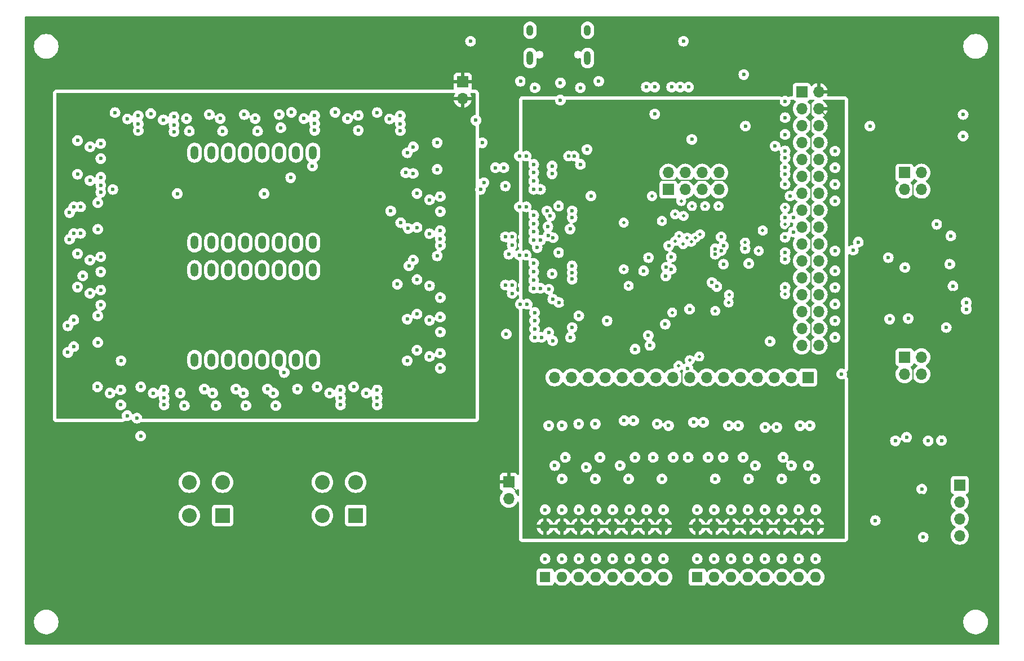
<source format=gbr>
%TF.GenerationSoftware,KiCad,Pcbnew,8.0.5*%
%TF.CreationDate,2024-11-21T16:50:38-07:00*%
%TF.ProjectId,CMPE2750,434d5045-3237-4353-902e-6b696361645f,rev?*%
%TF.SameCoordinates,Original*%
%TF.FileFunction,Copper,L3,Inr*%
%TF.FilePolarity,Positive*%
%FSLAX46Y46*%
G04 Gerber Fmt 4.6, Leading zero omitted, Abs format (unit mm)*
G04 Created by KiCad (PCBNEW 8.0.5) date 2024-11-21 16:50:38*
%MOMM*%
%LPD*%
G01*
G04 APERTURE LIST*
%TA.AperFunction,ComponentPad*%
%ADD10R,1.600000X1.600000*%
%TD*%
%TA.AperFunction,ComponentPad*%
%ADD11O,1.600000X1.600000*%
%TD*%
%TA.AperFunction,ComponentPad*%
%ADD12O,1.000000X2.100000*%
%TD*%
%TA.AperFunction,ComponentPad*%
%ADD13O,1.000000X1.600000*%
%TD*%
%TA.AperFunction,ComponentPad*%
%ADD14R,1.700000X1.700000*%
%TD*%
%TA.AperFunction,ComponentPad*%
%ADD15O,1.700000X1.700000*%
%TD*%
%TA.AperFunction,ComponentPad*%
%ADD16O,1.200000X2.000000*%
%TD*%
%TA.AperFunction,ComponentPad*%
%ADD17R,2.209800X2.209800*%
%TD*%
%TA.AperFunction,ComponentPad*%
%ADD18C,2.209800*%
%TD*%
%TA.AperFunction,ViaPad*%
%ADD19C,0.600000*%
%TD*%
%TA.AperFunction,ViaPad*%
%ADD20C,0.500000*%
%TD*%
%TA.AperFunction,Conductor*%
%ADD21C,0.200000*%
%TD*%
G04 APERTURE END LIST*
D10*
%TO.N,/b16*%
%TO.C,SW2*%
X132460000Y-130760000D03*
D11*
%TO.N,/b15*%
X135000000Y-130760000D03*
%TO.N,/b14*%
X137540000Y-130760000D03*
%TO.N,/b13*%
X140080000Y-130760000D03*
%TO.N,/b12*%
X142620000Y-130760000D03*
%TO.N,/b11*%
X145160000Y-130760000D03*
%TO.N,/b10*%
X147700000Y-130760000D03*
%TO.N,/b9*%
X150240000Y-130760000D03*
%TO.N,VDD*%
X150240000Y-123140000D03*
X147700000Y-123140000D03*
X145160000Y-123140000D03*
X142620000Y-123140000D03*
X140080000Y-123140000D03*
X137540000Y-123140000D03*
X135000000Y-123140000D03*
X132460000Y-123140000D03*
%TD*%
D12*
%TO.N,Net-(J6-SHIELD)*%
%TO.C,J6*%
X138820000Y-52780000D03*
D13*
X138820000Y-48600000D03*
D12*
X130180000Y-52780000D03*
D13*
X130180000Y-48600000D03*
%TD*%
D14*
%TO.N,/filters and amps/V_{DAC}*%
%TO.C,J8*%
X186460000Y-70000000D03*
D15*
%TO.N,/filters and amps/output_filter*%
X189000000Y-70000000D03*
%TO.N,/filters and amps/out_filt_input*%
X186460000Y-72540000D03*
%TO.N,/filters and amps/out_conditioning*%
X189000000Y-72540000D03*
%TD*%
D16*
%TO.N,/Display/t1*%
%TO.C,U10*%
X79800000Y-80500000D03*
%TO.N,/Display/t2*%
X82340000Y-80500000D03*
%TO.N,/Display/t3*%
X84880000Y-80500000D03*
%TO.N,/Display/t4*%
X87420000Y-80500000D03*
%TO.N,/Display/t5*%
X89960000Y-80500000D03*
%TO.N,/Display/t6*%
X92500000Y-80500000D03*
%TO.N,/Display/t7*%
X95040000Y-80500000D03*
%TO.N,/Display/t8*%
X97580000Y-80500000D03*
%TO.N,/Display/t9*%
X97580000Y-67000000D03*
%TO.N,/Display/t10*%
X95040000Y-67000000D03*
%TO.N,/Display/t11*%
X92500000Y-67000000D03*
%TO.N,/Display/t12*%
X89960000Y-67000000D03*
%TO.N,/Display/t13*%
X87420000Y-67000000D03*
%TO.N,/Display/t14*%
X84880000Y-67000000D03*
%TO.N,/Display/t15*%
X82340000Y-67000000D03*
%TO.N,/Display/t16*%
X79800000Y-67000000D03*
%TD*%
D14*
%TO.N,/ADC*%
%TO.C,J3*%
X171000000Y-57850000D03*
D15*
%TO.N,VBUS*%
X173540000Y-57850000D03*
%TO.N,/PC1*%
X171000000Y-60390000D03*
%TO.N,VDD*%
X173540000Y-60390000D03*
%TO.N,/PC2*%
X171000000Y-62930000D03*
%TO.N,GND*%
X173540000Y-62930000D03*
%TO.N,/PC3*%
X171000000Y-65470000D03*
%TO.N,-5V*%
X173540000Y-65470000D03*
%TO.N,/~{SRCLR}*%
X171000000Y-68010000D03*
%TO.N,/PA0*%
X173540000Y-68010000D03*
%TO.N,/~{RCL}*%
X171000000Y-70550000D03*
%TO.N,/PA1*%
X173540000Y-70550000D03*
%TO.N,/PC6*%
X171000000Y-73090000D03*
%TO.N,/PA2*%
X173540000Y-73090000D03*
%TO.N,/PC7*%
X171000000Y-75630000D03*
%TO.N,/PA3*%
X173540000Y-75630000D03*
%TO.N,/PC8*%
X171000000Y-78170000D03*
%TO.N,/DAC*%
X173540000Y-78170000D03*
%TO.N,/PC9*%
X171000000Y-80710000D03*
%TO.N,/1.25V*%
X173540000Y-80710000D03*
%TO.N,/PC13*%
X171000000Y-83250000D03*
%TO.N,/PA6*%
X173540000Y-83250000D03*
%TO.N,/NRST*%
X171000000Y-85790000D03*
%TO.N,/PA7*%
X173540000Y-85790000D03*
%TO.N,/BOOT0*%
X171000000Y-88330000D03*
%TO.N,/PA8*%
X173540000Y-88330000D03*
%TO.N,unconnected-(J3-Pin_27-Pad27)*%
X171000000Y-90870000D03*
%TO.N,/PH0*%
X173540000Y-90870000D03*
%TO.N,unconnected-(J3-Pin_29-Pad29)*%
X171000000Y-93410000D03*
%TO.N,/PH1*%
X173540000Y-93410000D03*
%TO.N,VDDA*%
X171000000Y-95950000D03*
%TO.N,/PD2*%
X173540000Y-95950000D03*
%TD*%
D10*
%TO.N,/b8*%
%TO.C,SW3*%
X155320000Y-130760000D03*
D11*
%TO.N,/b7*%
X157860000Y-130760000D03*
%TO.N,/b6*%
X160400000Y-130760000D03*
%TO.N,/b5*%
X162940000Y-130760000D03*
%TO.N,/b4*%
X165480000Y-130760000D03*
%TO.N,/b3*%
X168020000Y-130760000D03*
%TO.N,/b2*%
X170560000Y-130760000D03*
%TO.N,/b1*%
X173100000Y-130760000D03*
%TO.N,VDD*%
X173100000Y-123140000D03*
X170560000Y-123140000D03*
X168020000Y-123140000D03*
X165480000Y-123140000D03*
X162940000Y-123140000D03*
X160400000Y-123140000D03*
X157860000Y-123140000D03*
X155320000Y-123140000D03*
%TD*%
D14*
%TO.N,/SER{slash}MOSI*%
%TO.C,J2*%
X150960000Y-72540000D03*
D15*
%TO.N,/Display/SER*%
X150960000Y-70000000D03*
%TO.N,/SO{slash}MISO*%
X153500000Y-72540000D03*
%TO.N,/Display/SO*%
X153500000Y-70000000D03*
%TO.N,/SRCLK{slash}CLK*%
X156040000Y-72540000D03*
%TO.N,/Display/SRCLK*%
X156040000Y-70000000D03*
%TO.N,/RCLK{slash}CS*%
X158580000Y-72540000D03*
%TO.N,/Display/RCLK*%
X158580000Y-70000000D03*
%TD*%
D14*
%TO.N,VBUS*%
%TO.C,J9*%
X120080000Y-56345000D03*
D15*
%TO.N,/Display/V_{DISP}*%
X120080000Y-58885000D03*
%TD*%
D14*
%TO.N,OUT*%
%TO.C,J5*%
X194750000Y-116920000D03*
D15*
%TO.N,Net-(J5-Pin_2)*%
X194750000Y-119460000D03*
%TO.N,Net-(J5-Pin_3)*%
X194750000Y-122000000D03*
%TO.N,Net-(J5-Pin_4)*%
X194750000Y-124540000D03*
%TD*%
D14*
%TO.N,/b1*%
%TO.C,J4*%
X171980000Y-100750000D03*
D15*
%TO.N,/b2*%
X169440000Y-100750000D03*
%TO.N,/b3*%
X166900000Y-100750000D03*
%TO.N,/b4*%
X164360000Y-100750000D03*
%TO.N,/b5*%
X161820000Y-100750000D03*
%TO.N,/b6*%
X159280000Y-100750000D03*
%TO.N,/b7*%
X156740000Y-100750000D03*
%TO.N,/b8*%
X154200000Y-100750000D03*
%TO.N,/b9*%
X151660000Y-100750000D03*
%TO.N,/b10*%
X149120000Y-100750000D03*
%TO.N,/b11*%
X146580000Y-100750000D03*
%TO.N,/b12*%
X144040000Y-100750000D03*
%TO.N,/b13*%
X141500000Y-100750000D03*
%TO.N,/b14*%
X138960000Y-100750000D03*
%TO.N,/b15*%
X136420000Y-100750000D03*
%TO.N,/b16*%
X133880000Y-100750000D03*
%TD*%
D17*
%TO.N,/PH0*%
%TO.C,SW4*%
X84000000Y-121500000D03*
D18*
%TO.N,VDD*%
X84000000Y-116500000D03*
%TO.N,Net-(C32-Pad2)*%
X79000000Y-116500000D03*
%TO.N,Net-(C32-Pad1)*%
X79000000Y-121500000D03*
%TD*%
D15*
%TO.N,/ADC*%
%TO.C,J7*%
X189000000Y-100265000D03*
%TO.N,/filters and amps/in_filter_input*%
X186460000Y-100265000D03*
%TO.N,/filters and amps/input_filter*%
X189000000Y-97725000D03*
D14*
%TO.N,/filters and amps/conditioned_input*%
X186460000Y-97725000D03*
%TD*%
%TO.N,VBUS*%
%TO.C,J10*%
X127000000Y-116460000D03*
D15*
%TO.N,/switches/switch_leds/sl_power*%
X127000000Y-119000000D03*
%TD*%
D17*
%TO.N,/NRST*%
%TO.C,SW1*%
X104000000Y-121500000D03*
D18*
%TO.N,GND*%
X104000000Y-116500000D03*
%TO.N,Net-(C8-Pad2)*%
X99000000Y-116500000D03*
%TO.N,Net-(C8-Pad1)*%
X99000000Y-121500000D03*
%TD*%
D16*
%TO.N,/Display/b1*%
%TO.C,U11*%
X79800000Y-98120000D03*
%TO.N,/Display/b2*%
X82340000Y-98120000D03*
%TO.N,/Display/b3*%
X84880000Y-98120000D03*
%TO.N,/Display/b4*%
X87420000Y-98120000D03*
%TO.N,/Display/b5*%
X89960000Y-98120000D03*
%TO.N,/Display/b6*%
X92500000Y-98120000D03*
%TO.N,/Display/b7*%
X95040000Y-98120000D03*
%TO.N,/Display/b8*%
X97580000Y-98120000D03*
%TO.N,/Display/b9*%
X97580000Y-84620000D03*
%TO.N,/Display/b10*%
X95040000Y-84620000D03*
%TO.N,/Display/b11*%
X92500000Y-84620000D03*
%TO.N,/Display/b12*%
X89960000Y-84620000D03*
%TO.N,/Display/b13*%
X87420000Y-84620000D03*
%TO.N,/Display/b14*%
X84880000Y-84620000D03*
%TO.N,/Display/b15*%
X82340000Y-84620000D03*
%TO.N,/Display/b16*%
X79800000Y-84620000D03*
%TD*%
D19*
%TO.N,GND*%
X141750000Y-92250000D03*
%TO.N,/PA0*%
X186750000Y-109750000D03*
X193400000Y-79500000D03*
%TO.N,-5V*%
X192000000Y-110230000D03*
X184000000Y-82750000D03*
%TO.N,VBUS*%
X184000000Y-79250000D03*
%TO.N,GND*%
X193250000Y-83750000D03*
X190000000Y-110290000D03*
%TO.N,VBUS*%
X192000000Y-109270000D03*
%TO.N,VDD*%
X162500000Y-79520000D03*
X157250000Y-62750000D03*
X149040000Y-77250000D03*
X135500000Y-89500000D03*
X135460000Y-82000000D03*
X140000000Y-68000000D03*
X154006600Y-57124400D03*
X152500000Y-91000000D03*
X130500000Y-114000000D03*
X135460000Y-75000000D03*
X151000000Y-76250000D03*
X158020000Y-91750000D03*
X147000000Y-89287500D03*
X165500000Y-63000000D03*
%TO.N,GND*%
X148926600Y-57124400D03*
X152736600Y-57124400D03*
X157840000Y-128000000D03*
X84000000Y-63750000D03*
X130925000Y-57250000D03*
X176000000Y-87240000D03*
X60750000Y-93000000D03*
X168500000Y-66730000D03*
X176000000Y-84750000D03*
X156250000Y-107500000D03*
X129610000Y-82375000D03*
X147680000Y-128000000D03*
X94330000Y-60920000D03*
X161500000Y-108000000D03*
X172250000Y-108000000D03*
X176000000Y-66750000D03*
X135980000Y-67500000D03*
X111500000Y-70000000D03*
X195250000Y-61250000D03*
X137510000Y-91500000D03*
X98205000Y-102170000D03*
X168500000Y-71740000D03*
X145750000Y-107250000D03*
X137520000Y-128000000D03*
X150220000Y-128000000D03*
X133000000Y-108000000D03*
D20*
X150000000Y-77250000D03*
D19*
X155300000Y-128000000D03*
X176000000Y-69250000D03*
X162300000Y-55250000D03*
X165500000Y-108250000D03*
D20*
X145000000Y-87000000D03*
D19*
X134540000Y-89500000D03*
X113205000Y-73120000D03*
X168500000Y-61730000D03*
X168500000Y-69230000D03*
X134980000Y-128000000D03*
X137500000Y-107750000D03*
X78250000Y-105000000D03*
X176000000Y-92240000D03*
X113205000Y-96670000D03*
X129610000Y-67500000D03*
X176000000Y-74240000D03*
X128750000Y-56250000D03*
X168500000Y-81990000D03*
X153250000Y-50250000D03*
X140500000Y-56250000D03*
X176000000Y-71740000D03*
X131760000Y-80125000D03*
X129610000Y-75125000D03*
D20*
X162500000Y-80480000D03*
D19*
X62205000Y-70220000D03*
D20*
X151960000Y-76250000D03*
D19*
X136500000Y-85010000D03*
X140000000Y-107750000D03*
X168500000Y-59250000D03*
X126490000Y-72000000D03*
X168500000Y-76750000D03*
X170540000Y-128000000D03*
D20*
X151540000Y-91000000D03*
D19*
X168500000Y-79700000D03*
X122055000Y-62120000D03*
X113205000Y-91220000D03*
X73205000Y-61120000D03*
X176000000Y-94740000D03*
X160380000Y-128000000D03*
D20*
X144250000Y-84500000D03*
D19*
X65205000Y-102170000D03*
X154750000Y-107500000D03*
X176000000Y-89740000D03*
X107205000Y-60970000D03*
X113205000Y-86045000D03*
X165460000Y-128000000D03*
X61000000Y-80000000D03*
X134500000Y-82000000D03*
X162550000Y-63000000D03*
X127000000Y-82250000D03*
X67830000Y-60970000D03*
X134500000Y-75000000D03*
X168500000Y-64250000D03*
X160000000Y-108000000D03*
X137760000Y-68750000D03*
X131760000Y-87375000D03*
X112000000Y-84000000D03*
D20*
X144250000Y-77500000D03*
X158020000Y-90750000D03*
D19*
X61000000Y-76000000D03*
X140060000Y-128000000D03*
X121250000Y-50250000D03*
X169250000Y-73500000D03*
X167250000Y-108250000D03*
X170750000Y-108000000D03*
X62205000Y-65170000D03*
X176000000Y-81750000D03*
X137750000Y-57250000D03*
X151466600Y-57124400D03*
X113205000Y-78220000D03*
X151000000Y-108000000D03*
X144320000Y-107250000D03*
X100892500Y-60920000D03*
X136500000Y-75740000D03*
X132440000Y-128000000D03*
X103705000Y-102170000D03*
X131760000Y-72500000D03*
X181250000Y-63000000D03*
X89250000Y-63750000D03*
X162920000Y-128000000D03*
X92000000Y-105000000D03*
D20*
X156500000Y-75000000D03*
D19*
X83000000Y-105000000D03*
X129747500Y-89750000D03*
X168500000Y-87230000D03*
X145140000Y-128000000D03*
X149290000Y-107750000D03*
X173080000Y-128000000D03*
X60750000Y-97000000D03*
X126627500Y-94250000D03*
X131897500Y-94750000D03*
X111750000Y-67000000D03*
X189250000Y-124750000D03*
X62205000Y-87170000D03*
X126490000Y-86875000D03*
X87500000Y-105000000D03*
D20*
X158500000Y-75000000D03*
D19*
X79000000Y-63750000D03*
X71705000Y-102170000D03*
D20*
X148500000Y-73510000D03*
X154500000Y-75000000D03*
D19*
X168000000Y-128000000D03*
X62205000Y-82170000D03*
X135000000Y-108000000D03*
X142600000Y-128000000D03*
X126490000Y-79625000D03*
%TO.N,VBUS*%
X129750000Y-56250000D03*
X192250000Y-77750000D03*
X165250000Y-55250000D03*
X188750000Y-59250000D03*
X139000000Y-56250000D03*
X189025000Y-118475000D03*
%TO.N,-5V*%
X191290000Y-77750000D03*
X186500000Y-84250000D03*
X182050000Y-122270000D03*
X189050000Y-117540000D03*
X195250000Y-64500000D03*
%TO.N,/Display/V_{DISP}*%
X73500000Y-101250000D03*
X69750000Y-60000000D03*
X96250000Y-60000000D03*
X109250000Y-59750000D03*
X97830000Y-60360000D03*
X116705000Y-96110000D03*
X105500000Y-101000000D03*
X116705000Y-85485000D03*
X110705000Y-60410000D03*
X100000000Y-101000000D03*
X115000000Y-77250000D03*
X115000000Y-72250000D03*
X64250000Y-86250000D03*
X116705000Y-72560000D03*
X75205000Y-101610000D03*
X115000000Y-95750000D03*
X116705000Y-77660000D03*
X67000000Y-101250000D03*
X104392500Y-60360000D03*
X101705000Y-101610000D03*
X115000000Y-85250000D03*
X65705000Y-69660000D03*
X71330000Y-60410000D03*
X115000000Y-90250000D03*
X64250000Y-81250000D03*
X65705000Y-86610000D03*
X65705000Y-64610000D03*
X116705000Y-90660000D03*
X102750000Y-60000000D03*
X65705000Y-81610000D03*
X64250000Y-69250000D03*
X75000000Y-60250000D03*
X76705000Y-60560000D03*
X107205000Y-101610000D03*
X68705000Y-101610000D03*
%TO.N,Net-(D3-A)*%
X132450000Y-120650000D03*
%TO.N,Net-(D4-K)*%
X135000000Y-116000000D03*
%TO.N,Net-(D4-A)*%
X134990000Y-120650000D03*
%TO.N,Net-(D5-A)*%
X137530000Y-120650000D03*
%TO.N,Net-(D6-K)*%
X140000000Y-116000000D03*
%TO.N,Net-(D6-A)*%
X140070000Y-120650000D03*
%TO.N,Net-(D7-A)*%
X147690000Y-120650000D03*
%TO.N,Net-(D8-K)*%
X145000000Y-116000000D03*
%TO.N,Net-(D8-A)*%
X145150000Y-120650000D03*
%TO.N,Net-(D9-A)*%
X150230000Y-120650000D03*
%TO.N,Net-(D9-K)*%
X150000000Y-116000000D03*
%TO.N,Net-(D10-A)*%
X142610000Y-120650000D03*
%TO.N,Net-(D11-A)*%
X160390000Y-120650000D03*
%TO.N,Net-(D12-K)*%
X158000000Y-116000000D03*
%TO.N,Net-(D12-A)*%
X157850000Y-120650000D03*
%TO.N,Net-(D13-A)*%
X162930000Y-120650000D03*
%TO.N,Net-(D13-K)*%
X163000000Y-116000000D03*
%TO.N,Net-(D14-A)*%
X155310000Y-120650000D03*
%TO.N,Net-(D15-A)*%
X165470000Y-120650000D03*
%TO.N,Net-(D16-K)*%
X168000000Y-116000000D03*
%TO.N,Net-(D16-A)*%
X168010000Y-120650000D03*
%TO.N,Net-(D17-A)*%
X170550000Y-120650000D03*
%TO.N,Net-(D18-A)*%
X173090000Y-120650000D03*
%TO.N,Net-(D18-K)*%
X173000000Y-116000000D03*
%TO.N,VDDA*%
X148200000Y-95950000D03*
%TO.N,Net-(J1-Pin_13)*%
X147656600Y-57124400D03*
X162500000Y-81401470D03*
%TO.N,/NRST*%
X153879265Y-99381597D03*
X148000000Y-82750000D03*
X167000000Y-66000000D03*
X148926600Y-61188400D03*
%TO.N,/Display/SO*%
X136250000Y-94750000D03*
%TO.N,/Display/RCLK*%
X136200735Y-78450735D03*
X138750000Y-66515000D03*
X136500000Y-93250000D03*
X136500000Y-86000000D03*
%TO.N,/PC1*%
X154500000Y-65000000D03*
X147250000Y-84750000D03*
%TO.N,/PC2*%
X150653321Y-84212816D03*
%TO.N,/ADC*%
X145972100Y-96515072D03*
%TO.N,/~{RCL}*%
X136828529Y-67500000D03*
X132910999Y-79470545D03*
X133000000Y-94000000D03*
X168500000Y-70250000D03*
X133000000Y-87500000D03*
X133500000Y-70151472D03*
%TO.N,/PC13*%
X168500000Y-83010000D03*
X151016940Y-80983060D03*
%TO.N,/PC3*%
X150580442Y-85523362D03*
D20*
%TO.N,/PC7*%
X168500000Y-75250000D03*
X165150000Y-78678529D03*
%TO.N,/PC8*%
X168500000Y-77750000D03*
X164550000Y-81750000D03*
D19*
%TO.N,/PC9*%
X159250000Y-83750000D03*
%TO.N,/~{SRCLR}*%
X139350000Y-73500000D03*
X133655756Y-79770005D03*
X133510999Y-85190472D03*
X133600000Y-89000000D03*
X168500000Y-67750000D03*
X133600000Y-95250000D03*
X133225000Y-76500000D03*
%TO.N,/b3*%
X164040000Y-114000000D03*
D20*
X160000000Y-89500000D03*
D19*
%TO.N,/b5*%
X159190000Y-112760000D03*
D20*
X155000000Y-79750000D03*
D19*
%TO.N,/b1*%
X169460000Y-114000000D03*
D20*
X160075000Y-88344063D03*
%TO.N,/b6*%
X154400000Y-80376102D03*
D19*
X162210000Y-112760000D03*
D20*
%TO.N,/b4*%
X155750000Y-79250000D03*
D19*
X168210000Y-112760000D03*
%TO.N,/b2*%
X172000000Y-114000000D03*
%TO.N,/D-*%
X158892228Y-81715544D03*
X169750000Y-78900000D03*
%TO.N,/D+*%
X169750000Y-76750000D03*
X159250000Y-81000000D03*
X134750000Y-56500000D03*
X134750000Y-59091400D03*
%TO.N,Net-(Q1-G)*%
X71330000Y-61430000D03*
X69705000Y-61920000D03*
%TO.N,/Display/t1*%
X111877739Y-78372261D03*
%TO.N,Net-(Q11-D)*%
X116705000Y-78680000D03*
X115080000Y-79170000D03*
%TO.N,Net-(Q12-D)*%
X75080000Y-62070000D03*
X76705000Y-61580000D03*
%TO.N,/Display/t2*%
X109250000Y-75750000D03*
%TO.N,Net-(Q13-D)*%
X115080000Y-74070000D03*
X116705000Y-73580000D03*
%TO.N,/Display/t7*%
X77192734Y-73150000D03*
%TO.N,Net-(Q14-D)*%
X65705000Y-70680000D03*
X64080000Y-71170000D03*
%TO.N,Net-(Q15-D)*%
X96205000Y-61870000D03*
X97830000Y-61380000D03*
%TO.N,Net-(Q16-D)*%
X102767500Y-61870000D03*
X104392500Y-61380000D03*
%TO.N,Net-(Q17-D)*%
X64080000Y-66120000D03*
X65705000Y-65630000D03*
%TO.N,/Display/t8*%
X90230000Y-73150000D03*
%TO.N,Net-(Q18-D)*%
X109080000Y-61920000D03*
X110705000Y-61430000D03*
%TO.N,Net-(Q10-G)*%
X71330000Y-63680000D03*
%TO.N,Net-(Q11-G)*%
X116705000Y-80930000D03*
%TO.N,Net-(Q12-G)*%
X76705000Y-63830000D03*
%TO.N,Net-(Q13-G)*%
X116705000Y-75830000D03*
%TO.N,Net-(Q14-G)*%
X65705000Y-72930000D03*
%TO.N,Net-(Q15-G)*%
X97830000Y-63630000D03*
%TO.N,Net-(Q16-G)*%
X104392500Y-63630000D03*
%TO.N,Net-(Q17-G)*%
X65705000Y-67880000D03*
%TO.N,Net-(Q18-G)*%
X110705000Y-63680000D03*
%TO.N,Net-(Q19-G)*%
X64080000Y-83120000D03*
X65705000Y-82630000D03*
%TO.N,Net-(Q20-G)*%
X105580000Y-103120000D03*
X107205000Y-102630000D03*
%TO.N,Net-(Q21-G)*%
X65705000Y-87630000D03*
X64080000Y-88120000D03*
%TO.N,/Display/b15*%
X63000000Y-85500000D03*
%TO.N,Net-(Q22-G)*%
X101705000Y-102630000D03*
X100080000Y-103120000D03*
%TO.N,/Display/b7*%
X93250000Y-100020000D03*
%TO.N,Net-(Q23-G)*%
X73580000Y-103120000D03*
X75205000Y-102630000D03*
%TO.N,Net-(Q24-G)*%
X115080000Y-86995000D03*
%TO.N,Net-(Q25-G)*%
X116705000Y-91680000D03*
X115080000Y-92170000D03*
%TO.N,/Display/b10*%
X111750000Y-92000000D03*
%TO.N,Net-(Q26-G)*%
X67080000Y-103120000D03*
X68705000Y-102630000D03*
%TO.N,/Display/b8*%
X68750000Y-98250000D03*
%TO.N,/Display/b9*%
X111750000Y-98250000D03*
%TO.N,Net-(Q27-G)*%
X115080000Y-97620000D03*
X116705000Y-97130000D03*
%TO.N,Net-(Q28-G)*%
X65705000Y-84880000D03*
%TO.N,Net-(Q29-G)*%
X107205000Y-104880000D03*
%TO.N,Net-(Q30-G)*%
X65705000Y-89880000D03*
%TO.N,Net-(Q31-G)*%
X101705000Y-104880000D03*
%TO.N,Net-(Q32-G)*%
X75205000Y-104880000D03*
%TO.N,Net-(Q33-G)*%
X116705000Y-88755000D03*
%TO.N,Net-(Q34-G)*%
X116705000Y-93930000D03*
%TO.N,Net-(Q35-G)*%
X68705000Y-104880000D03*
%TO.N,Net-(Q36-G)*%
X116705000Y-99380000D03*
%TO.N,Net-(Q37-G)*%
X88892500Y-61870000D03*
%TO.N,Net-(Q37-D)*%
X92500000Y-61250000D03*
%TO.N,Net-(Q38-G)*%
X78580000Y-61870000D03*
%TO.N,Net-(Q38-D)*%
X82000000Y-61250000D03*
%TO.N,Net-(Q39-G)*%
X83642500Y-61870000D03*
%TO.N,Net-(Q39-D)*%
X87250000Y-61250000D03*
%TO.N,Net-(Q40-G)*%
X112642500Y-66120000D03*
%TO.N,Net-(Q40-D)*%
X116250000Y-65500000D03*
%TO.N,Net-(Q41-D)*%
X116250000Y-69500000D03*
%TO.N,Net-(Q41-G)*%
X112642500Y-70120000D03*
%TO.N,Net-(Q42-D)*%
X65250000Y-74500000D03*
%TO.N,Net-(Q42-G)*%
X61642500Y-75120000D03*
%TO.N,Net-(Q43-G)*%
X61642500Y-79120000D03*
%TO.N,Net-(Q43-D)*%
X65250000Y-78500000D03*
%TO.N,Net-(Q44-G)*%
X112642500Y-83120000D03*
%TO.N,Net-(Q44-D)*%
X116250000Y-82500000D03*
%TO.N,Net-(Q45-G)*%
X61642500Y-92120000D03*
%TO.N,Net-(Q45-D)*%
X65250000Y-91500000D03*
%TO.N,Net-(Q46-G)*%
X61642500Y-96120000D03*
%TO.N,Net-(Q46-D)*%
X65250000Y-95500000D03*
%TO.N,Net-(Q47-D)*%
X90750000Y-102500000D03*
%TO.N,Net-(Q47-G)*%
X87142500Y-103120000D03*
%TO.N,Net-(Q48-G)*%
X91642500Y-103120000D03*
%TO.N,Net-(Q48-D)*%
X95250000Y-102500000D03*
%TO.N,Net-(Q49-G)*%
X77642500Y-103120000D03*
%TO.N,Net-(Q49-D)*%
X81250000Y-102500000D03*
%TO.N,Net-(Q50-D)*%
X86000000Y-102500000D03*
%TO.N,Net-(Q50-G)*%
X82517500Y-103120000D03*
D20*
%TO.N,/BOOT0*%
X153250000Y-76500000D03*
X168500000Y-88250000D03*
D19*
%TO.N,/PA0*%
X158901471Y-79651471D03*
%TO.N,/PA1*%
X158000000Y-81449997D03*
%TO.N,/PA2*%
X158000000Y-82250000D03*
%TO.N,/PA3*%
X147950735Y-94450735D03*
%TO.N,/PA6*%
X154150000Y-90500000D03*
X166250000Y-95350000D03*
%TO.N,/PA7*%
X158250000Y-87100000D03*
%TO.N,/PA8*%
X163051472Y-83650000D03*
%TO.N,/PH0*%
X151400000Y-82669063D03*
X177000000Y-100250000D03*
%TO.N,/PH1*%
X151400000Y-84500000D03*
D20*
%TO.N,/PD2*%
X152890000Y-74250000D03*
D19*
%TO.N,/filters and amps/V_{OFF}*%
X179500000Y-80435000D03*
%TO.N,/Display/p16*%
X127510000Y-80875000D03*
X71330000Y-62660000D03*
%TO.N,/Display/p1*%
X133500000Y-69000000D03*
X116705000Y-79910000D03*
%TO.N,/Display/p15*%
X127510000Y-79625000D03*
X76705000Y-62810000D03*
%TO.N,/Display/p2*%
X128590000Y-67500000D03*
%TO.N,/Display/p7*%
X65705000Y-71910000D03*
X123250000Y-71500000D03*
%TO.N,/Display/p11*%
X130740000Y-76375000D03*
X110750000Y-77500000D03*
X97830000Y-62610000D03*
%TO.N,/Display/p10*%
X123000000Y-65500000D03*
X128590000Y-75125000D03*
%TO.N,/Display/p8*%
X122750000Y-72500000D03*
X67500000Y-72510000D03*
%TO.N,/Display/p9*%
X110705000Y-62660000D03*
X136500000Y-76760000D03*
%TO.N,/Display/p17*%
X107205000Y-103860000D03*
X136495000Y-83995000D03*
%TO.N,/Display/p18*%
X101705000Y-103860000D03*
X128590000Y-82375000D03*
%TO.N,/Display/p23*%
X75205000Y-103860000D03*
X127510000Y-86875000D03*
%TO.N,/Display/p27*%
X130877500Y-91000000D03*
%TO.N,/Display/p26*%
X128727500Y-89750000D03*
%TO.N,/Display/p24*%
X127510000Y-88125000D03*
X69661317Y-106500000D03*
%TO.N,/Display/t12*%
X92750000Y-63250000D03*
%TO.N,/Display/t4*%
X97500000Y-69000000D03*
%TO.N,/Display/t3*%
X94230000Y-70750000D03*
%TO.N,/Display/p12*%
X132737500Y-75737500D03*
X130740000Y-77625000D03*
%TO.N,/Display/p14*%
X131250000Y-81250000D03*
X130740000Y-80125000D03*
%TO.N,/Display/p13*%
X130740000Y-78875000D03*
X132864767Y-78114767D03*
%TO.N,/Display/p4*%
X125000000Y-69250000D03*
X130740000Y-70000000D03*
%TO.N,/Display/p3*%
X126250000Y-69250000D03*
X130740000Y-68750000D03*
%TO.N,/Display/p6*%
X130740000Y-72500000D03*
X62662500Y-75120000D03*
%TO.N,/Display/p5*%
X62662500Y-79120000D03*
X130740000Y-71250000D03*
%TO.N,/Display/p28*%
X130877500Y-92250000D03*
X110250000Y-86750000D03*
%TO.N,/Display/p30*%
X71685582Y-109564418D03*
X130877500Y-94750000D03*
%TO.N,/Display/p29*%
X71125000Y-106875000D03*
X130877500Y-93500000D03*
%TO.N,/Display/p20*%
X130740000Y-84875000D03*
%TO.N,/Display/p19*%
X130740000Y-83625000D03*
%TO.N,/Display/p22*%
X130740000Y-87375000D03*
%TO.N,/Display/p21*%
X130740000Y-86125000D03*
%TO.N,/b8*%
X156960000Y-112760000D03*
D20*
X153200000Y-80750000D03*
%TO.N,/b16*%
X155605862Y-97605862D03*
D19*
X135487500Y-112760000D03*
%TO.N,/b7*%
X153940000Y-112760000D03*
D20*
X153800000Y-79750000D03*
%TO.N,/b15*%
X154181597Y-98181597D03*
D19*
X133900000Y-114000000D03*
D20*
%TO.N,/b14*%
X152507332Y-99007332D03*
D19*
X140700000Y-112760000D03*
%TO.N,/b13*%
X138640000Y-114250000D03*
%TO.N,/b12*%
X145960000Y-112760000D03*
%TO.N,/b11*%
X143720000Y-114000000D03*
D20*
%TO.N,/b10*%
X152000000Y-80250000D03*
D19*
X151710000Y-112760000D03*
D20*
%TO.N,/b9*%
X152600000Y-79528379D03*
D19*
X148690000Y-112760000D03*
%TO.N,/1.25V*%
X178750000Y-81635000D03*
X150500000Y-92750000D03*
%TO.N,/DAC*%
X157500000Y-86500000D03*
%TO.N,VBUS*%
X193725000Y-88000000D03*
%TO.N,-5V*%
X193725000Y-87040000D03*
X192715000Y-93250000D03*
%TO.N,/filters and amps/V_{OFF}*%
X184215000Y-92000000D03*
%TO.N,-5V*%
X187000000Y-91905000D03*
%TO.N,GND*%
X195735000Y-90500000D03*
%TO.N,OUT*%
X195735000Y-89500000D03*
%TO.N,GND*%
X185072400Y-110290000D03*
%TO.N,VDD*%
X140500000Y-91500000D03*
%TD*%
D21*
%TO.N,VDD*%
X153000000Y-100000000D02*
X153000000Y-102500000D01*
X149500000Y-71000000D02*
X149650000Y-71150000D01*
X174650000Y-61500000D02*
X175250000Y-61500000D01*
X172390000Y-97360000D02*
X172250000Y-97500000D01*
X169500000Y-77750000D02*
X168750000Y-78500000D01*
X149650000Y-71150000D02*
X159650000Y-71150000D01*
X153000000Y-102500000D02*
X152750000Y-102750000D01*
X159650000Y-71150000D02*
X159750000Y-71250000D01*
X168750000Y-78500000D02*
X168750000Y-78750000D01*
X172250000Y-59250000D02*
X172390000Y-59390000D01*
X173540000Y-60390000D02*
X174650000Y-61500000D01*
X172390000Y-59390000D02*
X172390000Y-97360000D01*
%TO.N,VBUS*%
X127750000Y-86000000D02*
X128250000Y-86500000D01*
X128250000Y-78750000D02*
X128250000Y-81250000D01*
X187750000Y-99250000D02*
X187750000Y-102250000D01*
X187750000Y-71500000D02*
X187750000Y-74750000D01*
X127000000Y-116460000D02*
X127000000Y-116750000D01*
X128250000Y-86500000D02*
X128250000Y-87500000D01*
X127000000Y-116750000D02*
X128250000Y-118000000D01*
%TD*%
%TA.AperFunction,Conductor*%
%TO.N,VBUS*%
G36*
X128458182Y-117568268D02*
G01*
X128491666Y-117629591D01*
X128494500Y-117655948D01*
X128494500Y-118450081D01*
X128474815Y-118517120D01*
X128422011Y-118562875D01*
X128352853Y-118572819D01*
X128289297Y-118543794D01*
X128258118Y-118502486D01*
X128174035Y-118322171D01*
X128174034Y-118322169D01*
X128038496Y-118128600D01*
X128000434Y-118090538D01*
X127916179Y-118006283D01*
X127882696Y-117944963D01*
X127887680Y-117875271D01*
X127929551Y-117819337D01*
X127960529Y-117802422D01*
X128092086Y-117753354D01*
X128092093Y-117753350D01*
X128207187Y-117667190D01*
X128207190Y-117667187D01*
X128271234Y-117581637D01*
X128327168Y-117539766D01*
X128396859Y-117534782D01*
X128458182Y-117568268D01*
G37*
%TD.AperFunction*%
%TA.AperFunction,Conductor*%
G36*
X128427694Y-87104959D02*
G01*
X128478097Y-87153346D01*
X128494500Y-87214981D01*
X128494500Y-87785018D01*
X128474815Y-87852057D01*
X128422011Y-87897812D01*
X128352853Y-87907756D01*
X128289297Y-87878731D01*
X128253458Y-87825973D01*
X128252546Y-87823369D01*
X128235789Y-87775478D01*
X128139816Y-87622738D01*
X128104759Y-87587681D01*
X128071274Y-87526358D01*
X128076258Y-87456666D01*
X128104759Y-87412319D01*
X128139816Y-87377262D01*
X128235789Y-87224522D01*
X128253458Y-87174027D01*
X128294180Y-87117251D01*
X128359132Y-87091503D01*
X128427694Y-87104959D01*
G37*
%TD.AperFunction*%
%TA.AperFunction,Conductor*%
G36*
X128427694Y-81104959D02*
G01*
X128478097Y-81153346D01*
X128494500Y-81214981D01*
X128494500Y-81472342D01*
X128474815Y-81539381D01*
X128422011Y-81585136D01*
X128411454Y-81589384D01*
X128240477Y-81649210D01*
X128169759Y-81693646D01*
X128102522Y-81712646D01*
X128035687Y-81692278D01*
X127990473Y-81639010D01*
X127981236Y-81569754D01*
X128010907Y-81506497D01*
X128016074Y-81501003D01*
X128139816Y-81377262D01*
X128235789Y-81224522D01*
X128253458Y-81174027D01*
X128294180Y-81117251D01*
X128359132Y-81091503D01*
X128427694Y-81104959D01*
G37*
%TD.AperFunction*%
%TA.AperFunction,Conductor*%
G36*
X128427694Y-79854959D02*
G01*
X128478097Y-79903346D01*
X128494500Y-79964981D01*
X128494500Y-80535018D01*
X128474815Y-80602057D01*
X128422011Y-80647812D01*
X128352853Y-80657756D01*
X128289297Y-80628731D01*
X128253458Y-80575973D01*
X128252546Y-80573369D01*
X128235789Y-80525478D01*
X128139816Y-80372738D01*
X128104759Y-80337681D01*
X128071274Y-80276358D01*
X128076258Y-80206666D01*
X128104759Y-80162319D01*
X128139816Y-80127262D01*
X128235789Y-79974522D01*
X128253458Y-79924027D01*
X128294180Y-79867251D01*
X128359132Y-79841503D01*
X128427694Y-79854959D01*
G37*
%TD.AperFunction*%
%TA.AperFunction,Conductor*%
G36*
X187978418Y-98620417D02*
G01*
X188006673Y-98641569D01*
X188128597Y-98763493D01*
X188128603Y-98763498D01*
X188314158Y-98893425D01*
X188357783Y-98948002D01*
X188364977Y-99017500D01*
X188333454Y-99079855D01*
X188314158Y-99096575D01*
X188128597Y-99226505D01*
X187961505Y-99393597D01*
X187831575Y-99579158D01*
X187776998Y-99622783D01*
X187707500Y-99629977D01*
X187645145Y-99598454D01*
X187628425Y-99579158D01*
X187498496Y-99393600D01*
X187498493Y-99393597D01*
X187376567Y-99271671D01*
X187343084Y-99210351D01*
X187348068Y-99140659D01*
X187389939Y-99084725D01*
X187420915Y-99067810D01*
X187552331Y-99018796D01*
X187667546Y-98932546D01*
X187753796Y-98817331D01*
X187802810Y-98685916D01*
X187844681Y-98629984D01*
X187910145Y-98605566D01*
X187978418Y-98620417D01*
G37*
%TD.AperFunction*%
%TA.AperFunction,Conductor*%
G36*
X187978418Y-70895417D02*
G01*
X188006673Y-70916569D01*
X188128597Y-71038493D01*
X188128603Y-71038498D01*
X188314158Y-71168425D01*
X188357783Y-71223002D01*
X188364977Y-71292500D01*
X188333454Y-71354855D01*
X188314158Y-71371575D01*
X188128597Y-71501505D01*
X187961505Y-71668597D01*
X187831575Y-71854158D01*
X187776998Y-71897783D01*
X187707500Y-71904977D01*
X187645145Y-71873454D01*
X187628425Y-71854158D01*
X187498496Y-71668600D01*
X187480372Y-71650476D01*
X187376567Y-71546671D01*
X187343084Y-71485351D01*
X187348068Y-71415659D01*
X187389939Y-71359725D01*
X187420915Y-71342810D01*
X187552331Y-71293796D01*
X187667546Y-71207546D01*
X187753796Y-71092331D01*
X187802810Y-70960916D01*
X187844681Y-70904984D01*
X187910145Y-70880566D01*
X187978418Y-70895417D01*
G37*
%TD.AperFunction*%
%TA.AperFunction,Conductor*%
G36*
X200622539Y-46520185D02*
G01*
X200668294Y-46572989D01*
X200679500Y-46624500D01*
X200679500Y-140775500D01*
X200659815Y-140842539D01*
X200607011Y-140888294D01*
X200555500Y-140899500D01*
X54444500Y-140899500D01*
X54377461Y-140879815D01*
X54331706Y-140827011D01*
X54320500Y-140775500D01*
X54320500Y-137378711D01*
X55649500Y-137378711D01*
X55649500Y-137621288D01*
X55681161Y-137861785D01*
X55743947Y-138096104D01*
X55836773Y-138320205D01*
X55836776Y-138320212D01*
X55958064Y-138530289D01*
X55958066Y-138530292D01*
X55958067Y-138530293D01*
X56105733Y-138722736D01*
X56105739Y-138722743D01*
X56277256Y-138894260D01*
X56277262Y-138894265D01*
X56469711Y-139041936D01*
X56679788Y-139163224D01*
X56903900Y-139256054D01*
X57138211Y-139318838D01*
X57318586Y-139342584D01*
X57378711Y-139350500D01*
X57378712Y-139350500D01*
X57621289Y-139350500D01*
X57669388Y-139344167D01*
X57861789Y-139318838D01*
X58096100Y-139256054D01*
X58320212Y-139163224D01*
X58530289Y-139041936D01*
X58722738Y-138894265D01*
X58894265Y-138722738D01*
X59041936Y-138530289D01*
X59163224Y-138320212D01*
X59256054Y-138096100D01*
X59318838Y-137861789D01*
X59350500Y-137621288D01*
X59350500Y-137378712D01*
X59350500Y-137378711D01*
X195274500Y-137378711D01*
X195274500Y-137621288D01*
X195306161Y-137861785D01*
X195368947Y-138096104D01*
X195461773Y-138320205D01*
X195461776Y-138320212D01*
X195583064Y-138530289D01*
X195583066Y-138530292D01*
X195583067Y-138530293D01*
X195730733Y-138722736D01*
X195730739Y-138722743D01*
X195902256Y-138894260D01*
X195902262Y-138894265D01*
X196094711Y-139041936D01*
X196304788Y-139163224D01*
X196528900Y-139256054D01*
X196763211Y-139318838D01*
X196943586Y-139342584D01*
X197003711Y-139350500D01*
X197003712Y-139350500D01*
X197246289Y-139350500D01*
X197294388Y-139344167D01*
X197486789Y-139318838D01*
X197721100Y-139256054D01*
X197945212Y-139163224D01*
X198155289Y-139041936D01*
X198347738Y-138894265D01*
X198519265Y-138722738D01*
X198666936Y-138530289D01*
X198788224Y-138320212D01*
X198881054Y-138096100D01*
X198943838Y-137861789D01*
X198975500Y-137621288D01*
X198975500Y-137378712D01*
X198943838Y-137138211D01*
X198881054Y-136903900D01*
X198788224Y-136679788D01*
X198666936Y-136469711D01*
X198519265Y-136277262D01*
X198519260Y-136277256D01*
X198347743Y-136105739D01*
X198347736Y-136105733D01*
X198155293Y-135958067D01*
X198155292Y-135958066D01*
X198155289Y-135958064D01*
X197945212Y-135836776D01*
X197945205Y-135836773D01*
X197721104Y-135743947D01*
X197486785Y-135681161D01*
X197246289Y-135649500D01*
X197246288Y-135649500D01*
X197003712Y-135649500D01*
X197003711Y-135649500D01*
X196763214Y-135681161D01*
X196528895Y-135743947D01*
X196304794Y-135836773D01*
X196304785Y-135836777D01*
X196094706Y-135958067D01*
X195902263Y-136105733D01*
X195902256Y-136105739D01*
X195730739Y-136277256D01*
X195730733Y-136277263D01*
X195583067Y-136469706D01*
X195461777Y-136679785D01*
X195461773Y-136679794D01*
X195368947Y-136903895D01*
X195306161Y-137138214D01*
X195274500Y-137378711D01*
X59350500Y-137378711D01*
X59318838Y-137138211D01*
X59256054Y-136903900D01*
X59163224Y-136679788D01*
X59041936Y-136469711D01*
X58894265Y-136277262D01*
X58894260Y-136277256D01*
X58722743Y-136105739D01*
X58722736Y-136105733D01*
X58530293Y-135958067D01*
X58530292Y-135958066D01*
X58530289Y-135958064D01*
X58320212Y-135836776D01*
X58320205Y-135836773D01*
X58096104Y-135743947D01*
X57861785Y-135681161D01*
X57621289Y-135649500D01*
X57621288Y-135649500D01*
X57378712Y-135649500D01*
X57378711Y-135649500D01*
X57138214Y-135681161D01*
X56903895Y-135743947D01*
X56679794Y-135836773D01*
X56679785Y-135836777D01*
X56469706Y-135958067D01*
X56277263Y-136105733D01*
X56277256Y-136105739D01*
X56105739Y-136277256D01*
X56105733Y-136277263D01*
X55958067Y-136469706D01*
X55836777Y-136679785D01*
X55836773Y-136679794D01*
X55743947Y-136903895D01*
X55681161Y-137138214D01*
X55649500Y-137378711D01*
X54320500Y-137378711D01*
X54320500Y-129912135D01*
X131159500Y-129912135D01*
X131159500Y-131607870D01*
X131159501Y-131607876D01*
X131165908Y-131667483D01*
X131216202Y-131802328D01*
X131216206Y-131802335D01*
X131302452Y-131917544D01*
X131302455Y-131917547D01*
X131417664Y-132003793D01*
X131417671Y-132003797D01*
X131552517Y-132054091D01*
X131552516Y-132054091D01*
X131559444Y-132054835D01*
X131612127Y-132060500D01*
X133307872Y-132060499D01*
X133367483Y-132054091D01*
X133502331Y-132003796D01*
X133617546Y-131917546D01*
X133703796Y-131802331D01*
X133754091Y-131667483D01*
X133757862Y-131632401D01*
X133784599Y-131567855D01*
X133841990Y-131528006D01*
X133911816Y-131525511D01*
X133971905Y-131561163D01*
X133982726Y-131574536D01*
X133999956Y-131599143D01*
X134160858Y-131760045D01*
X134160861Y-131760047D01*
X134347266Y-131890568D01*
X134553504Y-131986739D01*
X134773308Y-132045635D01*
X134935230Y-132059801D01*
X134999998Y-132065468D01*
X135000000Y-132065468D01*
X135000002Y-132065468D01*
X135056807Y-132060498D01*
X135226692Y-132045635D01*
X135446496Y-131986739D01*
X135652734Y-131890568D01*
X135839139Y-131760047D01*
X136000047Y-131599139D01*
X136130568Y-131412734D01*
X136157618Y-131354724D01*
X136203790Y-131302285D01*
X136270983Y-131283133D01*
X136337865Y-131303348D01*
X136382382Y-131354725D01*
X136409429Y-131412728D01*
X136409432Y-131412734D01*
X136539954Y-131599141D01*
X136700858Y-131760045D01*
X136700861Y-131760047D01*
X136887266Y-131890568D01*
X137093504Y-131986739D01*
X137313308Y-132045635D01*
X137475230Y-132059801D01*
X137539998Y-132065468D01*
X137540000Y-132065468D01*
X137540002Y-132065468D01*
X137596807Y-132060498D01*
X137766692Y-132045635D01*
X137986496Y-131986739D01*
X138192734Y-131890568D01*
X138379139Y-131760047D01*
X138540047Y-131599139D01*
X138670568Y-131412734D01*
X138697618Y-131354724D01*
X138743790Y-131302285D01*
X138810983Y-131283133D01*
X138877865Y-131303348D01*
X138922382Y-131354725D01*
X138949429Y-131412728D01*
X138949432Y-131412734D01*
X139079954Y-131599141D01*
X139240858Y-131760045D01*
X139240861Y-131760047D01*
X139427266Y-131890568D01*
X139633504Y-131986739D01*
X139853308Y-132045635D01*
X140015230Y-132059801D01*
X140079998Y-132065468D01*
X140080000Y-132065468D01*
X140080002Y-132065468D01*
X140136807Y-132060498D01*
X140306692Y-132045635D01*
X140526496Y-131986739D01*
X140732734Y-131890568D01*
X140919139Y-131760047D01*
X141080047Y-131599139D01*
X141210568Y-131412734D01*
X141237618Y-131354724D01*
X141283790Y-131302285D01*
X141350983Y-131283133D01*
X141417865Y-131303348D01*
X141462382Y-131354725D01*
X141489429Y-131412728D01*
X141489432Y-131412734D01*
X141619954Y-131599141D01*
X141780858Y-131760045D01*
X141780861Y-131760047D01*
X141967266Y-131890568D01*
X142173504Y-131986739D01*
X142393308Y-132045635D01*
X142555230Y-132059801D01*
X142619998Y-132065468D01*
X142620000Y-132065468D01*
X142620002Y-132065468D01*
X142676807Y-132060498D01*
X142846692Y-132045635D01*
X143066496Y-131986739D01*
X143272734Y-131890568D01*
X143459139Y-131760047D01*
X143620047Y-131599139D01*
X143750568Y-131412734D01*
X143777618Y-131354724D01*
X143823790Y-131302285D01*
X143890983Y-131283133D01*
X143957865Y-131303348D01*
X144002382Y-131354725D01*
X144029429Y-131412728D01*
X144029432Y-131412734D01*
X144159954Y-131599141D01*
X144320858Y-131760045D01*
X144320861Y-131760047D01*
X144507266Y-131890568D01*
X144713504Y-131986739D01*
X144933308Y-132045635D01*
X145095230Y-132059801D01*
X145159998Y-132065468D01*
X145160000Y-132065468D01*
X145160002Y-132065468D01*
X145216807Y-132060498D01*
X145386692Y-132045635D01*
X145606496Y-131986739D01*
X145812734Y-131890568D01*
X145999139Y-131760047D01*
X146160047Y-131599139D01*
X146290568Y-131412734D01*
X146317618Y-131354724D01*
X146363790Y-131302285D01*
X146430983Y-131283133D01*
X146497865Y-131303348D01*
X146542382Y-131354725D01*
X146569429Y-131412728D01*
X146569432Y-131412734D01*
X146699954Y-131599141D01*
X146860858Y-131760045D01*
X146860861Y-131760047D01*
X147047266Y-131890568D01*
X147253504Y-131986739D01*
X147473308Y-132045635D01*
X147635230Y-132059801D01*
X147699998Y-132065468D01*
X147700000Y-132065468D01*
X147700002Y-132065468D01*
X147756807Y-132060498D01*
X147926692Y-132045635D01*
X148146496Y-131986739D01*
X148352734Y-131890568D01*
X148539139Y-131760047D01*
X148700047Y-131599139D01*
X148830568Y-131412734D01*
X148857618Y-131354724D01*
X148903790Y-131302285D01*
X148970983Y-131283133D01*
X149037865Y-131303348D01*
X149082382Y-131354725D01*
X149109429Y-131412728D01*
X149109432Y-131412734D01*
X149239954Y-131599141D01*
X149400858Y-131760045D01*
X149400861Y-131760047D01*
X149587266Y-131890568D01*
X149793504Y-131986739D01*
X150013308Y-132045635D01*
X150175230Y-132059801D01*
X150239998Y-132065468D01*
X150240000Y-132065468D01*
X150240002Y-132065468D01*
X150296807Y-132060498D01*
X150466692Y-132045635D01*
X150686496Y-131986739D01*
X150892734Y-131890568D01*
X151079139Y-131760047D01*
X151240047Y-131599139D01*
X151370568Y-131412734D01*
X151466739Y-131206496D01*
X151525635Y-130986692D01*
X151545468Y-130760000D01*
X151525635Y-130533308D01*
X151466739Y-130313504D01*
X151370568Y-130107266D01*
X151240047Y-129920861D01*
X151240045Y-129920858D01*
X151231322Y-129912135D01*
X154019500Y-129912135D01*
X154019500Y-131607870D01*
X154019501Y-131607876D01*
X154025908Y-131667483D01*
X154076202Y-131802328D01*
X154076206Y-131802335D01*
X154162452Y-131917544D01*
X154162455Y-131917547D01*
X154277664Y-132003793D01*
X154277671Y-132003797D01*
X154412517Y-132054091D01*
X154412516Y-132054091D01*
X154419444Y-132054835D01*
X154472127Y-132060500D01*
X156167872Y-132060499D01*
X156227483Y-132054091D01*
X156362331Y-132003796D01*
X156477546Y-131917546D01*
X156563796Y-131802331D01*
X156614091Y-131667483D01*
X156617862Y-131632401D01*
X156644599Y-131567855D01*
X156701990Y-131528006D01*
X156771816Y-131525511D01*
X156831905Y-131561163D01*
X156842726Y-131574536D01*
X156859956Y-131599143D01*
X157020858Y-131760045D01*
X157020861Y-131760047D01*
X157207266Y-131890568D01*
X157413504Y-131986739D01*
X157633308Y-132045635D01*
X157795230Y-132059801D01*
X157859998Y-132065468D01*
X157860000Y-132065468D01*
X157860002Y-132065468D01*
X157916807Y-132060498D01*
X158086692Y-132045635D01*
X158306496Y-131986739D01*
X158512734Y-131890568D01*
X158699139Y-131760047D01*
X158860047Y-131599139D01*
X158990568Y-131412734D01*
X159017618Y-131354724D01*
X159063790Y-131302285D01*
X159130983Y-131283133D01*
X159197865Y-131303348D01*
X159242382Y-131354725D01*
X159269429Y-131412728D01*
X159269432Y-131412734D01*
X159399954Y-131599141D01*
X159560858Y-131760045D01*
X159560861Y-131760047D01*
X159747266Y-131890568D01*
X159953504Y-131986739D01*
X160173308Y-132045635D01*
X160335230Y-132059801D01*
X160399998Y-132065468D01*
X160400000Y-132065468D01*
X160400002Y-132065468D01*
X160456807Y-132060498D01*
X160626692Y-132045635D01*
X160846496Y-131986739D01*
X161052734Y-131890568D01*
X161239139Y-131760047D01*
X161400047Y-131599139D01*
X161530568Y-131412734D01*
X161557618Y-131354724D01*
X161603790Y-131302285D01*
X161670983Y-131283133D01*
X161737865Y-131303348D01*
X161782382Y-131354725D01*
X161809429Y-131412728D01*
X161809432Y-131412734D01*
X161939954Y-131599141D01*
X162100858Y-131760045D01*
X162100861Y-131760047D01*
X162287266Y-131890568D01*
X162493504Y-131986739D01*
X162713308Y-132045635D01*
X162875230Y-132059801D01*
X162939998Y-132065468D01*
X162940000Y-132065468D01*
X162940002Y-132065468D01*
X162996807Y-132060498D01*
X163166692Y-132045635D01*
X163386496Y-131986739D01*
X163592734Y-131890568D01*
X163779139Y-131760047D01*
X163940047Y-131599139D01*
X164070568Y-131412734D01*
X164097618Y-131354724D01*
X164143790Y-131302285D01*
X164210983Y-131283133D01*
X164277865Y-131303348D01*
X164322382Y-131354725D01*
X164349429Y-131412728D01*
X164349432Y-131412734D01*
X164479954Y-131599141D01*
X164640858Y-131760045D01*
X164640861Y-131760047D01*
X164827266Y-131890568D01*
X165033504Y-131986739D01*
X165253308Y-132045635D01*
X165415230Y-132059801D01*
X165479998Y-132065468D01*
X165480000Y-132065468D01*
X165480002Y-132065468D01*
X165536807Y-132060498D01*
X165706692Y-132045635D01*
X165926496Y-131986739D01*
X166132734Y-131890568D01*
X166319139Y-131760047D01*
X166480047Y-131599139D01*
X166610568Y-131412734D01*
X166637618Y-131354724D01*
X166683790Y-131302285D01*
X166750983Y-131283133D01*
X166817865Y-131303348D01*
X166862382Y-131354725D01*
X166889429Y-131412728D01*
X166889432Y-131412734D01*
X167019954Y-131599141D01*
X167180858Y-131760045D01*
X167180861Y-131760047D01*
X167367266Y-131890568D01*
X167573504Y-131986739D01*
X167793308Y-132045635D01*
X167955230Y-132059801D01*
X168019998Y-132065468D01*
X168020000Y-132065468D01*
X168020002Y-132065468D01*
X168076807Y-132060498D01*
X168246692Y-132045635D01*
X168466496Y-131986739D01*
X168672734Y-131890568D01*
X168859139Y-131760047D01*
X169020047Y-131599139D01*
X169150568Y-131412734D01*
X169177618Y-131354724D01*
X169223790Y-131302285D01*
X169290983Y-131283133D01*
X169357865Y-131303348D01*
X169402382Y-131354725D01*
X169429429Y-131412728D01*
X169429432Y-131412734D01*
X169559954Y-131599141D01*
X169720858Y-131760045D01*
X169720861Y-131760047D01*
X169907266Y-131890568D01*
X170113504Y-131986739D01*
X170333308Y-132045635D01*
X170495230Y-132059801D01*
X170559998Y-132065468D01*
X170560000Y-132065468D01*
X170560002Y-132065468D01*
X170616807Y-132060498D01*
X170786692Y-132045635D01*
X171006496Y-131986739D01*
X171212734Y-131890568D01*
X171399139Y-131760047D01*
X171560047Y-131599139D01*
X171690568Y-131412734D01*
X171717618Y-131354724D01*
X171763790Y-131302285D01*
X171830983Y-131283133D01*
X171897865Y-131303348D01*
X171942382Y-131354725D01*
X171969429Y-131412728D01*
X171969432Y-131412734D01*
X172099954Y-131599141D01*
X172260858Y-131760045D01*
X172260861Y-131760047D01*
X172447266Y-131890568D01*
X172653504Y-131986739D01*
X172873308Y-132045635D01*
X173035230Y-132059801D01*
X173099998Y-132065468D01*
X173100000Y-132065468D01*
X173100002Y-132065468D01*
X173156807Y-132060498D01*
X173326692Y-132045635D01*
X173546496Y-131986739D01*
X173752734Y-131890568D01*
X173939139Y-131760047D01*
X174100047Y-131599139D01*
X174230568Y-131412734D01*
X174326739Y-131206496D01*
X174385635Y-130986692D01*
X174405468Y-130760000D01*
X174385635Y-130533308D01*
X174326739Y-130313504D01*
X174230568Y-130107266D01*
X174100047Y-129920861D01*
X174100045Y-129920858D01*
X173939141Y-129759954D01*
X173752734Y-129629432D01*
X173752732Y-129629431D01*
X173546497Y-129533261D01*
X173546488Y-129533258D01*
X173326697Y-129474366D01*
X173326693Y-129474365D01*
X173326692Y-129474365D01*
X173326691Y-129474364D01*
X173326686Y-129474364D01*
X173100002Y-129454532D01*
X173099998Y-129454532D01*
X172873313Y-129474364D01*
X172873302Y-129474366D01*
X172653511Y-129533258D01*
X172653502Y-129533261D01*
X172447267Y-129629431D01*
X172447265Y-129629432D01*
X172260858Y-129759954D01*
X172099954Y-129920858D01*
X171969432Y-130107265D01*
X171969431Y-130107267D01*
X171942382Y-130165275D01*
X171896209Y-130217714D01*
X171829016Y-130236866D01*
X171762135Y-130216650D01*
X171717618Y-130165275D01*
X171690568Y-130107267D01*
X171690567Y-130107265D01*
X171560045Y-129920858D01*
X171399141Y-129759954D01*
X171212734Y-129629432D01*
X171212732Y-129629431D01*
X171006497Y-129533261D01*
X171006488Y-129533258D01*
X170786697Y-129474366D01*
X170786693Y-129474365D01*
X170786692Y-129474365D01*
X170786691Y-129474364D01*
X170786686Y-129474364D01*
X170560002Y-129454532D01*
X170559998Y-129454532D01*
X170333313Y-129474364D01*
X170333302Y-129474366D01*
X170113511Y-129533258D01*
X170113502Y-129533261D01*
X169907267Y-129629431D01*
X169907265Y-129629432D01*
X169720858Y-129759954D01*
X169559954Y-129920858D01*
X169429432Y-130107265D01*
X169429431Y-130107267D01*
X169402382Y-130165275D01*
X169356209Y-130217714D01*
X169289016Y-130236866D01*
X169222135Y-130216650D01*
X169177618Y-130165275D01*
X169150568Y-130107267D01*
X169150567Y-130107265D01*
X169020045Y-129920858D01*
X168859141Y-129759954D01*
X168672734Y-129629432D01*
X168672732Y-129629431D01*
X168466497Y-129533261D01*
X168466488Y-129533258D01*
X168246697Y-129474366D01*
X168246693Y-129474365D01*
X168246692Y-129474365D01*
X168246691Y-129474364D01*
X168246686Y-129474364D01*
X168020002Y-129454532D01*
X168019998Y-129454532D01*
X167793313Y-129474364D01*
X167793302Y-129474366D01*
X167573511Y-129533258D01*
X167573502Y-129533261D01*
X167367267Y-129629431D01*
X167367265Y-129629432D01*
X167180858Y-129759954D01*
X167019954Y-129920858D01*
X166889432Y-130107265D01*
X166889431Y-130107267D01*
X166862382Y-130165275D01*
X166816209Y-130217714D01*
X166749016Y-130236866D01*
X166682135Y-130216650D01*
X166637618Y-130165275D01*
X166610568Y-130107267D01*
X166610567Y-130107265D01*
X166480045Y-129920858D01*
X166319141Y-129759954D01*
X166132734Y-129629432D01*
X166132732Y-129629431D01*
X165926497Y-129533261D01*
X165926488Y-129533258D01*
X165706697Y-129474366D01*
X165706693Y-129474365D01*
X165706692Y-129474365D01*
X165706691Y-129474364D01*
X165706686Y-129474364D01*
X165480002Y-129454532D01*
X165479998Y-129454532D01*
X165253313Y-129474364D01*
X165253302Y-129474366D01*
X165033511Y-129533258D01*
X165033502Y-129533261D01*
X164827267Y-129629431D01*
X164827265Y-129629432D01*
X164640858Y-129759954D01*
X164479954Y-129920858D01*
X164349432Y-130107265D01*
X164349431Y-130107267D01*
X164322382Y-130165275D01*
X164276209Y-130217714D01*
X164209016Y-130236866D01*
X164142135Y-130216650D01*
X164097618Y-130165275D01*
X164070568Y-130107267D01*
X164070567Y-130107265D01*
X163940045Y-129920858D01*
X163779141Y-129759954D01*
X163592734Y-129629432D01*
X163592732Y-129629431D01*
X163386497Y-129533261D01*
X163386488Y-129533258D01*
X163166697Y-129474366D01*
X163166693Y-129474365D01*
X163166692Y-129474365D01*
X163166691Y-129474364D01*
X163166686Y-129474364D01*
X162940002Y-129454532D01*
X162939998Y-129454532D01*
X162713313Y-129474364D01*
X162713302Y-129474366D01*
X162493511Y-129533258D01*
X162493502Y-129533261D01*
X162287267Y-129629431D01*
X162287265Y-129629432D01*
X162100858Y-129759954D01*
X161939954Y-129920858D01*
X161809432Y-130107265D01*
X161809431Y-130107267D01*
X161782382Y-130165275D01*
X161736209Y-130217714D01*
X161669016Y-130236866D01*
X161602135Y-130216650D01*
X161557618Y-130165275D01*
X161530568Y-130107267D01*
X161530567Y-130107265D01*
X161400045Y-129920858D01*
X161239141Y-129759954D01*
X161052734Y-129629432D01*
X161052732Y-129629431D01*
X160846497Y-129533261D01*
X160846488Y-129533258D01*
X160626697Y-129474366D01*
X160626693Y-129474365D01*
X160626692Y-129474365D01*
X160626691Y-129474364D01*
X160626686Y-129474364D01*
X160400002Y-129454532D01*
X160399998Y-129454532D01*
X160173313Y-129474364D01*
X160173302Y-129474366D01*
X159953511Y-129533258D01*
X159953502Y-129533261D01*
X159747267Y-129629431D01*
X159747265Y-129629432D01*
X159560858Y-129759954D01*
X159399954Y-129920858D01*
X159269432Y-130107265D01*
X159269431Y-130107267D01*
X159242382Y-130165275D01*
X159196209Y-130217714D01*
X159129016Y-130236866D01*
X159062135Y-130216650D01*
X159017618Y-130165275D01*
X158990568Y-130107267D01*
X158990567Y-130107265D01*
X158860045Y-129920858D01*
X158699141Y-129759954D01*
X158512734Y-129629432D01*
X158512732Y-129629431D01*
X158306497Y-129533261D01*
X158306488Y-129533258D01*
X158086697Y-129474366D01*
X158086693Y-129474365D01*
X158086692Y-129474365D01*
X158086691Y-129474364D01*
X158086686Y-129474364D01*
X157860002Y-129454532D01*
X157859998Y-129454532D01*
X157633313Y-129474364D01*
X157633302Y-129474366D01*
X157413511Y-129533258D01*
X157413502Y-129533261D01*
X157207267Y-129629431D01*
X157207265Y-129629432D01*
X157020858Y-129759954D01*
X156859954Y-129920858D01*
X156842725Y-129945464D01*
X156788147Y-129989088D01*
X156718648Y-129996280D01*
X156656294Y-129964757D01*
X156620882Y-129904526D01*
X156617861Y-129887591D01*
X156614091Y-129852516D01*
X156563797Y-129717671D01*
X156563793Y-129717664D01*
X156477547Y-129602455D01*
X156477544Y-129602452D01*
X156362335Y-129516206D01*
X156362328Y-129516202D01*
X156227482Y-129465908D01*
X156227483Y-129465908D01*
X156167883Y-129459501D01*
X156167881Y-129459500D01*
X156167873Y-129459500D01*
X156167864Y-129459500D01*
X154472129Y-129459500D01*
X154472123Y-129459501D01*
X154412516Y-129465908D01*
X154277671Y-129516202D01*
X154277664Y-129516206D01*
X154162455Y-129602452D01*
X154162452Y-129602455D01*
X154076206Y-129717664D01*
X154076202Y-129717671D01*
X154025908Y-129852517D01*
X154019501Y-129912116D01*
X154019500Y-129912135D01*
X151231322Y-129912135D01*
X151079141Y-129759954D01*
X150892734Y-129629432D01*
X150892732Y-129629431D01*
X150686497Y-129533261D01*
X150686488Y-129533258D01*
X150466697Y-129474366D01*
X150466693Y-129474365D01*
X150466692Y-129474365D01*
X150466691Y-129474364D01*
X150466686Y-129474364D01*
X150240002Y-129454532D01*
X150239998Y-129454532D01*
X150013313Y-129474364D01*
X150013302Y-129474366D01*
X149793511Y-129533258D01*
X149793502Y-129533261D01*
X149587267Y-129629431D01*
X149587265Y-129629432D01*
X149400858Y-129759954D01*
X149239954Y-129920858D01*
X149109432Y-130107265D01*
X149109431Y-130107267D01*
X149082382Y-130165275D01*
X149036209Y-130217714D01*
X148969016Y-130236866D01*
X148902135Y-130216650D01*
X148857618Y-130165275D01*
X148830568Y-130107267D01*
X148830567Y-130107265D01*
X148700045Y-129920858D01*
X148539141Y-129759954D01*
X148352734Y-129629432D01*
X148352732Y-129629431D01*
X148146497Y-129533261D01*
X148146488Y-129533258D01*
X147926697Y-129474366D01*
X147926693Y-129474365D01*
X147926692Y-129474365D01*
X147926691Y-129474364D01*
X147926686Y-129474364D01*
X147700002Y-129454532D01*
X147699998Y-129454532D01*
X147473313Y-129474364D01*
X147473302Y-129474366D01*
X147253511Y-129533258D01*
X147253502Y-129533261D01*
X147047267Y-129629431D01*
X147047265Y-129629432D01*
X146860858Y-129759954D01*
X146699954Y-129920858D01*
X146569432Y-130107265D01*
X146569431Y-130107267D01*
X146542382Y-130165275D01*
X146496209Y-130217714D01*
X146429016Y-130236866D01*
X146362135Y-130216650D01*
X146317618Y-130165275D01*
X146290568Y-130107267D01*
X146290567Y-130107265D01*
X146160045Y-129920858D01*
X145999141Y-129759954D01*
X145812734Y-129629432D01*
X145812732Y-129629431D01*
X145606497Y-129533261D01*
X145606488Y-129533258D01*
X145386697Y-129474366D01*
X145386693Y-129474365D01*
X145386692Y-129474365D01*
X145386691Y-129474364D01*
X145386686Y-129474364D01*
X145160002Y-129454532D01*
X145159998Y-129454532D01*
X144933313Y-129474364D01*
X144933302Y-129474366D01*
X144713511Y-129533258D01*
X144713502Y-129533261D01*
X144507267Y-129629431D01*
X144507265Y-129629432D01*
X144320858Y-129759954D01*
X144159954Y-129920858D01*
X144029432Y-130107265D01*
X144029431Y-130107267D01*
X144002382Y-130165275D01*
X143956209Y-130217714D01*
X143889016Y-130236866D01*
X143822135Y-130216650D01*
X143777618Y-130165275D01*
X143750568Y-130107267D01*
X143750567Y-130107265D01*
X143620045Y-129920858D01*
X143459141Y-129759954D01*
X143272734Y-129629432D01*
X143272732Y-129629431D01*
X143066497Y-129533261D01*
X143066488Y-129533258D01*
X142846697Y-129474366D01*
X142846693Y-129474365D01*
X142846692Y-129474365D01*
X142846691Y-129474364D01*
X142846686Y-129474364D01*
X142620002Y-129454532D01*
X142619998Y-129454532D01*
X142393313Y-129474364D01*
X142393302Y-129474366D01*
X142173511Y-129533258D01*
X142173502Y-129533261D01*
X141967267Y-129629431D01*
X141967265Y-129629432D01*
X141780858Y-129759954D01*
X141619954Y-129920858D01*
X141489432Y-130107265D01*
X141489431Y-130107267D01*
X141462382Y-130165275D01*
X141416209Y-130217714D01*
X141349016Y-130236866D01*
X141282135Y-130216650D01*
X141237618Y-130165275D01*
X141210568Y-130107267D01*
X141210567Y-130107265D01*
X141080045Y-129920858D01*
X140919141Y-129759954D01*
X140732734Y-129629432D01*
X140732732Y-129629431D01*
X140526497Y-129533261D01*
X140526488Y-129533258D01*
X140306697Y-129474366D01*
X140306693Y-129474365D01*
X140306692Y-129474365D01*
X140306691Y-129474364D01*
X140306686Y-129474364D01*
X140080002Y-129454532D01*
X140079998Y-129454532D01*
X139853313Y-129474364D01*
X139853302Y-129474366D01*
X139633511Y-129533258D01*
X139633502Y-129533261D01*
X139427267Y-129629431D01*
X139427265Y-129629432D01*
X139240858Y-129759954D01*
X139079954Y-129920858D01*
X138949432Y-130107265D01*
X138949431Y-130107267D01*
X138922382Y-130165275D01*
X138876209Y-130217714D01*
X138809016Y-130236866D01*
X138742135Y-130216650D01*
X138697618Y-130165275D01*
X138670568Y-130107267D01*
X138670567Y-130107265D01*
X138540045Y-129920858D01*
X138379141Y-129759954D01*
X138192734Y-129629432D01*
X138192732Y-129629431D01*
X137986497Y-129533261D01*
X137986488Y-129533258D01*
X137766697Y-129474366D01*
X137766693Y-129474365D01*
X137766692Y-129474365D01*
X137766691Y-129474364D01*
X137766686Y-129474364D01*
X137540002Y-129454532D01*
X137539998Y-129454532D01*
X137313313Y-129474364D01*
X137313302Y-129474366D01*
X137093511Y-129533258D01*
X137093502Y-129533261D01*
X136887267Y-129629431D01*
X136887265Y-129629432D01*
X136700858Y-129759954D01*
X136539954Y-129920858D01*
X136409432Y-130107265D01*
X136409431Y-130107267D01*
X136382382Y-130165275D01*
X136336209Y-130217714D01*
X136269016Y-130236866D01*
X136202135Y-130216650D01*
X136157618Y-130165275D01*
X136130568Y-130107267D01*
X136130567Y-130107265D01*
X136000045Y-129920858D01*
X135839141Y-129759954D01*
X135652734Y-129629432D01*
X135652732Y-129629431D01*
X135446497Y-129533261D01*
X135446488Y-129533258D01*
X135226697Y-129474366D01*
X135226693Y-129474365D01*
X135226692Y-129474365D01*
X135226691Y-129474364D01*
X135226686Y-129474364D01*
X135000002Y-129454532D01*
X134999998Y-129454532D01*
X134773313Y-129474364D01*
X134773302Y-129474366D01*
X134553511Y-129533258D01*
X134553502Y-129533261D01*
X134347267Y-129629431D01*
X134347265Y-129629432D01*
X134160858Y-129759954D01*
X133999954Y-129920858D01*
X133982725Y-129945464D01*
X133928147Y-129989088D01*
X133858648Y-129996280D01*
X133796294Y-129964757D01*
X133760882Y-129904526D01*
X133757861Y-129887591D01*
X133754091Y-129852516D01*
X133703797Y-129717671D01*
X133703793Y-129717664D01*
X133617547Y-129602455D01*
X133617544Y-129602452D01*
X133502335Y-129516206D01*
X133502328Y-129516202D01*
X133367482Y-129465908D01*
X133367483Y-129465908D01*
X133307883Y-129459501D01*
X133307881Y-129459500D01*
X133307873Y-129459500D01*
X133307864Y-129459500D01*
X131612129Y-129459500D01*
X131612123Y-129459501D01*
X131552516Y-129465908D01*
X131417671Y-129516202D01*
X131417664Y-129516206D01*
X131302455Y-129602452D01*
X131302452Y-129602455D01*
X131216206Y-129717664D01*
X131216202Y-129717671D01*
X131165908Y-129852517D01*
X131159501Y-129912116D01*
X131159500Y-129912135D01*
X54320500Y-129912135D01*
X54320500Y-127999996D01*
X131634435Y-127999996D01*
X131634435Y-128000003D01*
X131654630Y-128179249D01*
X131654631Y-128179254D01*
X131714211Y-128349523D01*
X131810184Y-128502262D01*
X131937738Y-128629816D01*
X132090478Y-128725789D01*
X132260745Y-128785368D01*
X132260750Y-128785369D01*
X132439996Y-128805565D01*
X132440000Y-128805565D01*
X132440004Y-128805565D01*
X132619249Y-128785369D01*
X132619252Y-128785368D01*
X132619255Y-128785368D01*
X132789522Y-128725789D01*
X132942262Y-128629816D01*
X133069816Y-128502262D01*
X133165789Y-128349522D01*
X133225368Y-128179255D01*
X133245565Y-128000000D01*
X133245565Y-127999996D01*
X134174435Y-127999996D01*
X134174435Y-128000003D01*
X134194630Y-128179249D01*
X134194631Y-128179254D01*
X134254211Y-128349523D01*
X134350184Y-128502262D01*
X134477738Y-128629816D01*
X134630478Y-128725789D01*
X134800745Y-128785368D01*
X134800750Y-128785369D01*
X134979996Y-128805565D01*
X134980000Y-128805565D01*
X134980004Y-128805565D01*
X135159249Y-128785369D01*
X135159252Y-128785368D01*
X135159255Y-128785368D01*
X135329522Y-128725789D01*
X135482262Y-128629816D01*
X135609816Y-128502262D01*
X135705789Y-128349522D01*
X135765368Y-128179255D01*
X135785565Y-128000000D01*
X135785565Y-127999996D01*
X136714435Y-127999996D01*
X136714435Y-128000003D01*
X136734630Y-128179249D01*
X136734631Y-128179254D01*
X136794211Y-128349523D01*
X136890184Y-128502262D01*
X137017738Y-128629816D01*
X137170478Y-128725789D01*
X137340745Y-128785368D01*
X137340750Y-128785369D01*
X137519996Y-128805565D01*
X137520000Y-128805565D01*
X137520004Y-128805565D01*
X137699249Y-128785369D01*
X137699252Y-128785368D01*
X137699255Y-128785368D01*
X137869522Y-128725789D01*
X138022262Y-128629816D01*
X138149816Y-128502262D01*
X138245789Y-128349522D01*
X138305368Y-128179255D01*
X138325565Y-128000000D01*
X138325565Y-127999996D01*
X139254435Y-127999996D01*
X139254435Y-128000003D01*
X139274630Y-128179249D01*
X139274631Y-128179254D01*
X139334211Y-128349523D01*
X139430184Y-128502262D01*
X139557738Y-128629816D01*
X139710478Y-128725789D01*
X139880745Y-128785368D01*
X139880750Y-128785369D01*
X140059996Y-128805565D01*
X140060000Y-128805565D01*
X140060004Y-128805565D01*
X140239249Y-128785369D01*
X140239252Y-128785368D01*
X140239255Y-128785368D01*
X140409522Y-128725789D01*
X140562262Y-128629816D01*
X140689816Y-128502262D01*
X140785789Y-128349522D01*
X140845368Y-128179255D01*
X140865565Y-128000000D01*
X140865565Y-127999996D01*
X141794435Y-127999996D01*
X141794435Y-128000003D01*
X141814630Y-128179249D01*
X141814631Y-128179254D01*
X141874211Y-128349523D01*
X141970184Y-128502262D01*
X142097738Y-128629816D01*
X142250478Y-128725789D01*
X142420745Y-128785368D01*
X142420750Y-128785369D01*
X142599996Y-128805565D01*
X142600000Y-128805565D01*
X142600004Y-128805565D01*
X142779249Y-128785369D01*
X142779252Y-128785368D01*
X142779255Y-128785368D01*
X142949522Y-128725789D01*
X143102262Y-128629816D01*
X143229816Y-128502262D01*
X143325789Y-128349522D01*
X143385368Y-128179255D01*
X143405565Y-128000000D01*
X143405565Y-127999996D01*
X144334435Y-127999996D01*
X144334435Y-128000003D01*
X144354630Y-128179249D01*
X144354631Y-128179254D01*
X144414211Y-128349523D01*
X144510184Y-128502262D01*
X144637738Y-128629816D01*
X144790478Y-128725789D01*
X144960745Y-128785368D01*
X144960750Y-128785369D01*
X145139996Y-128805565D01*
X145140000Y-128805565D01*
X145140004Y-128805565D01*
X145319249Y-128785369D01*
X145319252Y-128785368D01*
X145319255Y-128785368D01*
X145489522Y-128725789D01*
X145642262Y-128629816D01*
X145769816Y-128502262D01*
X145865789Y-128349522D01*
X145925368Y-128179255D01*
X145945565Y-128000000D01*
X145945565Y-127999996D01*
X146874435Y-127999996D01*
X146874435Y-128000003D01*
X146894630Y-128179249D01*
X146894631Y-128179254D01*
X146954211Y-128349523D01*
X147050184Y-128502262D01*
X147177738Y-128629816D01*
X147330478Y-128725789D01*
X147500745Y-128785368D01*
X147500750Y-128785369D01*
X147679996Y-128805565D01*
X147680000Y-128805565D01*
X147680004Y-128805565D01*
X147859249Y-128785369D01*
X147859252Y-128785368D01*
X147859255Y-128785368D01*
X148029522Y-128725789D01*
X148182262Y-128629816D01*
X148309816Y-128502262D01*
X148405789Y-128349522D01*
X148465368Y-128179255D01*
X148485565Y-128000000D01*
X148485565Y-127999996D01*
X149414435Y-127999996D01*
X149414435Y-128000003D01*
X149434630Y-128179249D01*
X149434631Y-128179254D01*
X149494211Y-128349523D01*
X149590184Y-128502262D01*
X149717738Y-128629816D01*
X149870478Y-128725789D01*
X150040745Y-128785368D01*
X150040750Y-128785369D01*
X150219996Y-128805565D01*
X150220000Y-128805565D01*
X150220004Y-128805565D01*
X150399249Y-128785369D01*
X150399252Y-128785368D01*
X150399255Y-128785368D01*
X150569522Y-128725789D01*
X150722262Y-128629816D01*
X150849816Y-128502262D01*
X150945789Y-128349522D01*
X151005368Y-128179255D01*
X151025565Y-128000000D01*
X151025565Y-127999996D01*
X154494435Y-127999996D01*
X154494435Y-128000003D01*
X154514630Y-128179249D01*
X154514631Y-128179254D01*
X154574211Y-128349523D01*
X154670184Y-128502262D01*
X154797738Y-128629816D01*
X154950478Y-128725789D01*
X155120745Y-128785368D01*
X155120750Y-128785369D01*
X155299996Y-128805565D01*
X155300000Y-128805565D01*
X155300004Y-128805565D01*
X155479249Y-128785369D01*
X155479252Y-128785368D01*
X155479255Y-128785368D01*
X155649522Y-128725789D01*
X155802262Y-128629816D01*
X155929816Y-128502262D01*
X156025789Y-128349522D01*
X156085368Y-128179255D01*
X156105565Y-128000000D01*
X156105565Y-127999996D01*
X157034435Y-127999996D01*
X157034435Y-128000003D01*
X157054630Y-128179249D01*
X157054631Y-128179254D01*
X157114211Y-128349523D01*
X157210184Y-128502262D01*
X157337738Y-128629816D01*
X157490478Y-128725789D01*
X157660745Y-128785368D01*
X157660750Y-128785369D01*
X157839996Y-128805565D01*
X157840000Y-128805565D01*
X157840004Y-128805565D01*
X158019249Y-128785369D01*
X158019252Y-128785368D01*
X158019255Y-128785368D01*
X158189522Y-128725789D01*
X158342262Y-128629816D01*
X158469816Y-128502262D01*
X158565789Y-128349522D01*
X158625368Y-128179255D01*
X158645565Y-128000000D01*
X158645565Y-127999996D01*
X159574435Y-127999996D01*
X159574435Y-128000003D01*
X159594630Y-128179249D01*
X159594631Y-128179254D01*
X159654211Y-128349523D01*
X159750184Y-128502262D01*
X159877738Y-128629816D01*
X160030478Y-128725789D01*
X160200745Y-128785368D01*
X160200750Y-128785369D01*
X160379996Y-128805565D01*
X160380000Y-128805565D01*
X160380004Y-128805565D01*
X160559249Y-128785369D01*
X160559252Y-128785368D01*
X160559255Y-128785368D01*
X160729522Y-128725789D01*
X160882262Y-128629816D01*
X161009816Y-128502262D01*
X161105789Y-128349522D01*
X161165368Y-128179255D01*
X161185565Y-128000000D01*
X161185565Y-127999996D01*
X162114435Y-127999996D01*
X162114435Y-128000003D01*
X162134630Y-128179249D01*
X162134631Y-128179254D01*
X162194211Y-128349523D01*
X162290184Y-128502262D01*
X162417738Y-128629816D01*
X162570478Y-128725789D01*
X162740745Y-128785368D01*
X162740750Y-128785369D01*
X162919996Y-128805565D01*
X162920000Y-128805565D01*
X162920004Y-128805565D01*
X163099249Y-128785369D01*
X163099252Y-128785368D01*
X163099255Y-128785368D01*
X163269522Y-128725789D01*
X163422262Y-128629816D01*
X163549816Y-128502262D01*
X163645789Y-128349522D01*
X163705368Y-128179255D01*
X163725565Y-128000000D01*
X163725565Y-127999996D01*
X164654435Y-127999996D01*
X164654435Y-128000003D01*
X164674630Y-128179249D01*
X164674631Y-128179254D01*
X164734211Y-128349523D01*
X164830184Y-128502262D01*
X164957738Y-128629816D01*
X165110478Y-128725789D01*
X165280745Y-128785368D01*
X165280750Y-128785369D01*
X165459996Y-128805565D01*
X165460000Y-128805565D01*
X165460004Y-128805565D01*
X165639249Y-128785369D01*
X165639252Y-128785368D01*
X165639255Y-128785368D01*
X165809522Y-128725789D01*
X165962262Y-128629816D01*
X166089816Y-128502262D01*
X166185789Y-128349522D01*
X166245368Y-128179255D01*
X166265565Y-128000000D01*
X166265565Y-127999996D01*
X167194435Y-127999996D01*
X167194435Y-128000003D01*
X167214630Y-128179249D01*
X167214631Y-128179254D01*
X167274211Y-128349523D01*
X167370184Y-128502262D01*
X167497738Y-128629816D01*
X167650478Y-128725789D01*
X167820745Y-128785368D01*
X167820750Y-128785369D01*
X167999996Y-128805565D01*
X168000000Y-128805565D01*
X168000004Y-128805565D01*
X168179249Y-128785369D01*
X168179252Y-128785368D01*
X168179255Y-128785368D01*
X168349522Y-128725789D01*
X168502262Y-128629816D01*
X168629816Y-128502262D01*
X168725789Y-128349522D01*
X168785368Y-128179255D01*
X168805565Y-128000000D01*
X168805565Y-127999996D01*
X169734435Y-127999996D01*
X169734435Y-128000003D01*
X169754630Y-128179249D01*
X169754631Y-128179254D01*
X169814211Y-128349523D01*
X169910184Y-128502262D01*
X170037738Y-128629816D01*
X170190478Y-128725789D01*
X170360745Y-128785368D01*
X170360750Y-128785369D01*
X170539996Y-128805565D01*
X170540000Y-128805565D01*
X170540004Y-128805565D01*
X170719249Y-128785369D01*
X170719252Y-128785368D01*
X170719255Y-128785368D01*
X170889522Y-128725789D01*
X171042262Y-128629816D01*
X171169816Y-128502262D01*
X171265789Y-128349522D01*
X171325368Y-128179255D01*
X171345565Y-128000000D01*
X171345565Y-127999996D01*
X172274435Y-127999996D01*
X172274435Y-128000003D01*
X172294630Y-128179249D01*
X172294631Y-128179254D01*
X172354211Y-128349523D01*
X172450184Y-128502262D01*
X172577738Y-128629816D01*
X172730478Y-128725789D01*
X172900745Y-128785368D01*
X172900750Y-128785369D01*
X173079996Y-128805565D01*
X173080000Y-128805565D01*
X173080004Y-128805565D01*
X173259249Y-128785369D01*
X173259252Y-128785368D01*
X173259255Y-128785368D01*
X173429522Y-128725789D01*
X173582262Y-128629816D01*
X173709816Y-128502262D01*
X173805789Y-128349522D01*
X173865368Y-128179255D01*
X173885565Y-128000000D01*
X173865368Y-127820745D01*
X173805789Y-127650478D01*
X173709816Y-127497738D01*
X173582262Y-127370184D01*
X173429523Y-127274211D01*
X173259254Y-127214631D01*
X173259249Y-127214630D01*
X173080004Y-127194435D01*
X173079996Y-127194435D01*
X172900750Y-127214630D01*
X172900745Y-127214631D01*
X172730476Y-127274211D01*
X172577737Y-127370184D01*
X172450184Y-127497737D01*
X172354211Y-127650476D01*
X172294631Y-127820745D01*
X172294630Y-127820750D01*
X172274435Y-127999996D01*
X171345565Y-127999996D01*
X171325368Y-127820745D01*
X171265789Y-127650478D01*
X171169816Y-127497738D01*
X171042262Y-127370184D01*
X170889523Y-127274211D01*
X170719254Y-127214631D01*
X170719249Y-127214630D01*
X170540004Y-127194435D01*
X170539996Y-127194435D01*
X170360750Y-127214630D01*
X170360745Y-127214631D01*
X170190476Y-127274211D01*
X170037737Y-127370184D01*
X169910184Y-127497737D01*
X169814211Y-127650476D01*
X169754631Y-127820745D01*
X169754630Y-127820750D01*
X169734435Y-127999996D01*
X168805565Y-127999996D01*
X168785368Y-127820745D01*
X168725789Y-127650478D01*
X168629816Y-127497738D01*
X168502262Y-127370184D01*
X168349523Y-127274211D01*
X168179254Y-127214631D01*
X168179249Y-127214630D01*
X168000004Y-127194435D01*
X167999996Y-127194435D01*
X167820750Y-127214630D01*
X167820745Y-127214631D01*
X167650476Y-127274211D01*
X167497737Y-127370184D01*
X167370184Y-127497737D01*
X167274211Y-127650476D01*
X167214631Y-127820745D01*
X167214630Y-127820750D01*
X167194435Y-127999996D01*
X166265565Y-127999996D01*
X166245368Y-127820745D01*
X166185789Y-127650478D01*
X166089816Y-127497738D01*
X165962262Y-127370184D01*
X165809523Y-127274211D01*
X165639254Y-127214631D01*
X165639249Y-127214630D01*
X165460004Y-127194435D01*
X165459996Y-127194435D01*
X165280750Y-127214630D01*
X165280745Y-127214631D01*
X165110476Y-127274211D01*
X164957737Y-127370184D01*
X164830184Y-127497737D01*
X164734211Y-127650476D01*
X164674631Y-127820745D01*
X164674630Y-127820750D01*
X164654435Y-127999996D01*
X163725565Y-127999996D01*
X163705368Y-127820745D01*
X163645789Y-127650478D01*
X163549816Y-127497738D01*
X163422262Y-127370184D01*
X163269523Y-127274211D01*
X163099254Y-127214631D01*
X163099249Y-127214630D01*
X162920004Y-127194435D01*
X162919996Y-127194435D01*
X162740750Y-127214630D01*
X162740745Y-127214631D01*
X162570476Y-127274211D01*
X162417737Y-127370184D01*
X162290184Y-127497737D01*
X162194211Y-127650476D01*
X162134631Y-127820745D01*
X162134630Y-127820750D01*
X162114435Y-127999996D01*
X161185565Y-127999996D01*
X161165368Y-127820745D01*
X161105789Y-127650478D01*
X161009816Y-127497738D01*
X160882262Y-127370184D01*
X160729523Y-127274211D01*
X160559254Y-127214631D01*
X160559249Y-127214630D01*
X160380004Y-127194435D01*
X160379996Y-127194435D01*
X160200750Y-127214630D01*
X160200745Y-127214631D01*
X160030476Y-127274211D01*
X159877737Y-127370184D01*
X159750184Y-127497737D01*
X159654211Y-127650476D01*
X159594631Y-127820745D01*
X159594630Y-127820750D01*
X159574435Y-127999996D01*
X158645565Y-127999996D01*
X158625368Y-127820745D01*
X158565789Y-127650478D01*
X158469816Y-127497738D01*
X158342262Y-127370184D01*
X158189523Y-127274211D01*
X158019254Y-127214631D01*
X158019249Y-127214630D01*
X157840004Y-127194435D01*
X157839996Y-127194435D01*
X157660750Y-127214630D01*
X157660745Y-127214631D01*
X157490476Y-127274211D01*
X157337737Y-127370184D01*
X157210184Y-127497737D01*
X157114211Y-127650476D01*
X157054631Y-127820745D01*
X157054630Y-127820750D01*
X157034435Y-127999996D01*
X156105565Y-127999996D01*
X156085368Y-127820745D01*
X156025789Y-127650478D01*
X155929816Y-127497738D01*
X155802262Y-127370184D01*
X155649523Y-127274211D01*
X155479254Y-127214631D01*
X155479249Y-127214630D01*
X155300004Y-127194435D01*
X155299996Y-127194435D01*
X155120750Y-127214630D01*
X155120745Y-127214631D01*
X154950476Y-127274211D01*
X154797737Y-127370184D01*
X154670184Y-127497737D01*
X154574211Y-127650476D01*
X154514631Y-127820745D01*
X154514630Y-127820750D01*
X154494435Y-127999996D01*
X151025565Y-127999996D01*
X151005368Y-127820745D01*
X150945789Y-127650478D01*
X150849816Y-127497738D01*
X150722262Y-127370184D01*
X150569523Y-127274211D01*
X150399254Y-127214631D01*
X150399249Y-127214630D01*
X150220004Y-127194435D01*
X150219996Y-127194435D01*
X150040750Y-127214630D01*
X150040745Y-127214631D01*
X149870476Y-127274211D01*
X149717737Y-127370184D01*
X149590184Y-127497737D01*
X149494211Y-127650476D01*
X149434631Y-127820745D01*
X149434630Y-127820750D01*
X149414435Y-127999996D01*
X148485565Y-127999996D01*
X148465368Y-127820745D01*
X148405789Y-127650478D01*
X148309816Y-127497738D01*
X148182262Y-127370184D01*
X148029523Y-127274211D01*
X147859254Y-127214631D01*
X147859249Y-127214630D01*
X147680004Y-127194435D01*
X147679996Y-127194435D01*
X147500750Y-127214630D01*
X147500745Y-127214631D01*
X147330476Y-127274211D01*
X147177737Y-127370184D01*
X147050184Y-127497737D01*
X146954211Y-127650476D01*
X146894631Y-127820745D01*
X146894630Y-127820750D01*
X146874435Y-127999996D01*
X145945565Y-127999996D01*
X145925368Y-127820745D01*
X145865789Y-127650478D01*
X145769816Y-127497738D01*
X145642262Y-127370184D01*
X145489523Y-127274211D01*
X145319254Y-127214631D01*
X145319249Y-127214630D01*
X145140004Y-127194435D01*
X145139996Y-127194435D01*
X144960750Y-127214630D01*
X144960745Y-127214631D01*
X144790476Y-127274211D01*
X144637737Y-127370184D01*
X144510184Y-127497737D01*
X144414211Y-127650476D01*
X144354631Y-127820745D01*
X144354630Y-127820750D01*
X144334435Y-127999996D01*
X143405565Y-127999996D01*
X143385368Y-127820745D01*
X143325789Y-127650478D01*
X143229816Y-127497738D01*
X143102262Y-127370184D01*
X142949523Y-127274211D01*
X142779254Y-127214631D01*
X142779249Y-127214630D01*
X142600004Y-127194435D01*
X142599996Y-127194435D01*
X142420750Y-127214630D01*
X142420745Y-127214631D01*
X142250476Y-127274211D01*
X142097737Y-127370184D01*
X141970184Y-127497737D01*
X141874211Y-127650476D01*
X141814631Y-127820745D01*
X141814630Y-127820750D01*
X141794435Y-127999996D01*
X140865565Y-127999996D01*
X140845368Y-127820745D01*
X140785789Y-127650478D01*
X140689816Y-127497738D01*
X140562262Y-127370184D01*
X140409523Y-127274211D01*
X140239254Y-127214631D01*
X140239249Y-127214630D01*
X140060004Y-127194435D01*
X140059996Y-127194435D01*
X139880750Y-127214630D01*
X139880745Y-127214631D01*
X139710476Y-127274211D01*
X139557737Y-127370184D01*
X139430184Y-127497737D01*
X139334211Y-127650476D01*
X139274631Y-127820745D01*
X139274630Y-127820750D01*
X139254435Y-127999996D01*
X138325565Y-127999996D01*
X138305368Y-127820745D01*
X138245789Y-127650478D01*
X138149816Y-127497738D01*
X138022262Y-127370184D01*
X137869523Y-127274211D01*
X137699254Y-127214631D01*
X137699249Y-127214630D01*
X137520004Y-127194435D01*
X137519996Y-127194435D01*
X137340750Y-127214630D01*
X137340745Y-127214631D01*
X137170476Y-127274211D01*
X137017737Y-127370184D01*
X136890184Y-127497737D01*
X136794211Y-127650476D01*
X136734631Y-127820745D01*
X136734630Y-127820750D01*
X136714435Y-127999996D01*
X135785565Y-127999996D01*
X135765368Y-127820745D01*
X135705789Y-127650478D01*
X135609816Y-127497738D01*
X135482262Y-127370184D01*
X135329523Y-127274211D01*
X135159254Y-127214631D01*
X135159249Y-127214630D01*
X134980004Y-127194435D01*
X134979996Y-127194435D01*
X134800750Y-127214630D01*
X134800745Y-127214631D01*
X134630476Y-127274211D01*
X134477737Y-127370184D01*
X134350184Y-127497737D01*
X134254211Y-127650476D01*
X134194631Y-127820745D01*
X134194630Y-127820750D01*
X134174435Y-127999996D01*
X133245565Y-127999996D01*
X133225368Y-127820745D01*
X133165789Y-127650478D01*
X133069816Y-127497738D01*
X132942262Y-127370184D01*
X132789523Y-127274211D01*
X132619254Y-127214631D01*
X132619249Y-127214630D01*
X132440004Y-127194435D01*
X132439996Y-127194435D01*
X132260750Y-127214630D01*
X132260745Y-127214631D01*
X132090476Y-127274211D01*
X131937737Y-127370184D01*
X131810184Y-127497737D01*
X131714211Y-127650476D01*
X131654631Y-127820745D01*
X131654630Y-127820750D01*
X131634435Y-127999996D01*
X54320500Y-127999996D01*
X54320500Y-121500000D01*
X77389636Y-121500000D01*
X77409461Y-121751912D01*
X77468452Y-121997630D01*
X77565154Y-122231090D01*
X77697184Y-122446542D01*
X77697185Y-122446544D01*
X77697186Y-122446546D01*
X77697188Y-122446548D01*
X77861301Y-122638699D01*
X78053452Y-122802812D01*
X78053454Y-122802813D01*
X78053455Y-122802814D01*
X78053457Y-122802815D01*
X78268909Y-122934845D01*
X78502369Y-123031547D01*
X78563798Y-123046294D01*
X78748084Y-123090538D01*
X79000000Y-123110364D01*
X79251916Y-123090538D01*
X79497630Y-123031547D01*
X79731090Y-122934845D01*
X79946548Y-122802812D01*
X80138699Y-122638699D01*
X80302812Y-122446548D01*
X80434845Y-122231090D01*
X80531547Y-121997630D01*
X80590538Y-121751916D01*
X80610364Y-121500000D01*
X80590538Y-121248084D01*
X80531547Y-121002370D01*
X80514621Y-120961505D01*
X80434845Y-120768909D01*
X80302815Y-120553457D01*
X80302814Y-120553455D01*
X80302813Y-120553454D01*
X80302812Y-120553452D01*
X80138699Y-120361301D01*
X80122230Y-120347235D01*
X82394600Y-120347235D01*
X82394600Y-122652770D01*
X82394601Y-122652776D01*
X82401008Y-122712383D01*
X82451302Y-122847228D01*
X82451306Y-122847235D01*
X82537552Y-122962444D01*
X82537555Y-122962447D01*
X82652764Y-123048693D01*
X82652771Y-123048697D01*
X82787617Y-123098991D01*
X82787616Y-123098991D01*
X82794544Y-123099735D01*
X82847227Y-123105400D01*
X85152772Y-123105399D01*
X85212383Y-123098991D01*
X85347231Y-123048696D01*
X85462446Y-122962446D01*
X85548696Y-122847231D01*
X85598991Y-122712383D01*
X85605400Y-122652773D01*
X85605399Y-121500000D01*
X97389636Y-121500000D01*
X97409461Y-121751912D01*
X97468452Y-121997630D01*
X97565154Y-122231090D01*
X97697184Y-122446542D01*
X97697185Y-122446544D01*
X97697186Y-122446546D01*
X97697188Y-122446548D01*
X97861301Y-122638699D01*
X98053452Y-122802812D01*
X98053454Y-122802813D01*
X98053455Y-122802814D01*
X98053457Y-122802815D01*
X98268909Y-122934845D01*
X98502369Y-123031547D01*
X98563798Y-123046294D01*
X98748084Y-123090538D01*
X99000000Y-123110364D01*
X99251916Y-123090538D01*
X99497630Y-123031547D01*
X99731090Y-122934845D01*
X99946548Y-122802812D01*
X100138699Y-122638699D01*
X100302812Y-122446548D01*
X100434845Y-122231090D01*
X100531547Y-121997630D01*
X100590538Y-121751916D01*
X100610364Y-121500000D01*
X100590538Y-121248084D01*
X100531547Y-121002370D01*
X100514621Y-120961505D01*
X100434845Y-120768909D01*
X100302815Y-120553457D01*
X100302814Y-120553455D01*
X100302813Y-120553454D01*
X100302812Y-120553452D01*
X100138699Y-120361301D01*
X100122230Y-120347235D01*
X102394600Y-120347235D01*
X102394600Y-122652770D01*
X102394601Y-122652776D01*
X102401008Y-122712383D01*
X102451302Y-122847228D01*
X102451306Y-122847235D01*
X102537552Y-122962444D01*
X102537555Y-122962447D01*
X102652764Y-123048693D01*
X102652771Y-123048697D01*
X102787617Y-123098991D01*
X102787616Y-123098991D01*
X102794544Y-123099735D01*
X102847227Y-123105400D01*
X105152772Y-123105399D01*
X105212383Y-123098991D01*
X105347231Y-123048696D01*
X105462446Y-122962446D01*
X105548696Y-122847231D01*
X105598991Y-122712383D01*
X105605400Y-122652773D01*
X105605399Y-120347228D01*
X105598991Y-120287617D01*
X105593875Y-120273901D01*
X105548697Y-120152771D01*
X105548693Y-120152764D01*
X105462447Y-120037555D01*
X105462444Y-120037552D01*
X105347235Y-119951306D01*
X105347228Y-119951302D01*
X105212382Y-119901008D01*
X105212383Y-119901008D01*
X105152783Y-119894601D01*
X105152781Y-119894600D01*
X105152773Y-119894600D01*
X105152764Y-119894600D01*
X102847229Y-119894600D01*
X102847223Y-119894601D01*
X102787616Y-119901008D01*
X102652771Y-119951302D01*
X102652764Y-119951306D01*
X102537555Y-120037552D01*
X102537552Y-120037555D01*
X102451306Y-120152764D01*
X102451302Y-120152771D01*
X102401008Y-120287617D01*
X102394601Y-120347216D01*
X102394601Y-120347223D01*
X102394600Y-120347235D01*
X100122230Y-120347235D01*
X99946548Y-120197188D01*
X99946546Y-120197186D01*
X99946544Y-120197185D01*
X99946542Y-120197184D01*
X99731090Y-120065154D01*
X99497630Y-119968452D01*
X99251912Y-119909461D01*
X99251913Y-119909461D01*
X99000000Y-119889636D01*
X98748087Y-119909461D01*
X98502369Y-119968452D01*
X98268909Y-120065154D01*
X98053457Y-120197184D01*
X98053455Y-120197185D01*
X97861301Y-120361301D01*
X97697185Y-120553455D01*
X97697184Y-120553457D01*
X97565154Y-120768909D01*
X97468452Y-121002369D01*
X97409461Y-121248087D01*
X97389636Y-121500000D01*
X85605399Y-121500000D01*
X85605399Y-120347228D01*
X85598991Y-120287617D01*
X85593875Y-120273901D01*
X85548697Y-120152771D01*
X85548693Y-120152764D01*
X85462447Y-120037555D01*
X85462444Y-120037552D01*
X85347235Y-119951306D01*
X85347228Y-119951302D01*
X85212382Y-119901008D01*
X85212383Y-119901008D01*
X85152783Y-119894601D01*
X85152781Y-119894600D01*
X85152773Y-119894600D01*
X85152764Y-119894600D01*
X82847229Y-119894600D01*
X82847223Y-119894601D01*
X82787616Y-119901008D01*
X82652771Y-119951302D01*
X82652764Y-119951306D01*
X82537555Y-120037552D01*
X82537552Y-120037555D01*
X82451306Y-120152764D01*
X82451302Y-120152771D01*
X82401008Y-120287617D01*
X82394601Y-120347216D01*
X82394601Y-120347223D01*
X82394600Y-120347235D01*
X80122230Y-120347235D01*
X79946548Y-120197188D01*
X79946546Y-120197186D01*
X79946544Y-120197185D01*
X79946542Y-120197184D01*
X79731090Y-120065154D01*
X79497630Y-119968452D01*
X79251912Y-119909461D01*
X79251913Y-119909461D01*
X79000000Y-119889636D01*
X78748087Y-119909461D01*
X78502369Y-119968452D01*
X78268909Y-120065154D01*
X78053457Y-120197184D01*
X78053455Y-120197185D01*
X77861301Y-120361301D01*
X77697185Y-120553455D01*
X77697184Y-120553457D01*
X77565154Y-120768909D01*
X77468452Y-121002369D01*
X77409461Y-121248087D01*
X77389636Y-121500000D01*
X54320500Y-121500000D01*
X54320500Y-118999999D01*
X125644341Y-118999999D01*
X125644341Y-119000000D01*
X125664936Y-119235403D01*
X125664938Y-119235413D01*
X125726094Y-119463655D01*
X125726096Y-119463659D01*
X125726097Y-119463663D01*
X125825965Y-119677830D01*
X125825967Y-119677834D01*
X125934281Y-119832521D01*
X125961505Y-119871401D01*
X126128599Y-120038495D01*
X126225384Y-120106265D01*
X126322165Y-120174032D01*
X126322167Y-120174033D01*
X126322170Y-120174035D01*
X126536337Y-120273903D01*
X126764592Y-120335063D01*
X126952918Y-120351539D01*
X126999999Y-120355659D01*
X127000000Y-120355659D01*
X127000001Y-120355659D01*
X127039234Y-120352226D01*
X127235408Y-120335063D01*
X127463663Y-120273903D01*
X127677830Y-120174035D01*
X127871401Y-120038495D01*
X128038495Y-119871401D01*
X128174035Y-119677830D01*
X128258118Y-119497511D01*
X128304290Y-119445074D01*
X128371484Y-119425922D01*
X128438365Y-119446138D01*
X128483699Y-119499303D01*
X128494500Y-119549918D01*
X128494500Y-120649996D01*
X128494500Y-124876000D01*
X128494501Y-124876009D01*
X128506052Y-124983450D01*
X128506054Y-124983462D01*
X128517260Y-125034972D01*
X128551383Y-125137497D01*
X128551386Y-125137503D01*
X128629171Y-125258537D01*
X128629179Y-125258548D01*
X128674923Y-125311340D01*
X128674926Y-125311343D01*
X128674930Y-125311347D01*
X128783664Y-125405567D01*
X128783667Y-125405568D01*
X128783668Y-125405569D01*
X128877925Y-125448616D01*
X128914541Y-125465338D01*
X128981580Y-125485023D01*
X128981584Y-125485024D01*
X129124000Y-125505500D01*
X129124003Y-125505500D01*
X177375990Y-125505500D01*
X177376000Y-125505500D01*
X177483456Y-125493947D01*
X177534967Y-125482741D01*
X177569197Y-125471347D01*
X177637497Y-125448616D01*
X177637501Y-125448613D01*
X177637504Y-125448613D01*
X177758543Y-125370825D01*
X177811347Y-125325070D01*
X177905567Y-125216336D01*
X177965338Y-125085459D01*
X177985023Y-125018420D01*
X177985024Y-125018416D01*
X178005500Y-124876000D01*
X178005500Y-124749996D01*
X188444435Y-124749996D01*
X188444435Y-124750003D01*
X188464630Y-124929249D01*
X188464631Y-124929254D01*
X188524211Y-125099523D01*
X188597610Y-125216336D01*
X188620184Y-125252262D01*
X188747738Y-125379816D01*
X188788724Y-125405569D01*
X188883840Y-125465335D01*
X188900478Y-125475789D01*
X189070745Y-125535368D01*
X189070750Y-125535369D01*
X189249996Y-125555565D01*
X189250000Y-125555565D01*
X189250004Y-125555565D01*
X189429249Y-125535369D01*
X189429252Y-125535368D01*
X189429255Y-125535368D01*
X189599522Y-125475789D01*
X189752262Y-125379816D01*
X189879816Y-125252262D01*
X189975789Y-125099522D01*
X190035368Y-124929255D01*
X190035369Y-124929249D01*
X190055565Y-124750003D01*
X190055565Y-124749996D01*
X190035369Y-124570750D01*
X190035368Y-124570745D01*
X190024610Y-124540000D01*
X189975789Y-124400478D01*
X189879816Y-124247738D01*
X189752262Y-124120184D01*
X189599523Y-124024211D01*
X189429254Y-123964631D01*
X189429249Y-123964630D01*
X189250004Y-123944435D01*
X189249996Y-123944435D01*
X189070750Y-123964630D01*
X189070745Y-123964631D01*
X188900476Y-124024211D01*
X188747737Y-124120184D01*
X188620184Y-124247737D01*
X188524211Y-124400476D01*
X188464631Y-124570745D01*
X188464630Y-124570750D01*
X188444435Y-124749996D01*
X178005500Y-124749996D01*
X178005500Y-122269996D01*
X181244435Y-122269996D01*
X181244435Y-122270003D01*
X181264630Y-122449249D01*
X181264631Y-122449254D01*
X181324211Y-122619523D01*
X181345110Y-122652783D01*
X181420184Y-122772262D01*
X181547738Y-122899816D01*
X181700478Y-122995789D01*
X181851669Y-123048693D01*
X181870745Y-123055368D01*
X181870750Y-123055369D01*
X182049996Y-123075565D01*
X182050000Y-123075565D01*
X182050004Y-123075565D01*
X182229249Y-123055369D01*
X182229252Y-123055368D01*
X182229255Y-123055368D01*
X182399522Y-122995789D01*
X182552262Y-122899816D01*
X182679816Y-122772262D01*
X182775789Y-122619522D01*
X182835368Y-122449255D01*
X182835673Y-122446548D01*
X182855565Y-122270003D01*
X182855565Y-122269996D01*
X182835369Y-122090750D01*
X182835368Y-122090745D01*
X182803615Y-122000000D01*
X182775789Y-121920478D01*
X182679816Y-121767738D01*
X182552262Y-121640184D01*
X182399523Y-121544211D01*
X182229254Y-121484631D01*
X182229249Y-121484630D01*
X182050004Y-121464435D01*
X182049996Y-121464435D01*
X181870750Y-121484630D01*
X181870745Y-121484631D01*
X181700476Y-121544211D01*
X181547737Y-121640184D01*
X181420184Y-121767737D01*
X181324211Y-121920476D01*
X181264631Y-122090745D01*
X181264630Y-122090750D01*
X181244435Y-122269996D01*
X178005500Y-122269996D01*
X178005500Y-119459999D01*
X193394341Y-119459999D01*
X193394341Y-119460000D01*
X193414936Y-119695403D01*
X193414938Y-119695413D01*
X193476094Y-119923655D01*
X193476096Y-119923659D01*
X193476097Y-119923663D01*
X193529644Y-120038495D01*
X193575965Y-120137830D01*
X193575967Y-120137834D01*
X193711501Y-120331395D01*
X193711506Y-120331402D01*
X193878597Y-120498493D01*
X193878603Y-120498498D01*
X194064158Y-120628425D01*
X194107783Y-120683002D01*
X194114977Y-120752500D01*
X194083454Y-120814855D01*
X194064158Y-120831575D01*
X193878597Y-120961505D01*
X193711505Y-121128597D01*
X193575965Y-121322169D01*
X193575964Y-121322171D01*
X193476098Y-121536335D01*
X193476094Y-121536344D01*
X193414938Y-121764586D01*
X193414936Y-121764596D01*
X193394341Y-121999999D01*
X193394341Y-122000000D01*
X193414936Y-122235403D01*
X193414938Y-122235413D01*
X193476094Y-122463655D01*
X193476096Y-122463659D01*
X193476097Y-122463663D01*
X193564279Y-122652770D01*
X193575965Y-122677830D01*
X193575967Y-122677834D01*
X193711501Y-122871395D01*
X193711506Y-122871402D01*
X193878597Y-123038493D01*
X193878603Y-123038498D01*
X194064158Y-123168425D01*
X194107783Y-123223002D01*
X194114977Y-123292500D01*
X194083454Y-123354855D01*
X194064158Y-123371575D01*
X193878597Y-123501505D01*
X193711505Y-123668597D01*
X193575965Y-123862169D01*
X193575964Y-123862171D01*
X193476098Y-124076335D01*
X193476094Y-124076344D01*
X193414938Y-124304586D01*
X193414936Y-124304596D01*
X193394341Y-124539999D01*
X193394341Y-124540000D01*
X193414936Y-124775403D01*
X193414938Y-124775413D01*
X193476094Y-125003655D01*
X193476096Y-125003659D01*
X193476097Y-125003663D01*
X193538505Y-125137497D01*
X193575965Y-125217830D01*
X193575967Y-125217834D01*
X193683090Y-125370820D01*
X193711505Y-125411401D01*
X193878599Y-125578495D01*
X193975384Y-125646265D01*
X194072165Y-125714032D01*
X194072167Y-125714033D01*
X194072170Y-125714035D01*
X194286337Y-125813903D01*
X194514592Y-125875063D01*
X194702918Y-125891539D01*
X194749999Y-125895659D01*
X194750000Y-125895659D01*
X194750001Y-125895659D01*
X194789234Y-125892226D01*
X194985408Y-125875063D01*
X195213663Y-125813903D01*
X195427830Y-125714035D01*
X195621401Y-125578495D01*
X195788495Y-125411401D01*
X195924035Y-125217830D01*
X196023903Y-125003663D01*
X196085063Y-124775408D01*
X196105659Y-124540000D01*
X196085063Y-124304592D01*
X196023903Y-124076337D01*
X195924035Y-123862171D01*
X195788495Y-123668599D01*
X195788494Y-123668597D01*
X195621402Y-123501506D01*
X195621396Y-123501501D01*
X195435842Y-123371575D01*
X195392217Y-123316998D01*
X195385023Y-123247500D01*
X195416546Y-123185145D01*
X195435842Y-123168425D01*
X195458026Y-123152891D01*
X195621401Y-123038495D01*
X195788495Y-122871401D01*
X195924035Y-122677830D01*
X196023903Y-122463663D01*
X196085063Y-122235408D01*
X196105659Y-122000000D01*
X196085063Y-121764592D01*
X196023903Y-121536337D01*
X195924035Y-121322171D01*
X195788495Y-121128599D01*
X195788494Y-121128597D01*
X195621402Y-120961506D01*
X195621396Y-120961501D01*
X195435842Y-120831575D01*
X195392217Y-120776998D01*
X195385023Y-120707500D01*
X195416546Y-120645145D01*
X195435842Y-120628425D01*
X195542914Y-120553452D01*
X195621401Y-120498495D01*
X195788495Y-120331401D01*
X195924035Y-120137830D01*
X196023903Y-119923663D01*
X196085063Y-119695408D01*
X196105659Y-119460000D01*
X196102677Y-119425922D01*
X196101539Y-119412918D01*
X196085063Y-119224592D01*
X196038626Y-119051285D01*
X196023905Y-118996344D01*
X196023904Y-118996343D01*
X196023903Y-118996337D01*
X195924035Y-118782171D01*
X195788495Y-118588599D01*
X195666567Y-118466671D01*
X195633084Y-118405351D01*
X195638068Y-118335659D01*
X195679939Y-118279725D01*
X195710915Y-118262810D01*
X195842331Y-118213796D01*
X195957546Y-118127546D01*
X196043796Y-118012331D01*
X196094091Y-117877483D01*
X196100500Y-117817873D01*
X196100499Y-116022128D01*
X196094091Y-115962517D01*
X196093152Y-115960000D01*
X196043797Y-115827671D01*
X196043793Y-115827664D01*
X195957547Y-115712455D01*
X195957544Y-115712452D01*
X195842335Y-115626206D01*
X195842328Y-115626202D01*
X195707482Y-115575908D01*
X195707483Y-115575908D01*
X195647883Y-115569501D01*
X195647881Y-115569500D01*
X195647873Y-115569500D01*
X195647864Y-115569500D01*
X193852129Y-115569500D01*
X193852123Y-115569501D01*
X193792516Y-115575908D01*
X193657671Y-115626202D01*
X193657664Y-115626206D01*
X193542455Y-115712452D01*
X193542452Y-115712455D01*
X193456206Y-115827664D01*
X193456202Y-115827671D01*
X193405908Y-115962517D01*
X193401879Y-115999996D01*
X193399501Y-116022123D01*
X193399500Y-116022135D01*
X193399500Y-117817870D01*
X193399501Y-117817876D01*
X193405908Y-117877483D01*
X193456202Y-118012328D01*
X193456206Y-118012335D01*
X193542452Y-118127544D01*
X193542455Y-118127547D01*
X193657664Y-118213793D01*
X193657671Y-118213797D01*
X193789081Y-118262810D01*
X193845015Y-118304681D01*
X193869432Y-118370145D01*
X193854580Y-118438418D01*
X193833430Y-118466673D01*
X193711503Y-118588600D01*
X193575965Y-118782169D01*
X193575964Y-118782171D01*
X193476098Y-118996335D01*
X193476094Y-118996344D01*
X193414938Y-119224586D01*
X193414936Y-119224596D01*
X193394341Y-119459999D01*
X178005500Y-119459999D01*
X178005500Y-117539996D01*
X188244435Y-117539996D01*
X188244435Y-117540003D01*
X188264630Y-117719249D01*
X188264631Y-117719254D01*
X188324211Y-117889523D01*
X188413451Y-118031547D01*
X188420184Y-118042262D01*
X188547738Y-118169816D01*
X188617727Y-118213793D01*
X188697775Y-118264091D01*
X188700478Y-118265789D01*
X188870745Y-118325368D01*
X188870750Y-118325369D01*
X189049996Y-118345565D01*
X189050000Y-118345565D01*
X189050004Y-118345565D01*
X189229249Y-118325369D01*
X189229252Y-118325368D01*
X189229255Y-118325368D01*
X189399522Y-118265789D01*
X189552262Y-118169816D01*
X189679816Y-118042262D01*
X189775789Y-117889522D01*
X189835368Y-117719255D01*
X189835369Y-117719249D01*
X189855565Y-117540003D01*
X189855565Y-117539996D01*
X189835369Y-117360750D01*
X189835368Y-117360745D01*
X189775788Y-117190476D01*
X189679815Y-117037737D01*
X189552262Y-116910184D01*
X189399523Y-116814211D01*
X189229254Y-116754631D01*
X189229249Y-116754630D01*
X189050004Y-116734435D01*
X189049996Y-116734435D01*
X188870750Y-116754630D01*
X188870745Y-116754631D01*
X188700476Y-116814211D01*
X188547737Y-116910184D01*
X188420184Y-117037737D01*
X188324211Y-117190476D01*
X188264631Y-117360745D01*
X188264630Y-117360750D01*
X188244435Y-117539996D01*
X178005500Y-117539996D01*
X178005500Y-110289996D01*
X184266835Y-110289996D01*
X184266835Y-110290003D01*
X184287030Y-110469249D01*
X184287031Y-110469254D01*
X184346611Y-110639523D01*
X184404883Y-110732262D01*
X184442584Y-110792262D01*
X184570138Y-110919816D01*
X184627387Y-110955788D01*
X184722209Y-111015369D01*
X184722878Y-111015789D01*
X184779395Y-111035565D01*
X184893145Y-111075368D01*
X184893150Y-111075369D01*
X185072396Y-111095565D01*
X185072400Y-111095565D01*
X185072404Y-111095565D01*
X185251649Y-111075369D01*
X185251652Y-111075368D01*
X185251655Y-111075368D01*
X185421922Y-111015789D01*
X185574662Y-110919816D01*
X185702216Y-110792262D01*
X185798189Y-110639522D01*
X185857768Y-110469255D01*
X185864529Y-110409254D01*
X185871229Y-110349786D01*
X185877965Y-110290000D01*
X185877965Y-110289996D01*
X185878723Y-110283269D01*
X185905789Y-110218855D01*
X185963384Y-110179300D01*
X186033221Y-110177162D01*
X186093127Y-110213120D01*
X186106936Y-110231178D01*
X186120184Y-110252262D01*
X186247738Y-110379816D01*
X186294590Y-110409255D01*
X186390077Y-110469254D01*
X186400478Y-110475789D01*
X186570745Y-110535368D01*
X186570750Y-110535369D01*
X186749996Y-110555565D01*
X186750000Y-110555565D01*
X186750004Y-110555565D01*
X186929249Y-110535369D01*
X186929252Y-110535368D01*
X186929255Y-110535368D01*
X187099522Y-110475789D01*
X187252262Y-110379816D01*
X187342082Y-110289996D01*
X189194435Y-110289996D01*
X189194435Y-110290003D01*
X189214630Y-110469249D01*
X189214631Y-110469254D01*
X189274211Y-110639523D01*
X189332483Y-110732262D01*
X189370184Y-110792262D01*
X189497738Y-110919816D01*
X189554987Y-110955788D01*
X189649809Y-111015369D01*
X189650478Y-111015789D01*
X189706995Y-111035565D01*
X189820745Y-111075368D01*
X189820750Y-111075369D01*
X189999996Y-111095565D01*
X190000000Y-111095565D01*
X190000004Y-111095565D01*
X190179249Y-111075369D01*
X190179252Y-111075368D01*
X190179255Y-111075368D01*
X190349522Y-111015789D01*
X190502262Y-110919816D01*
X190629816Y-110792262D01*
X190725789Y-110639522D01*
X190785368Y-110469255D01*
X190785369Y-110469249D01*
X190805565Y-110290003D01*
X190805565Y-110289996D01*
X190798805Y-110229996D01*
X191194435Y-110229996D01*
X191194435Y-110230003D01*
X191214630Y-110409249D01*
X191214631Y-110409254D01*
X191274211Y-110579523D01*
X191311912Y-110639523D01*
X191370184Y-110732262D01*
X191497738Y-110859816D01*
X191650478Y-110955789D01*
X191820745Y-111015368D01*
X191820750Y-111015369D01*
X191999996Y-111035565D01*
X192000000Y-111035565D01*
X192000004Y-111035565D01*
X192179249Y-111015369D01*
X192179252Y-111015368D01*
X192179255Y-111015368D01*
X192349522Y-110955789D01*
X192502262Y-110859816D01*
X192629816Y-110732262D01*
X192725789Y-110579522D01*
X192785368Y-110409255D01*
X192789793Y-110369983D01*
X192805565Y-110230003D01*
X192805565Y-110229996D01*
X192785369Y-110050750D01*
X192785368Y-110050745D01*
X192742856Y-109929254D01*
X192725789Y-109880478D01*
X192714704Y-109862837D01*
X192667517Y-109787739D01*
X192629816Y-109727738D01*
X192502262Y-109600184D01*
X192445341Y-109564418D01*
X192349523Y-109504211D01*
X192179254Y-109444631D01*
X192179249Y-109444630D01*
X192000004Y-109424435D01*
X191999996Y-109424435D01*
X191820750Y-109444630D01*
X191820745Y-109444631D01*
X191650476Y-109504211D01*
X191497737Y-109600184D01*
X191370184Y-109727737D01*
X191274211Y-109880476D01*
X191214631Y-110050745D01*
X191214630Y-110050750D01*
X191194435Y-110229996D01*
X190798805Y-110229996D01*
X190785369Y-110110750D01*
X190785368Y-110110745D01*
X190725788Y-109940476D01*
X190650806Y-109821144D01*
X190629816Y-109787738D01*
X190502262Y-109660184D01*
X190406773Y-109600184D01*
X190349523Y-109564211D01*
X190179254Y-109504631D01*
X190179249Y-109504630D01*
X190000004Y-109484435D01*
X189999996Y-109484435D01*
X189820750Y-109504630D01*
X189820745Y-109504631D01*
X189650476Y-109564211D01*
X189497737Y-109660184D01*
X189370184Y-109787737D01*
X189274211Y-109940476D01*
X189214631Y-110110745D01*
X189214630Y-110110750D01*
X189194435Y-110289996D01*
X187342082Y-110289996D01*
X187379816Y-110252262D01*
X187475789Y-110099522D01*
X187535368Y-109929255D01*
X187535369Y-109929249D01*
X187555565Y-109750003D01*
X187555565Y-109749996D01*
X187535369Y-109570750D01*
X187535368Y-109570745D01*
X187475788Y-109400476D01*
X187379815Y-109247737D01*
X187252262Y-109120184D01*
X187099523Y-109024211D01*
X186929254Y-108964631D01*
X186929249Y-108964630D01*
X186750004Y-108944435D01*
X186749996Y-108944435D01*
X186570750Y-108964630D01*
X186570745Y-108964631D01*
X186400476Y-109024211D01*
X186247737Y-109120184D01*
X186120184Y-109247737D01*
X186024211Y-109400476D01*
X185964631Y-109570745D01*
X185964630Y-109570750D01*
X185943676Y-109756730D01*
X185916610Y-109821144D01*
X185859015Y-109860700D01*
X185789178Y-109862837D01*
X185729271Y-109826879D01*
X185715463Y-109808820D01*
X185702217Y-109787739D01*
X185574662Y-109660184D01*
X185421923Y-109564211D01*
X185251654Y-109504631D01*
X185251649Y-109504630D01*
X185072404Y-109484435D01*
X185072396Y-109484435D01*
X184893150Y-109504630D01*
X184893145Y-109504631D01*
X184722876Y-109564211D01*
X184570137Y-109660184D01*
X184442584Y-109787737D01*
X184346611Y-109940476D01*
X184287031Y-110110745D01*
X184287030Y-110110750D01*
X184266835Y-110289996D01*
X178005500Y-110289996D01*
X178005500Y-101097896D01*
X178003129Y-101048997D01*
X178000808Y-101025116D01*
X177993715Y-100976658D01*
X177946193Y-100840852D01*
X177918785Y-100788130D01*
X177916240Y-100782029D01*
X177830108Y-100661942D01*
X177830107Y-100661941D01*
X177801116Y-100639302D01*
X177760396Y-100582528D01*
X177756833Y-100512749D01*
X177760388Y-100500640D01*
X177785368Y-100429255D01*
X177803875Y-100264999D01*
X185104341Y-100264999D01*
X185104341Y-100265000D01*
X185124936Y-100500403D01*
X185124938Y-100500413D01*
X185186094Y-100728655D01*
X185186096Y-100728659D01*
X185186097Y-100728663D01*
X185210982Y-100782029D01*
X185285965Y-100942830D01*
X185285967Y-100942834D01*
X185343591Y-101025129D01*
X185421505Y-101136401D01*
X185588599Y-101303495D01*
X185685384Y-101371265D01*
X185782165Y-101439032D01*
X185782167Y-101439033D01*
X185782170Y-101439035D01*
X185996337Y-101538903D01*
X186224592Y-101600063D01*
X186412918Y-101616539D01*
X186459999Y-101620659D01*
X186460000Y-101620659D01*
X186460001Y-101620659D01*
X186499234Y-101617226D01*
X186695408Y-101600063D01*
X186923663Y-101538903D01*
X187137830Y-101439035D01*
X187331401Y-101303495D01*
X187498495Y-101136401D01*
X187628425Y-100950842D01*
X187683002Y-100907217D01*
X187752500Y-100900023D01*
X187814855Y-100931546D01*
X187831575Y-100950842D01*
X187961500Y-101136395D01*
X187961505Y-101136401D01*
X188128599Y-101303495D01*
X188225384Y-101371265D01*
X188322165Y-101439032D01*
X188322167Y-101439033D01*
X188322170Y-101439035D01*
X188536337Y-101538903D01*
X188764592Y-101600063D01*
X188952918Y-101616539D01*
X188999999Y-101620659D01*
X189000000Y-101620659D01*
X189000001Y-101620659D01*
X189039234Y-101617226D01*
X189235408Y-101600063D01*
X189463663Y-101538903D01*
X189677830Y-101439035D01*
X189871401Y-101303495D01*
X190038495Y-101136401D01*
X190174035Y-100942830D01*
X190273903Y-100728663D01*
X190335063Y-100500408D01*
X190355659Y-100265000D01*
X190335063Y-100029592D01*
X190273903Y-99801337D01*
X190174035Y-99587171D01*
X190168425Y-99579158D01*
X190038494Y-99393597D01*
X189871402Y-99226506D01*
X189871396Y-99226501D01*
X189685842Y-99096575D01*
X189642217Y-99041998D01*
X189635023Y-98972500D01*
X189666546Y-98910145D01*
X189685842Y-98893425D01*
X189708026Y-98877891D01*
X189871401Y-98763495D01*
X190038495Y-98596401D01*
X190174035Y-98402830D01*
X190273903Y-98188663D01*
X190335063Y-97960408D01*
X190355659Y-97725000D01*
X190335063Y-97489592D01*
X190273903Y-97261337D01*
X190174035Y-97047171D01*
X190038495Y-96853599D01*
X190038494Y-96853597D01*
X189871402Y-96686506D01*
X189871395Y-96686501D01*
X189677834Y-96550967D01*
X189677830Y-96550965D01*
X189677828Y-96550964D01*
X189463663Y-96451097D01*
X189463659Y-96451096D01*
X189463655Y-96451094D01*
X189235413Y-96389938D01*
X189235403Y-96389936D01*
X189000001Y-96369341D01*
X188999999Y-96369341D01*
X188764596Y-96389936D01*
X188764586Y-96389938D01*
X188536344Y-96451094D01*
X188536335Y-96451098D01*
X188322171Y-96550964D01*
X188322169Y-96550965D01*
X188128600Y-96686503D01*
X188006673Y-96808430D01*
X187945350Y-96841914D01*
X187875658Y-96836930D01*
X187819725Y-96795058D01*
X187802810Y-96764081D01*
X187753797Y-96632671D01*
X187753793Y-96632664D01*
X187667547Y-96517455D01*
X187667544Y-96517452D01*
X187552335Y-96431206D01*
X187552328Y-96431202D01*
X187417482Y-96380908D01*
X187417483Y-96380908D01*
X187357883Y-96374501D01*
X187357881Y-96374500D01*
X187357873Y-96374500D01*
X187357864Y-96374500D01*
X185562129Y-96374500D01*
X185562123Y-96374501D01*
X185502516Y-96380908D01*
X185367671Y-96431202D01*
X185367664Y-96431206D01*
X185252455Y-96517452D01*
X185252452Y-96517455D01*
X185166206Y-96632664D01*
X185166202Y-96632671D01*
X185115908Y-96767517D01*
X185109501Y-96827116D01*
X185109500Y-96827135D01*
X185109500Y-98622870D01*
X185109501Y-98622876D01*
X185115908Y-98682483D01*
X185166202Y-98817328D01*
X185166206Y-98817335D01*
X185252452Y-98932544D01*
X185252455Y-98932547D01*
X185367664Y-99018793D01*
X185367671Y-99018797D01*
X185499081Y-99067810D01*
X185555015Y-99109681D01*
X185579432Y-99175145D01*
X185564580Y-99243418D01*
X185543430Y-99271673D01*
X185421503Y-99393600D01*
X185285965Y-99587169D01*
X185285964Y-99587171D01*
X185186098Y-99801335D01*
X185186094Y-99801344D01*
X185124938Y-100029586D01*
X185124936Y-100029596D01*
X185104341Y-100264999D01*
X177803875Y-100264999D01*
X177805565Y-100250000D01*
X177785368Y-100070745D01*
X177760275Y-99999036D01*
X177756715Y-99929260D01*
X177791444Y-99868632D01*
X177796118Y-99864369D01*
X177811342Y-99851177D01*
X177811347Y-99851173D01*
X177905567Y-99742439D01*
X177965338Y-99611562D01*
X177985023Y-99544523D01*
X177985024Y-99544519D01*
X178005500Y-99402103D01*
X178005500Y-93249996D01*
X191909435Y-93249996D01*
X191909435Y-93250003D01*
X191929630Y-93429249D01*
X191929631Y-93429254D01*
X191989211Y-93599523D01*
X192082341Y-93747737D01*
X192085184Y-93752262D01*
X192212738Y-93879816D01*
X192365478Y-93975789D01*
X192535745Y-94035368D01*
X192535750Y-94035369D01*
X192714996Y-94055565D01*
X192715000Y-94055565D01*
X192715004Y-94055565D01*
X192894249Y-94035369D01*
X192894252Y-94035368D01*
X192894255Y-94035368D01*
X193064522Y-93975789D01*
X193217262Y-93879816D01*
X193344816Y-93752262D01*
X193440789Y-93599522D01*
X193500368Y-93429255D01*
X193520565Y-93250000D01*
X193500368Y-93070745D01*
X193440789Y-92900478D01*
X193344816Y-92747738D01*
X193217262Y-92620184D01*
X193064523Y-92524211D01*
X192894254Y-92464631D01*
X192894249Y-92464630D01*
X192715004Y-92444435D01*
X192714996Y-92444435D01*
X192535750Y-92464630D01*
X192535745Y-92464631D01*
X192365476Y-92524211D01*
X192212737Y-92620184D01*
X192085184Y-92747737D01*
X191989211Y-92900476D01*
X191929631Y-93070745D01*
X191929630Y-93070750D01*
X191909435Y-93249996D01*
X178005500Y-93249996D01*
X178005500Y-91999996D01*
X183409435Y-91999996D01*
X183409435Y-92000003D01*
X183429630Y-92179249D01*
X183429631Y-92179254D01*
X183489211Y-92349523D01*
X183525491Y-92407262D01*
X183585184Y-92502262D01*
X183712738Y-92629816D01*
X183865478Y-92725789D01*
X183928202Y-92747737D01*
X184035745Y-92785368D01*
X184035750Y-92785369D01*
X184214996Y-92805565D01*
X184215000Y-92805565D01*
X184215004Y-92805565D01*
X184394249Y-92785369D01*
X184394252Y-92785368D01*
X184394255Y-92785368D01*
X184564522Y-92725789D01*
X184717262Y-92629816D01*
X184844816Y-92502262D01*
X184940789Y-92349522D01*
X185000368Y-92179255D01*
X185020565Y-92000000D01*
X185009861Y-91905000D01*
X185009861Y-91904996D01*
X186194435Y-91904996D01*
X186194435Y-91905003D01*
X186214630Y-92084249D01*
X186214631Y-92084254D01*
X186274211Y-92254523D01*
X186333904Y-92349523D01*
X186370184Y-92407262D01*
X186497738Y-92534816D01*
X186588080Y-92591582D01*
X186648927Y-92629815D01*
X186650478Y-92630789D01*
X186820745Y-92690368D01*
X186820750Y-92690369D01*
X186999996Y-92710565D01*
X187000000Y-92710565D01*
X187000004Y-92710565D01*
X187179249Y-92690369D01*
X187179252Y-92690368D01*
X187179255Y-92690368D01*
X187349522Y-92630789D01*
X187502262Y-92534816D01*
X187629816Y-92407262D01*
X187725789Y-92254522D01*
X187785368Y-92084255D01*
X187794861Y-92000003D01*
X187805565Y-91905003D01*
X187805565Y-91904996D01*
X187785369Y-91725750D01*
X187785368Y-91725745D01*
X187725788Y-91555476D01*
X187629815Y-91402737D01*
X187502262Y-91275184D01*
X187349523Y-91179211D01*
X187179254Y-91119631D01*
X187179249Y-91119630D01*
X187000004Y-91099435D01*
X186999996Y-91099435D01*
X186820750Y-91119630D01*
X186820745Y-91119631D01*
X186650476Y-91179211D01*
X186497737Y-91275184D01*
X186370184Y-91402737D01*
X186274211Y-91555476D01*
X186214631Y-91725745D01*
X186214630Y-91725750D01*
X186194435Y-91904996D01*
X185009861Y-91904996D01*
X185000369Y-91820750D01*
X185000368Y-91820745D01*
X184940788Y-91650476D01*
X184881095Y-91555476D01*
X184844816Y-91497738D01*
X184717262Y-91370184D01*
X184614422Y-91305565D01*
X184564523Y-91274211D01*
X184394254Y-91214631D01*
X184394249Y-91214630D01*
X184215004Y-91194435D01*
X184214996Y-91194435D01*
X184035750Y-91214630D01*
X184035745Y-91214631D01*
X183865476Y-91274211D01*
X183712737Y-91370184D01*
X183585184Y-91497737D01*
X183489211Y-91650476D01*
X183429631Y-91820745D01*
X183429630Y-91820750D01*
X183409435Y-91999996D01*
X178005500Y-91999996D01*
X178005500Y-89499996D01*
X194929435Y-89499996D01*
X194929435Y-89500003D01*
X194949630Y-89679249D01*
X194949633Y-89679262D01*
X195009209Y-89849520D01*
X195062309Y-89934029D01*
X195081309Y-90001266D01*
X195062309Y-90065971D01*
X195009209Y-90150479D01*
X194949633Y-90320737D01*
X194949630Y-90320750D01*
X194929435Y-90499996D01*
X194929435Y-90500003D01*
X194949630Y-90679249D01*
X194949631Y-90679254D01*
X195009211Y-90849523D01*
X195103760Y-90999996D01*
X195105184Y-91002262D01*
X195232738Y-91129816D01*
X195311350Y-91179211D01*
X195367721Y-91214632D01*
X195385478Y-91225789D01*
X195523860Y-91274211D01*
X195555745Y-91285368D01*
X195555750Y-91285369D01*
X195734996Y-91305565D01*
X195735000Y-91305565D01*
X195735004Y-91305565D01*
X195914249Y-91285369D01*
X195914252Y-91285368D01*
X195914255Y-91285368D01*
X196084522Y-91225789D01*
X196237262Y-91129816D01*
X196364816Y-91002262D01*
X196460789Y-90849522D01*
X196520368Y-90679255D01*
X196530343Y-90590723D01*
X196540565Y-90500003D01*
X196540565Y-90499996D01*
X196520369Y-90320750D01*
X196520368Y-90320745D01*
X196460788Y-90150475D01*
X196407691Y-90065973D01*
X196388690Y-89998736D01*
X196407691Y-89934027D01*
X196460788Y-89849524D01*
X196460789Y-89849522D01*
X196520368Y-89679255D01*
X196520369Y-89679249D01*
X196540565Y-89500003D01*
X196540565Y-89499996D01*
X196520369Y-89320750D01*
X196520368Y-89320745D01*
X196460788Y-89150476D01*
X196421582Y-89088080D01*
X196364816Y-88997738D01*
X196237262Y-88870184D01*
X196206395Y-88850789D01*
X196084523Y-88774211D01*
X195914254Y-88714631D01*
X195914249Y-88714630D01*
X195735004Y-88694435D01*
X195734996Y-88694435D01*
X195555750Y-88714630D01*
X195555745Y-88714631D01*
X195385476Y-88774211D01*
X195232737Y-88870184D01*
X195105184Y-88997737D01*
X195009211Y-89150476D01*
X194949631Y-89320745D01*
X194949630Y-89320750D01*
X194929435Y-89499996D01*
X178005500Y-89499996D01*
X178005500Y-87039996D01*
X192919435Y-87039996D01*
X192919435Y-87040003D01*
X192939630Y-87219249D01*
X192939631Y-87219254D01*
X192999211Y-87389523D01*
X193013535Y-87412319D01*
X193095184Y-87542262D01*
X193222738Y-87669816D01*
X193375478Y-87765789D01*
X193448296Y-87791269D01*
X193545745Y-87825368D01*
X193545750Y-87825369D01*
X193724996Y-87845565D01*
X193725000Y-87845565D01*
X193725004Y-87845565D01*
X193904249Y-87825369D01*
X193904252Y-87825368D01*
X193904255Y-87825368D01*
X194074522Y-87765789D01*
X194227262Y-87669816D01*
X194354816Y-87542262D01*
X194450789Y-87389522D01*
X194510368Y-87219255D01*
X194530565Y-87040000D01*
X194511974Y-86875003D01*
X194510369Y-86860750D01*
X194510368Y-86860745D01*
X194471615Y-86749996D01*
X194450789Y-86690478D01*
X194430228Y-86657756D01*
X194395230Y-86602057D01*
X194354816Y-86537738D01*
X194227262Y-86410184D01*
X194167666Y-86372737D01*
X194074523Y-86314211D01*
X193904254Y-86254631D01*
X193904249Y-86254630D01*
X193725004Y-86234435D01*
X193724996Y-86234435D01*
X193545750Y-86254630D01*
X193545745Y-86254631D01*
X193375476Y-86314211D01*
X193222737Y-86410184D01*
X193095184Y-86537737D01*
X192999211Y-86690476D01*
X192939631Y-86860745D01*
X192939630Y-86860750D01*
X192919435Y-87039996D01*
X178005500Y-87039996D01*
X178005500Y-84249996D01*
X185694435Y-84249996D01*
X185694435Y-84250003D01*
X185714630Y-84429249D01*
X185714631Y-84429254D01*
X185774211Y-84599523D01*
X185870184Y-84752262D01*
X185997738Y-84879816D01*
X186150478Y-84975789D01*
X186320745Y-85035368D01*
X186320750Y-85035369D01*
X186499996Y-85055565D01*
X186500000Y-85055565D01*
X186500004Y-85055565D01*
X186679249Y-85035369D01*
X186679252Y-85035368D01*
X186679255Y-85035368D01*
X186849522Y-84975789D01*
X187002262Y-84879816D01*
X187129816Y-84752262D01*
X187225789Y-84599522D01*
X187285368Y-84429255D01*
X187285369Y-84429249D01*
X187305565Y-84250003D01*
X187305565Y-84249996D01*
X187285369Y-84070750D01*
X187285368Y-84070745D01*
X187225789Y-83900478D01*
X187131235Y-83749996D01*
X192444435Y-83749996D01*
X192444435Y-83750003D01*
X192464630Y-83929249D01*
X192464631Y-83929254D01*
X192524211Y-84099523D01*
X192570489Y-84173173D01*
X192620184Y-84252262D01*
X192747738Y-84379816D01*
X192900478Y-84475789D01*
X193070745Y-84535368D01*
X193070750Y-84535369D01*
X193249996Y-84555565D01*
X193250000Y-84555565D01*
X193250004Y-84555565D01*
X193429249Y-84535369D01*
X193429252Y-84535368D01*
X193429255Y-84535368D01*
X193599522Y-84475789D01*
X193752262Y-84379816D01*
X193879816Y-84252262D01*
X193975789Y-84099522D01*
X194035368Y-83929255D01*
X194035369Y-83929249D01*
X194055565Y-83750003D01*
X194055565Y-83749996D01*
X194035369Y-83570750D01*
X194035368Y-83570745D01*
X193975788Y-83400476D01*
X193898616Y-83277658D01*
X193879816Y-83247738D01*
X193752262Y-83120184D01*
X193649422Y-83055565D01*
X193599523Y-83024211D01*
X193429254Y-82964631D01*
X193429249Y-82964630D01*
X193250004Y-82944435D01*
X193249996Y-82944435D01*
X193070750Y-82964630D01*
X193070745Y-82964631D01*
X192900476Y-83024211D01*
X192747737Y-83120184D01*
X192620184Y-83247737D01*
X192524211Y-83400476D01*
X192464631Y-83570745D01*
X192464630Y-83570750D01*
X192444435Y-83749996D01*
X187131235Y-83749996D01*
X187129816Y-83747738D01*
X187002262Y-83620184D01*
X186849523Y-83524211D01*
X186679254Y-83464631D01*
X186679249Y-83464630D01*
X186500004Y-83444435D01*
X186499996Y-83444435D01*
X186320750Y-83464630D01*
X186320745Y-83464631D01*
X186150476Y-83524211D01*
X185997737Y-83620184D01*
X185870184Y-83747737D01*
X185774211Y-83900476D01*
X185714631Y-84070745D01*
X185714630Y-84070750D01*
X185694435Y-84249996D01*
X178005500Y-84249996D01*
X178005500Y-82749996D01*
X183194435Y-82749996D01*
X183194435Y-82750003D01*
X183214630Y-82929249D01*
X183214631Y-82929254D01*
X183274211Y-83099523D01*
X183312443Y-83160368D01*
X183370184Y-83252262D01*
X183497738Y-83379816D01*
X183588080Y-83436582D01*
X183632721Y-83464632D01*
X183650478Y-83475789D01*
X183788860Y-83524211D01*
X183820745Y-83535368D01*
X183820750Y-83535369D01*
X183999996Y-83555565D01*
X184000000Y-83555565D01*
X184000004Y-83555565D01*
X184179249Y-83535369D01*
X184179252Y-83535368D01*
X184179255Y-83535368D01*
X184349522Y-83475789D01*
X184502262Y-83379816D01*
X184629816Y-83252262D01*
X184725789Y-83099522D01*
X184785368Y-82929255D01*
X184785369Y-82929249D01*
X184805565Y-82750003D01*
X184805565Y-82749996D01*
X184785369Y-82570750D01*
X184785368Y-82570745D01*
X184739816Y-82440565D01*
X184725789Y-82400478D01*
X184629816Y-82247738D01*
X184502262Y-82120184D01*
X184349523Y-82024211D01*
X184179254Y-81964631D01*
X184179249Y-81964630D01*
X184000004Y-81944435D01*
X183999996Y-81944435D01*
X183820750Y-81964630D01*
X183820745Y-81964631D01*
X183650476Y-82024211D01*
X183497737Y-82120184D01*
X183370184Y-82247737D01*
X183274211Y-82400476D01*
X183214631Y-82570745D01*
X183214630Y-82570750D01*
X183194435Y-82749996D01*
X178005500Y-82749996D01*
X178005500Y-82321940D01*
X178025185Y-82254901D01*
X178077989Y-82209146D01*
X178147147Y-82199202D01*
X178210703Y-82228227D01*
X178217181Y-82234259D01*
X178247738Y-82264816D01*
X178400478Y-82360789D01*
X178513897Y-82400476D01*
X178570745Y-82420368D01*
X178570750Y-82420369D01*
X178749996Y-82440565D01*
X178750000Y-82440565D01*
X178750004Y-82440565D01*
X178929249Y-82420369D01*
X178929252Y-82420368D01*
X178929255Y-82420368D01*
X179099522Y-82360789D01*
X179252262Y-82264816D01*
X179379816Y-82137262D01*
X179475789Y-81984522D01*
X179535368Y-81814255D01*
X179542863Y-81747737D01*
X179555565Y-81635003D01*
X179555565Y-81634996D01*
X179535369Y-81455750D01*
X179535366Y-81455737D01*
X179512944Y-81391659D01*
X179509382Y-81321880D01*
X179544110Y-81261253D01*
X179606103Y-81229025D01*
X179616102Y-81227484D01*
X179679249Y-81220369D01*
X179679252Y-81220368D01*
X179679255Y-81220368D01*
X179849522Y-81160789D01*
X180002262Y-81064816D01*
X180129816Y-80937262D01*
X180225789Y-80784522D01*
X180285368Y-80614255D01*
X180285369Y-80614249D01*
X180305565Y-80435003D01*
X180305565Y-80434996D01*
X180285369Y-80255750D01*
X180285368Y-80255745D01*
X180274886Y-80225788D01*
X180225789Y-80085478D01*
X180129816Y-79932738D01*
X180002262Y-79805184D01*
X180000774Y-79804249D01*
X179849523Y-79709211D01*
X179679254Y-79649631D01*
X179679249Y-79649630D01*
X179500004Y-79629435D01*
X179499996Y-79629435D01*
X179320750Y-79649630D01*
X179320745Y-79649631D01*
X179150476Y-79709211D01*
X178997737Y-79805184D01*
X178870184Y-79932737D01*
X178774211Y-80085476D01*
X178714631Y-80255745D01*
X178714630Y-80255750D01*
X178694435Y-80434996D01*
X178694435Y-80435003D01*
X178714630Y-80614249D01*
X178714632Y-80614257D01*
X178737056Y-80678341D01*
X178740617Y-80748120D01*
X178705888Y-80808747D01*
X178643895Y-80840974D01*
X178633899Y-80842515D01*
X178570749Y-80849630D01*
X178570745Y-80849631D01*
X178400476Y-80909211D01*
X178247737Y-81005184D01*
X178217181Y-81035741D01*
X178155858Y-81069226D01*
X178086166Y-81064242D01*
X178030233Y-81022370D01*
X178005816Y-80956906D01*
X178005500Y-80948060D01*
X178005500Y-79499996D01*
X192594435Y-79499996D01*
X192594435Y-79500003D01*
X192614630Y-79679249D01*
X192614631Y-79679254D01*
X192674211Y-79849523D01*
X192726499Y-79932738D01*
X192770184Y-80002262D01*
X192897738Y-80129816D01*
X193050478Y-80225789D01*
X193136102Y-80255750D01*
X193220745Y-80285368D01*
X193220750Y-80285369D01*
X193399996Y-80305565D01*
X193400000Y-80305565D01*
X193400004Y-80305565D01*
X193579249Y-80285369D01*
X193579252Y-80285368D01*
X193579255Y-80285368D01*
X193749522Y-80225789D01*
X193902262Y-80129816D01*
X194029816Y-80002262D01*
X194125789Y-79849522D01*
X194185368Y-79679255D01*
X194188706Y-79649630D01*
X194205565Y-79500003D01*
X194205565Y-79499996D01*
X194185369Y-79320750D01*
X194185368Y-79320745D01*
X194159136Y-79245778D01*
X194125789Y-79150478D01*
X194029816Y-78997738D01*
X193902262Y-78870184D01*
X193853639Y-78839632D01*
X193749523Y-78774211D01*
X193579254Y-78714631D01*
X193579249Y-78714630D01*
X193400004Y-78694435D01*
X193399996Y-78694435D01*
X193220750Y-78714630D01*
X193220745Y-78714631D01*
X193050476Y-78774211D01*
X192897737Y-78870184D01*
X192770184Y-78997737D01*
X192674211Y-79150476D01*
X192614631Y-79320745D01*
X192614630Y-79320750D01*
X192594435Y-79499996D01*
X178005500Y-79499996D01*
X178005500Y-77749996D01*
X190484435Y-77749996D01*
X190484435Y-77750003D01*
X190504630Y-77929249D01*
X190504631Y-77929254D01*
X190564211Y-78099523D01*
X190660184Y-78252262D01*
X190787738Y-78379816D01*
X190940478Y-78475789D01*
X191009658Y-78499996D01*
X191110745Y-78535368D01*
X191110750Y-78535369D01*
X191289996Y-78555565D01*
X191290000Y-78555565D01*
X191290004Y-78555565D01*
X191469249Y-78535369D01*
X191469252Y-78535368D01*
X191469255Y-78535368D01*
X191639522Y-78475789D01*
X191792262Y-78379816D01*
X191919816Y-78252262D01*
X192015789Y-78099522D01*
X192075368Y-77929255D01*
X192095565Y-77750000D01*
X192075368Y-77570745D01*
X192015789Y-77400478D01*
X191919816Y-77247738D01*
X191792262Y-77120184D01*
X191639523Y-77024211D01*
X191469254Y-76964631D01*
X191469249Y-76964630D01*
X191290004Y-76944435D01*
X191289996Y-76944435D01*
X191110750Y-76964630D01*
X191110745Y-76964631D01*
X190940476Y-77024211D01*
X190787737Y-77120184D01*
X190660184Y-77247737D01*
X190564211Y-77400476D01*
X190504631Y-77570745D01*
X190504630Y-77570750D01*
X190484435Y-77749996D01*
X178005500Y-77749996D01*
X178005500Y-72539999D01*
X185104341Y-72539999D01*
X185104341Y-72540000D01*
X185124936Y-72775403D01*
X185124938Y-72775413D01*
X185186094Y-73003655D01*
X185186096Y-73003659D01*
X185186097Y-73003663D01*
X185190000Y-73012032D01*
X185285965Y-73217830D01*
X185285967Y-73217834D01*
X185394281Y-73372521D01*
X185421505Y-73411401D01*
X185588599Y-73578495D01*
X185685384Y-73646265D01*
X185782165Y-73714032D01*
X185782167Y-73714033D01*
X185782170Y-73714035D01*
X185996337Y-73813903D01*
X186224592Y-73875063D01*
X186412918Y-73891539D01*
X186459999Y-73895659D01*
X186460000Y-73895659D01*
X186460001Y-73895659D01*
X186499234Y-73892226D01*
X186695408Y-73875063D01*
X186923663Y-73813903D01*
X187137830Y-73714035D01*
X187331401Y-73578495D01*
X187498495Y-73411401D01*
X187628425Y-73225842D01*
X187683002Y-73182217D01*
X187752500Y-73175023D01*
X187814855Y-73206546D01*
X187831575Y-73225842D01*
X187961500Y-73411395D01*
X187961505Y-73411401D01*
X188128599Y-73578495D01*
X188225384Y-73646265D01*
X188322165Y-73714032D01*
X188322167Y-73714033D01*
X188322170Y-73714035D01*
X188536337Y-73813903D01*
X188764592Y-73875063D01*
X188952918Y-73891539D01*
X188999999Y-73895659D01*
X189000000Y-73895659D01*
X189000001Y-73895659D01*
X189039234Y-73892226D01*
X189235408Y-73875063D01*
X189463663Y-73813903D01*
X189677830Y-73714035D01*
X189871401Y-73578495D01*
X190038495Y-73411401D01*
X190174035Y-73217830D01*
X190273903Y-73003663D01*
X190335063Y-72775408D01*
X190355659Y-72540000D01*
X190335063Y-72304592D01*
X190273903Y-72076337D01*
X190174035Y-71862171D01*
X190168425Y-71854158D01*
X190038494Y-71668597D01*
X189871402Y-71501506D01*
X189871396Y-71501501D01*
X189685842Y-71371575D01*
X189642217Y-71316998D01*
X189635023Y-71247500D01*
X189666546Y-71185145D01*
X189685842Y-71168425D01*
X189731430Y-71136504D01*
X189871401Y-71038495D01*
X190038495Y-70871401D01*
X190174035Y-70677830D01*
X190273903Y-70463663D01*
X190335063Y-70235408D01*
X190355659Y-70000000D01*
X190335063Y-69764592D01*
X190273903Y-69536337D01*
X190174035Y-69322171D01*
X190038495Y-69128599D01*
X190038494Y-69128597D01*
X189871402Y-68961506D01*
X189871395Y-68961501D01*
X189677834Y-68825967D01*
X189677830Y-68825965D01*
X189677828Y-68825964D01*
X189463663Y-68726097D01*
X189463659Y-68726096D01*
X189463655Y-68726094D01*
X189235413Y-68664938D01*
X189235403Y-68664936D01*
X189000001Y-68644341D01*
X188999999Y-68644341D01*
X188764596Y-68664936D01*
X188764586Y-68664938D01*
X188536344Y-68726094D01*
X188536335Y-68726098D01*
X188322171Y-68825964D01*
X188322169Y-68825965D01*
X188128600Y-68961503D01*
X188006673Y-69083430D01*
X187945350Y-69116914D01*
X187875658Y-69111930D01*
X187819725Y-69070058D01*
X187802810Y-69039081D01*
X187753797Y-68907671D01*
X187753793Y-68907664D01*
X187667547Y-68792455D01*
X187667544Y-68792452D01*
X187552335Y-68706206D01*
X187552328Y-68706202D01*
X187417482Y-68655908D01*
X187417483Y-68655908D01*
X187357883Y-68649501D01*
X187357881Y-68649500D01*
X187357873Y-68649500D01*
X187357864Y-68649500D01*
X185562129Y-68649500D01*
X185562123Y-68649501D01*
X185502516Y-68655908D01*
X185367671Y-68706202D01*
X185367664Y-68706206D01*
X185252455Y-68792452D01*
X185252452Y-68792455D01*
X185166206Y-68907664D01*
X185166202Y-68907671D01*
X185115908Y-69042517D01*
X185109501Y-69102116D01*
X185109500Y-69102135D01*
X185109500Y-70897870D01*
X185109501Y-70897876D01*
X185115908Y-70957483D01*
X185166202Y-71092328D01*
X185166206Y-71092335D01*
X185252452Y-71207544D01*
X185252455Y-71207547D01*
X185367664Y-71293793D01*
X185367671Y-71293797D01*
X185499081Y-71342810D01*
X185555015Y-71384681D01*
X185579432Y-71450145D01*
X185564580Y-71518418D01*
X185543430Y-71546673D01*
X185421503Y-71668600D01*
X185285965Y-71862169D01*
X185285964Y-71862171D01*
X185186098Y-72076335D01*
X185186094Y-72076344D01*
X185124938Y-72304586D01*
X185124936Y-72304596D01*
X185104341Y-72539999D01*
X178005500Y-72539999D01*
X178005500Y-64499996D01*
X194444435Y-64499996D01*
X194444435Y-64500003D01*
X194464630Y-64679249D01*
X194464631Y-64679254D01*
X194524211Y-64849523D01*
X194617341Y-64997737D01*
X194620184Y-65002262D01*
X194747738Y-65129816D01*
X194900478Y-65225789D01*
X195070745Y-65285368D01*
X195070750Y-65285369D01*
X195249996Y-65305565D01*
X195250000Y-65305565D01*
X195250004Y-65305565D01*
X195429249Y-65285369D01*
X195429252Y-65285368D01*
X195429255Y-65285368D01*
X195599522Y-65225789D01*
X195752262Y-65129816D01*
X195879816Y-65002262D01*
X195975789Y-64849522D01*
X196035368Y-64679255D01*
X196035369Y-64679249D01*
X196055565Y-64500003D01*
X196055565Y-64499996D01*
X196035369Y-64320750D01*
X196035368Y-64320745D01*
X195975788Y-64150476D01*
X195879815Y-63997737D01*
X195752262Y-63870184D01*
X195599523Y-63774211D01*
X195429254Y-63714631D01*
X195429249Y-63714630D01*
X195250004Y-63694435D01*
X195249996Y-63694435D01*
X195070750Y-63714630D01*
X195070745Y-63714631D01*
X194900476Y-63774211D01*
X194747737Y-63870184D01*
X194620184Y-63997737D01*
X194524211Y-64150476D01*
X194464631Y-64320745D01*
X194464630Y-64320750D01*
X194444435Y-64499996D01*
X178005500Y-64499996D01*
X178005500Y-62999996D01*
X180444435Y-62999996D01*
X180444435Y-63000003D01*
X180464630Y-63179249D01*
X180464631Y-63179254D01*
X180524211Y-63349523D01*
X180620184Y-63502262D01*
X180747738Y-63629816D01*
X180838080Y-63686582D01*
X180882721Y-63714632D01*
X180900478Y-63725789D01*
X181038860Y-63774211D01*
X181070745Y-63785368D01*
X181070750Y-63785369D01*
X181249996Y-63805565D01*
X181250000Y-63805565D01*
X181250004Y-63805565D01*
X181429249Y-63785369D01*
X181429252Y-63785368D01*
X181429255Y-63785368D01*
X181599522Y-63725789D01*
X181752262Y-63629816D01*
X181879816Y-63502262D01*
X181975789Y-63349522D01*
X182035368Y-63179255D01*
X182052164Y-63030189D01*
X182055565Y-63000003D01*
X182055565Y-62999996D01*
X182035369Y-62820750D01*
X182035368Y-62820745D01*
X181975788Y-62650476D01*
X181879815Y-62497737D01*
X181752262Y-62370184D01*
X181599523Y-62274211D01*
X181429254Y-62214631D01*
X181429249Y-62214630D01*
X181250004Y-62194435D01*
X181249996Y-62194435D01*
X181070750Y-62214630D01*
X181070745Y-62214631D01*
X180900476Y-62274211D01*
X180747737Y-62370184D01*
X180620184Y-62497737D01*
X180524211Y-62650476D01*
X180464631Y-62820745D01*
X180464630Y-62820750D01*
X180444435Y-62999996D01*
X178005500Y-62999996D01*
X178005500Y-61249996D01*
X194444435Y-61249996D01*
X194444435Y-61250003D01*
X194464630Y-61429249D01*
X194464631Y-61429254D01*
X194524211Y-61599523D01*
X194606193Y-61729996D01*
X194620184Y-61752262D01*
X194747738Y-61879816D01*
X194900478Y-61975789D01*
X194971490Y-62000637D01*
X195070745Y-62035368D01*
X195070750Y-62035369D01*
X195249996Y-62055565D01*
X195250000Y-62055565D01*
X195250004Y-62055565D01*
X195429249Y-62035369D01*
X195429252Y-62035368D01*
X195429255Y-62035368D01*
X195599522Y-61975789D01*
X195752262Y-61879816D01*
X195879816Y-61752262D01*
X195975789Y-61599522D01*
X196035368Y-61429255D01*
X196035554Y-61427604D01*
X196055565Y-61250003D01*
X196055565Y-61249996D01*
X196035369Y-61070750D01*
X196035368Y-61070745D01*
X195975788Y-60900476D01*
X195879815Y-60747737D01*
X195752262Y-60620184D01*
X195599523Y-60524211D01*
X195429254Y-60464631D01*
X195429249Y-60464630D01*
X195250004Y-60444435D01*
X195249996Y-60444435D01*
X195070750Y-60464630D01*
X195070745Y-60464631D01*
X194900476Y-60524211D01*
X194747737Y-60620184D01*
X194620184Y-60747737D01*
X194524211Y-60900476D01*
X194464631Y-61070745D01*
X194464630Y-61070750D01*
X194444435Y-61249996D01*
X178005500Y-61249996D01*
X178005500Y-59124010D01*
X178005500Y-59124000D01*
X177993947Y-59016544D01*
X177982741Y-58965033D01*
X177982637Y-58964722D01*
X177948616Y-58862502D01*
X177948613Y-58862496D01*
X177870828Y-58741462D01*
X177870825Y-58741457D01*
X177870820Y-58741451D01*
X177825076Y-58688659D01*
X177825072Y-58688656D01*
X177825070Y-58688653D01*
X177716336Y-58594433D01*
X177716333Y-58594431D01*
X177716331Y-58594430D01*
X177585465Y-58534664D01*
X177585460Y-58534662D01*
X177585459Y-58534662D01*
X177526192Y-58517259D01*
X177518417Y-58514976D01*
X177456347Y-58506052D01*
X177376000Y-58494500D01*
X174923666Y-58494500D01*
X174856627Y-58474815D01*
X174810872Y-58422011D01*
X174800928Y-58352853D01*
X174811284Y-58318096D01*
X174813428Y-58313497D01*
X174813432Y-58313486D01*
X174870636Y-58100000D01*
X173973012Y-58100000D01*
X174005925Y-58042993D01*
X174040000Y-57915826D01*
X174040000Y-57784174D01*
X174005925Y-57657007D01*
X173973012Y-57600000D01*
X174870636Y-57600000D01*
X174870635Y-57599999D01*
X174813432Y-57386513D01*
X174813429Y-57386507D01*
X174713600Y-57172422D01*
X174713599Y-57172420D01*
X174578113Y-56978926D01*
X174578108Y-56978920D01*
X174411082Y-56811894D01*
X174217578Y-56676399D01*
X174003492Y-56576570D01*
X174003486Y-56576567D01*
X173790000Y-56519364D01*
X173790000Y-57416988D01*
X173732993Y-57384075D01*
X173605826Y-57350000D01*
X173474174Y-57350000D01*
X173347007Y-57384075D01*
X173290000Y-57416988D01*
X173290000Y-56519364D01*
X173289999Y-56519364D01*
X173076513Y-56576567D01*
X173076507Y-56576570D01*
X172862422Y-56676399D01*
X172862420Y-56676400D01*
X172668926Y-56811886D01*
X172546865Y-56933947D01*
X172485542Y-56967431D01*
X172415850Y-56962447D01*
X172359917Y-56920575D01*
X172343002Y-56889598D01*
X172293797Y-56757671D01*
X172293793Y-56757664D01*
X172207547Y-56642455D01*
X172207544Y-56642452D01*
X172092335Y-56556206D01*
X172092328Y-56556202D01*
X171957482Y-56505908D01*
X171957483Y-56505908D01*
X171897883Y-56499501D01*
X171897881Y-56499500D01*
X171897873Y-56499500D01*
X171897864Y-56499500D01*
X170102129Y-56499500D01*
X170102123Y-56499501D01*
X170042516Y-56505908D01*
X169907671Y-56556202D01*
X169907664Y-56556206D01*
X169792455Y-56642452D01*
X169792452Y-56642455D01*
X169706206Y-56757664D01*
X169706202Y-56757671D01*
X169655908Y-56892517D01*
X169650250Y-56945150D01*
X169649500Y-56952127D01*
X169649500Y-57710965D01*
X169649501Y-58370500D01*
X169629816Y-58437539D01*
X169577013Y-58483294D01*
X169525501Y-58494500D01*
X169416147Y-58494500D01*
X169281182Y-58512852D01*
X169217360Y-58530535D01*
X169092186Y-58584264D01*
X169084800Y-58588736D01*
X169083210Y-58586110D01*
X169032628Y-58607345D01*
X168963810Y-58595266D01*
X168952815Y-58589114D01*
X168849523Y-58524211D01*
X168679254Y-58464631D01*
X168679249Y-58464630D01*
X168500004Y-58444435D01*
X168499996Y-58444435D01*
X168320750Y-58464630D01*
X168320745Y-58464631D01*
X168150476Y-58524211D01*
X168047150Y-58589136D01*
X167979913Y-58608136D01*
X167929666Y-58596936D01*
X167793312Y-58534664D01*
X167793307Y-58534662D01*
X167793306Y-58534662D01*
X167734039Y-58517259D01*
X167726264Y-58514976D01*
X167664194Y-58506052D01*
X167583847Y-58494500D01*
X135676677Y-58494500D01*
X135643518Y-58497126D01*
X135597089Y-58500804D01*
X135558543Y-58506950D01*
X135558537Y-58506951D01*
X135480926Y-58525709D01*
X135480923Y-58525710D01*
X135480920Y-58525711D01*
X135450537Y-58540726D01*
X135381715Y-58552780D01*
X135317301Y-58525713D01*
X135307919Y-58517241D01*
X135252262Y-58461584D01*
X135099523Y-58365611D01*
X134929254Y-58306031D01*
X134929249Y-58306030D01*
X134750004Y-58285835D01*
X134749996Y-58285835D01*
X134570750Y-58306030D01*
X134570745Y-58306031D01*
X134400476Y-58365611D01*
X134247736Y-58461585D01*
X134191055Y-58518265D01*
X134129731Y-58551749D01*
X134060040Y-58546763D01*
X134051863Y-58543376D01*
X134032788Y-58534664D01*
X134032783Y-58534662D01*
X133965740Y-58514976D01*
X133903670Y-58506052D01*
X133823323Y-58494500D01*
X129124000Y-58494500D01*
X129123991Y-58494500D01*
X129123990Y-58494501D01*
X129016549Y-58506052D01*
X129016537Y-58506054D01*
X128965027Y-58517260D01*
X128862502Y-58551383D01*
X128862496Y-58551386D01*
X128741462Y-58629171D01*
X128741451Y-58629179D01*
X128688659Y-58674923D01*
X128594433Y-58783664D01*
X128594430Y-58783668D01*
X128534664Y-58914534D01*
X128514976Y-58981582D01*
X128501325Y-59076528D01*
X128494502Y-59123990D01*
X128494500Y-59124001D01*
X128494500Y-66597342D01*
X128474815Y-66664381D01*
X128422011Y-66710136D01*
X128411454Y-66714384D01*
X128240478Y-66774210D01*
X128087737Y-66870184D01*
X127960184Y-66997737D01*
X127864211Y-67150476D01*
X127804631Y-67320745D01*
X127804630Y-67320750D01*
X127784435Y-67499996D01*
X127784435Y-67500003D01*
X127804630Y-67679249D01*
X127804631Y-67679254D01*
X127864211Y-67849523D01*
X127883359Y-67879996D01*
X127960184Y-68002262D01*
X128087738Y-68129816D01*
X128240478Y-68225789D01*
X128411454Y-68285616D01*
X128468230Y-68326338D01*
X128493978Y-68391291D01*
X128494500Y-68402658D01*
X128494500Y-74222342D01*
X128474815Y-74289381D01*
X128422011Y-74335136D01*
X128411454Y-74339384D01*
X128240478Y-74399210D01*
X128087737Y-74495184D01*
X127960184Y-74622737D01*
X127864211Y-74775476D01*
X127804631Y-74945745D01*
X127804630Y-74945750D01*
X127784435Y-75124996D01*
X127784435Y-75125003D01*
X127804630Y-75304249D01*
X127804631Y-75304254D01*
X127864211Y-75474523D01*
X127960184Y-75627262D01*
X128087738Y-75754816D01*
X128240478Y-75850789D01*
X128411454Y-75910616D01*
X128468230Y-75951338D01*
X128493978Y-76016291D01*
X128494500Y-76027658D01*
X128494500Y-79285018D01*
X128474815Y-79352057D01*
X128422011Y-79397812D01*
X128352853Y-79407756D01*
X128289297Y-79378731D01*
X128253458Y-79325973D01*
X128239127Y-79285018D01*
X128235789Y-79275478D01*
X128139816Y-79122738D01*
X128012262Y-78995184D01*
X127954028Y-78958593D01*
X127859523Y-78899211D01*
X127689254Y-78839631D01*
X127689249Y-78839630D01*
X127510004Y-78819435D01*
X127509996Y-78819435D01*
X127330750Y-78839630D01*
X127330745Y-78839631D01*
X127160476Y-78899211D01*
X127065972Y-78958593D01*
X126998735Y-78977593D01*
X126934028Y-78958593D01*
X126839523Y-78899211D01*
X126669254Y-78839631D01*
X126669249Y-78839630D01*
X126490004Y-78819435D01*
X126489996Y-78819435D01*
X126310750Y-78839630D01*
X126310745Y-78839631D01*
X126140476Y-78899211D01*
X125987737Y-78995184D01*
X125860184Y-79122737D01*
X125764211Y-79275476D01*
X125704631Y-79445745D01*
X125704630Y-79445750D01*
X125684435Y-79624996D01*
X125684435Y-79625003D01*
X125704630Y-79804249D01*
X125704631Y-79804254D01*
X125764211Y-79974523D01*
X125780217Y-79999996D01*
X125860184Y-80127262D01*
X125987738Y-80254816D01*
X126078080Y-80311582D01*
X126119616Y-80337681D01*
X126140478Y-80350789D01*
X126203202Y-80372737D01*
X126310745Y-80410368D01*
X126310750Y-80410369D01*
X126489996Y-80430565D01*
X126490000Y-80430565D01*
X126490003Y-80430565D01*
X126610630Y-80416973D01*
X126634756Y-80414255D01*
X126703578Y-80426309D01*
X126754958Y-80473658D01*
X126772582Y-80541269D01*
X126765682Y-80578429D01*
X126724632Y-80695742D01*
X126724630Y-80695750D01*
X126704435Y-80874996D01*
X126704435Y-80875003D01*
X126724630Y-81054249D01*
X126724631Y-81054254D01*
X126784211Y-81224524D01*
X126831747Y-81300175D01*
X126850748Y-81367412D01*
X126830381Y-81434247D01*
X126777113Y-81479462D01*
X126767709Y-81483190D01*
X126650477Y-81524211D01*
X126497737Y-81620184D01*
X126370184Y-81747737D01*
X126274211Y-81900476D01*
X126214631Y-82070745D01*
X126214630Y-82070750D01*
X126194435Y-82249996D01*
X126194435Y-82250003D01*
X126214630Y-82429249D01*
X126214631Y-82429254D01*
X126274211Y-82599523D01*
X126349265Y-82718970D01*
X126370184Y-82752262D01*
X126497738Y-82879816D01*
X126576410Y-82929249D01*
X126632721Y-82964632D01*
X126650478Y-82975789D01*
X126788860Y-83024211D01*
X126820745Y-83035368D01*
X126820750Y-83035369D01*
X126999996Y-83055565D01*
X127000000Y-83055565D01*
X127000004Y-83055565D01*
X127179249Y-83035369D01*
X127179252Y-83035368D01*
X127179255Y-83035368D01*
X127349522Y-82975789D01*
X127502262Y-82879816D01*
X127629816Y-82752262D01*
X127650734Y-82718970D01*
X127703068Y-82672679D01*
X127772121Y-82662030D01*
X127835970Y-82690405D01*
X127860722Y-82718970D01*
X127881639Y-82752259D01*
X127960184Y-82877262D01*
X128087738Y-83004816D01*
X128240478Y-83100789D01*
X128295368Y-83119996D01*
X128411454Y-83160616D01*
X128468230Y-83201338D01*
X128493978Y-83266291D01*
X128494500Y-83277658D01*
X128494500Y-86535018D01*
X128474815Y-86602057D01*
X128422011Y-86647812D01*
X128352853Y-86657756D01*
X128289297Y-86628731D01*
X128253458Y-86575973D01*
X128252546Y-86573369D01*
X128235789Y-86525478D01*
X128139816Y-86372738D01*
X128012262Y-86245184D01*
X127954028Y-86208593D01*
X127859523Y-86149211D01*
X127689254Y-86089631D01*
X127689249Y-86089630D01*
X127510004Y-86069435D01*
X127509996Y-86069435D01*
X127330750Y-86089630D01*
X127330745Y-86089631D01*
X127160476Y-86149211D01*
X127065972Y-86208593D01*
X126998735Y-86227593D01*
X126934028Y-86208593D01*
X126839523Y-86149211D01*
X126669254Y-86089631D01*
X126669249Y-86089630D01*
X126490004Y-86069435D01*
X126489996Y-86069435D01*
X126310750Y-86089630D01*
X126310745Y-86089631D01*
X126140476Y-86149211D01*
X125987737Y-86245184D01*
X125860184Y-86372737D01*
X125764211Y-86525476D01*
X125704631Y-86695745D01*
X125704630Y-86695750D01*
X125684435Y-86874996D01*
X125684435Y-86875003D01*
X125704630Y-87054249D01*
X125704631Y-87054254D01*
X125764211Y-87224523D01*
X125860184Y-87377262D01*
X125987738Y-87504816D01*
X126022022Y-87526358D01*
X126119616Y-87587681D01*
X126140478Y-87600789D01*
X126203202Y-87622737D01*
X126310745Y-87660368D01*
X126310750Y-87660369D01*
X126489996Y-87680565D01*
X126490000Y-87680565D01*
X126490003Y-87680565D01*
X126610630Y-87666973D01*
X126634756Y-87664255D01*
X126703578Y-87676309D01*
X126754958Y-87723658D01*
X126772582Y-87791269D01*
X126765682Y-87828429D01*
X126724632Y-87945742D01*
X126724630Y-87945750D01*
X126704435Y-88124996D01*
X126704435Y-88125003D01*
X126724630Y-88304249D01*
X126724631Y-88304254D01*
X126784211Y-88474523D01*
X126880184Y-88627262D01*
X127007738Y-88754816D01*
X127160478Y-88850789D01*
X127215906Y-88870184D01*
X127330745Y-88910368D01*
X127330750Y-88910369D01*
X127509996Y-88930565D01*
X127510000Y-88930565D01*
X127510004Y-88930565D01*
X127689249Y-88910369D01*
X127689252Y-88910368D01*
X127689255Y-88910368D01*
X127859522Y-88850789D01*
X128012262Y-88754816D01*
X128139816Y-88627262D01*
X128235789Y-88474522D01*
X128253458Y-88424027D01*
X128294180Y-88367251D01*
X128359132Y-88341503D01*
X128427694Y-88354959D01*
X128478097Y-88403346D01*
X128494500Y-88464981D01*
X128494500Y-88895455D01*
X128474815Y-88962494D01*
X128422011Y-89008249D01*
X128411457Y-89012496D01*
X128377975Y-89024212D01*
X128225237Y-89120184D01*
X128097684Y-89247737D01*
X128001711Y-89400476D01*
X127942131Y-89570745D01*
X127942130Y-89570750D01*
X127921935Y-89749996D01*
X127921935Y-89750003D01*
X127942130Y-89929249D01*
X127942131Y-89929254D01*
X128001711Y-90099523D01*
X128033729Y-90150479D01*
X128097684Y-90252262D01*
X128225238Y-90379816D01*
X128377978Y-90475789D01*
X128411455Y-90487503D01*
X128468229Y-90528222D01*
X128493978Y-90593174D01*
X128494500Y-90604544D01*
X128494500Y-115264051D01*
X128474815Y-115331090D01*
X128422011Y-115376845D01*
X128352853Y-115386789D01*
X128289297Y-115357764D01*
X128271234Y-115338363D01*
X128207187Y-115252809D01*
X128092093Y-115166649D01*
X128092086Y-115166645D01*
X127957379Y-115116403D01*
X127957372Y-115116401D01*
X127897844Y-115110000D01*
X127250000Y-115110000D01*
X127250000Y-116026988D01*
X127192993Y-115994075D01*
X127065826Y-115960000D01*
X126934174Y-115960000D01*
X126807007Y-115994075D01*
X126750000Y-116026988D01*
X126750000Y-115110000D01*
X126102155Y-115110000D01*
X126042627Y-115116401D01*
X126042620Y-115116403D01*
X125907913Y-115166645D01*
X125907906Y-115166649D01*
X125792812Y-115252809D01*
X125792809Y-115252812D01*
X125706649Y-115367906D01*
X125706645Y-115367913D01*
X125656403Y-115502620D01*
X125656401Y-115502627D01*
X125650000Y-115562155D01*
X125650000Y-116210000D01*
X126566988Y-116210000D01*
X126534075Y-116267007D01*
X126500000Y-116394174D01*
X126500000Y-116525826D01*
X126534075Y-116652993D01*
X126566988Y-116710000D01*
X125650000Y-116710000D01*
X125650000Y-117357844D01*
X125656401Y-117417372D01*
X125656403Y-117417379D01*
X125706645Y-117552086D01*
X125706649Y-117552093D01*
X125792809Y-117667187D01*
X125792812Y-117667190D01*
X125907906Y-117753350D01*
X125907913Y-117753354D01*
X126039470Y-117802421D01*
X126095403Y-117844292D01*
X126119821Y-117909756D01*
X126104970Y-117978029D01*
X126083819Y-118006284D01*
X125961503Y-118128600D01*
X125825965Y-118322169D01*
X125825964Y-118322171D01*
X125726098Y-118536335D01*
X125726094Y-118536344D01*
X125664938Y-118764586D01*
X125664936Y-118764596D01*
X125644341Y-118999999D01*
X54320500Y-118999999D01*
X54320500Y-116500000D01*
X77389636Y-116500000D01*
X77409461Y-116751912D01*
X77468452Y-116997630D01*
X77565154Y-117231090D01*
X77697184Y-117446542D01*
X77697185Y-117446544D01*
X77697186Y-117446546D01*
X77697188Y-117446548D01*
X77861301Y-117638699D01*
X78053452Y-117802812D01*
X78053454Y-117802813D01*
X78053455Y-117802814D01*
X78053457Y-117802815D01*
X78268909Y-117934845D01*
X78502369Y-118031547D01*
X78547001Y-118042262D01*
X78748084Y-118090538D01*
X79000000Y-118110364D01*
X79251916Y-118090538D01*
X79497630Y-118031547D01*
X79731090Y-117934845D01*
X79946548Y-117802812D01*
X80138699Y-117638699D01*
X80302812Y-117446548D01*
X80434845Y-117231090D01*
X80531547Y-116997630D01*
X80590538Y-116751916D01*
X80610364Y-116500000D01*
X82389636Y-116500000D01*
X82409461Y-116751912D01*
X82468452Y-116997630D01*
X82565154Y-117231090D01*
X82697184Y-117446542D01*
X82697185Y-117446544D01*
X82697186Y-117446546D01*
X82697188Y-117446548D01*
X82861301Y-117638699D01*
X83053452Y-117802812D01*
X83053454Y-117802813D01*
X83053455Y-117802814D01*
X83053457Y-117802815D01*
X83268909Y-117934845D01*
X83502369Y-118031547D01*
X83547001Y-118042262D01*
X83748084Y-118090538D01*
X84000000Y-118110364D01*
X84251916Y-118090538D01*
X84497630Y-118031547D01*
X84731090Y-117934845D01*
X84946548Y-117802812D01*
X85138699Y-117638699D01*
X85302812Y-117446548D01*
X85434845Y-117231090D01*
X85531547Y-116997630D01*
X85590538Y-116751916D01*
X85610364Y-116500000D01*
X97389636Y-116500000D01*
X97409461Y-116751912D01*
X97468452Y-116997630D01*
X97565154Y-117231090D01*
X97697184Y-117446542D01*
X97697185Y-117446544D01*
X97697186Y-117446546D01*
X97697188Y-117446548D01*
X97861301Y-117638699D01*
X98053452Y-117802812D01*
X98053454Y-117802813D01*
X98053455Y-117802814D01*
X98053457Y-117802815D01*
X98268909Y-117934845D01*
X98502369Y-118031547D01*
X98547001Y-118042262D01*
X98748084Y-118090538D01*
X99000000Y-118110364D01*
X99251916Y-118090538D01*
X99497630Y-118031547D01*
X99731090Y-117934845D01*
X99946548Y-117802812D01*
X100138699Y-117638699D01*
X100302812Y-117446548D01*
X100434845Y-117231090D01*
X100531547Y-116997630D01*
X100590538Y-116751916D01*
X100610364Y-116500000D01*
X102389636Y-116500000D01*
X102409461Y-116751912D01*
X102468452Y-116997630D01*
X102565154Y-117231090D01*
X102697184Y-117446542D01*
X102697185Y-117446544D01*
X102697186Y-117446546D01*
X102697188Y-117446548D01*
X102861301Y-117638699D01*
X103053452Y-117802812D01*
X103053454Y-117802813D01*
X103053455Y-117802814D01*
X103053457Y-117802815D01*
X103268909Y-117934845D01*
X103502369Y-118031547D01*
X103547001Y-118042262D01*
X103748084Y-118090538D01*
X104000000Y-118110364D01*
X104251916Y-118090538D01*
X104497630Y-118031547D01*
X104731090Y-117934845D01*
X104946548Y-117802812D01*
X105138699Y-117638699D01*
X105302812Y-117446548D01*
X105434845Y-117231090D01*
X105531547Y-116997630D01*
X105590538Y-116751916D01*
X105610364Y-116500000D01*
X105590538Y-116248084D01*
X105536291Y-116022129D01*
X105531547Y-116002369D01*
X105434845Y-115768909D01*
X105302815Y-115553457D01*
X105302814Y-115553455D01*
X105302813Y-115553454D01*
X105302812Y-115553452D01*
X105138699Y-115361301D01*
X104946548Y-115197188D01*
X104946546Y-115197186D01*
X104946544Y-115197185D01*
X104946542Y-115197184D01*
X104731090Y-115065154D01*
X104497630Y-114968452D01*
X104251912Y-114909461D01*
X104251913Y-114909461D01*
X104000000Y-114889636D01*
X103748087Y-114909461D01*
X103502369Y-114968452D01*
X103268909Y-115065154D01*
X103053457Y-115197184D01*
X103053455Y-115197185D01*
X102861301Y-115361301D01*
X102697185Y-115553455D01*
X102697184Y-115553457D01*
X102565154Y-115768909D01*
X102468452Y-116002369D01*
X102409461Y-116248087D01*
X102389636Y-116500000D01*
X100610364Y-116500000D01*
X100590538Y-116248084D01*
X100536291Y-116022129D01*
X100531547Y-116002369D01*
X100434845Y-115768909D01*
X100302815Y-115553457D01*
X100302814Y-115553455D01*
X100302813Y-115553454D01*
X100302812Y-115553452D01*
X100138699Y-115361301D01*
X99946548Y-115197188D01*
X99946546Y-115197186D01*
X99946544Y-115197185D01*
X99946542Y-115197184D01*
X99731090Y-115065154D01*
X99497630Y-114968452D01*
X99251912Y-114909461D01*
X99251913Y-114909461D01*
X99000000Y-114889636D01*
X98748087Y-114909461D01*
X98502369Y-114968452D01*
X98268909Y-115065154D01*
X98053457Y-115197184D01*
X98053455Y-115197185D01*
X97861301Y-115361301D01*
X97697185Y-115553455D01*
X97697184Y-115553457D01*
X97565154Y-115768909D01*
X97468452Y-116002369D01*
X97409461Y-116248087D01*
X97389636Y-116500000D01*
X85610364Y-116500000D01*
X85590538Y-116248084D01*
X85536291Y-116022129D01*
X85531547Y-116002369D01*
X85434845Y-115768909D01*
X85302815Y-115553457D01*
X85302814Y-115553455D01*
X85302813Y-115553454D01*
X85302812Y-115553452D01*
X85138699Y-115361301D01*
X84946548Y-115197188D01*
X84946546Y-115197186D01*
X84946544Y-115197185D01*
X84946542Y-115197184D01*
X84731090Y-115065154D01*
X84497630Y-114968452D01*
X84251912Y-114909461D01*
X84251913Y-114909461D01*
X84000000Y-114889636D01*
X83748087Y-114909461D01*
X83502369Y-114968452D01*
X83268909Y-115065154D01*
X83053457Y-115197184D01*
X83053455Y-115197185D01*
X82861301Y-115361301D01*
X82697185Y-115553455D01*
X82697184Y-115553457D01*
X82565154Y-115768909D01*
X82468452Y-116002369D01*
X82409461Y-116248087D01*
X82389636Y-116500000D01*
X80610364Y-116500000D01*
X80590538Y-116248084D01*
X80536291Y-116022129D01*
X80531547Y-116002369D01*
X80434845Y-115768909D01*
X80302815Y-115553457D01*
X80302814Y-115553455D01*
X80302813Y-115553454D01*
X80302812Y-115553452D01*
X80138699Y-115361301D01*
X79946548Y-115197188D01*
X79946546Y-115197186D01*
X79946544Y-115197185D01*
X79946542Y-115197184D01*
X79731090Y-115065154D01*
X79497630Y-114968452D01*
X79251912Y-114909461D01*
X79251913Y-114909461D01*
X79000000Y-114889636D01*
X78748087Y-114909461D01*
X78502369Y-114968452D01*
X78268909Y-115065154D01*
X78053457Y-115197184D01*
X78053455Y-115197185D01*
X77861301Y-115361301D01*
X77697185Y-115553455D01*
X77697184Y-115553457D01*
X77565154Y-115768909D01*
X77468452Y-116002369D01*
X77409461Y-116248087D01*
X77389636Y-116500000D01*
X54320500Y-116500000D01*
X54320500Y-109564414D01*
X70880017Y-109564414D01*
X70880017Y-109564421D01*
X70900212Y-109743667D01*
X70900213Y-109743672D01*
X70959793Y-109913941D01*
X71055766Y-110066680D01*
X71183320Y-110194234D01*
X71213377Y-110213120D01*
X71335730Y-110290000D01*
X71336060Y-110290207D01*
X71506327Y-110349786D01*
X71506332Y-110349787D01*
X71685578Y-110369983D01*
X71685582Y-110369983D01*
X71685586Y-110369983D01*
X71864831Y-110349787D01*
X71864834Y-110349786D01*
X71864837Y-110349786D01*
X72035104Y-110290207D01*
X72187844Y-110194234D01*
X72315398Y-110066680D01*
X72411371Y-109913940D01*
X72470950Y-109743673D01*
X72470951Y-109743667D01*
X72491147Y-109564421D01*
X72491147Y-109564414D01*
X72470951Y-109385168D01*
X72470950Y-109385163D01*
X72422863Y-109247738D01*
X72411371Y-109214896D01*
X72315398Y-109062156D01*
X72187844Y-108934602D01*
X72035105Y-108838629D01*
X71864836Y-108779049D01*
X71864831Y-108779048D01*
X71685586Y-108758853D01*
X71685578Y-108758853D01*
X71506332Y-108779048D01*
X71506327Y-108779049D01*
X71336058Y-108838629D01*
X71183319Y-108934602D01*
X71055766Y-109062155D01*
X70959793Y-109214894D01*
X70900213Y-109385163D01*
X70900212Y-109385168D01*
X70880017Y-109564414D01*
X54320500Y-109564414D01*
X54320500Y-58124000D01*
X58494500Y-58124000D01*
X58494500Y-60969996D01*
X58494500Y-61919996D01*
X58494500Y-65169996D01*
X58494500Y-65733041D01*
X58494500Y-66119996D01*
X58494500Y-66553173D01*
X58494500Y-67879996D01*
X58494500Y-69499996D01*
X58494500Y-70219996D01*
X58494500Y-71169996D01*
X58494500Y-73683041D01*
X58494500Y-74069996D01*
X58494500Y-74499996D01*
X58494500Y-75999996D01*
X58494500Y-77499996D01*
X58494500Y-78058369D01*
X58494500Y-78499996D01*
X58494500Y-79999996D01*
X58494500Y-82169996D01*
X58494500Y-82733041D01*
X58494500Y-83119996D01*
X58494500Y-84173173D01*
X58494500Y-84879996D01*
X58494500Y-85499996D01*
X58494500Y-86044996D01*
X58494500Y-86749996D01*
X58494500Y-87169996D01*
X58494500Y-87733041D01*
X58494500Y-88119996D01*
X58494500Y-88754996D01*
X58494500Y-89879996D01*
X58494500Y-91499996D01*
X58494500Y-92999996D01*
X58494500Y-93929996D01*
X58494500Y-95499996D01*
X58494500Y-96999996D01*
X58494500Y-97673173D01*
X58494500Y-98249996D01*
X58494500Y-102169996D01*
X58494500Y-102733041D01*
X58494500Y-103119996D01*
X58494500Y-104879996D01*
X58494500Y-106876000D01*
X58494501Y-106876009D01*
X58506052Y-106983450D01*
X58506054Y-106983462D01*
X58517260Y-107034972D01*
X58551383Y-107137497D01*
X58551386Y-107137503D01*
X58629171Y-107258537D01*
X58629179Y-107258548D01*
X58674923Y-107311340D01*
X58674926Y-107311343D01*
X58674930Y-107311347D01*
X58783664Y-107405567D01*
X58783667Y-107405568D01*
X58783668Y-107405569D01*
X58877925Y-107448616D01*
X58914541Y-107465338D01*
X58981580Y-107485023D01*
X58981584Y-107485024D01*
X59124000Y-107505500D01*
X59124003Y-107505500D01*
X68813406Y-107505500D01*
X68813420Y-107505500D01*
X68862319Y-107503129D01*
X68886200Y-107500808D01*
X68934655Y-107493716D01*
X69070462Y-107446195D01*
X69132455Y-107413968D01*
X69132455Y-107413967D01*
X69132456Y-107413966D01*
X69145774Y-107407043D01*
X69153031Y-107399208D01*
X69249372Y-107330110D01*
X69272011Y-107301118D01*
X69328786Y-107260396D01*
X69398565Y-107256833D01*
X69410689Y-107260393D01*
X69482062Y-107285368D01*
X69482068Y-107285368D01*
X69482070Y-107285369D01*
X69661313Y-107305565D01*
X69661317Y-107305565D01*
X69661321Y-107305565D01*
X69840566Y-107285369D01*
X69840569Y-107285368D01*
X69840572Y-107285368D01*
X70010839Y-107225789D01*
X70163579Y-107129816D01*
X70174038Y-107119356D01*
X70235358Y-107085871D01*
X70305050Y-107090853D01*
X70360985Y-107132722D01*
X70378762Y-107166082D01*
X70399210Y-107224521D01*
X70462393Y-107325076D01*
X70495184Y-107377262D01*
X70622738Y-107504816D01*
X70775478Y-107600789D01*
X70945745Y-107660368D01*
X70945750Y-107660369D01*
X71124996Y-107680565D01*
X71125000Y-107680565D01*
X71125004Y-107680565D01*
X71304249Y-107660369D01*
X71304252Y-107660368D01*
X71304255Y-107660368D01*
X71474522Y-107600789D01*
X71627262Y-107504816D01*
X71661780Y-107470297D01*
X71723101Y-107436811D01*
X71792793Y-107441794D01*
X71800976Y-107445184D01*
X71808484Y-107448613D01*
X71845106Y-107465338D01*
X71912145Y-107485023D01*
X71912149Y-107485024D01*
X72054565Y-107505500D01*
X72054568Y-107505500D01*
X121875990Y-107505500D01*
X121876000Y-107505500D01*
X121983456Y-107493947D01*
X122034967Y-107482741D01*
X122072352Y-107470298D01*
X122137497Y-107448616D01*
X122137501Y-107448613D01*
X122137504Y-107448613D01*
X122258543Y-107370825D01*
X122311347Y-107325070D01*
X122405567Y-107216336D01*
X122465338Y-107085459D01*
X122485023Y-107018420D01*
X122485024Y-107018416D01*
X122505500Y-106876000D01*
X122505500Y-94249996D01*
X125821935Y-94249996D01*
X125821935Y-94250003D01*
X125842130Y-94429249D01*
X125842131Y-94429254D01*
X125901711Y-94599523D01*
X125997684Y-94752262D01*
X126125238Y-94879816D01*
X126277978Y-94975789D01*
X126448245Y-95035368D01*
X126448250Y-95035369D01*
X126627496Y-95055565D01*
X126627500Y-95055565D01*
X126627504Y-95055565D01*
X126806749Y-95035369D01*
X126806752Y-95035368D01*
X126806755Y-95035368D01*
X126977022Y-94975789D01*
X127129762Y-94879816D01*
X127257316Y-94752262D01*
X127353289Y-94599522D01*
X127412868Y-94429255D01*
X127433065Y-94250000D01*
X127412868Y-94070745D01*
X127353289Y-93900478D01*
X127257316Y-93747738D01*
X127129762Y-93620184D01*
X127096879Y-93599522D01*
X126977023Y-93524211D01*
X126806754Y-93464631D01*
X126806749Y-93464630D01*
X126627504Y-93444435D01*
X126627496Y-93444435D01*
X126448250Y-93464630D01*
X126448245Y-93464631D01*
X126277976Y-93524211D01*
X126125237Y-93620184D01*
X125997684Y-93747737D01*
X125901711Y-93900476D01*
X125842131Y-94070745D01*
X125842130Y-94070750D01*
X125821935Y-94249996D01*
X122505500Y-94249996D01*
X122505500Y-73416772D01*
X122525185Y-73349733D01*
X122577989Y-73303978D01*
X122643382Y-73293552D01*
X122709883Y-73301045D01*
X122749998Y-73305565D01*
X122750000Y-73305565D01*
X122750004Y-73305565D01*
X122929249Y-73285369D01*
X122929252Y-73285368D01*
X122929255Y-73285368D01*
X123099522Y-73225789D01*
X123252262Y-73129816D01*
X123379816Y-73002262D01*
X123475789Y-72849522D01*
X123535368Y-72679255D01*
X123535369Y-72679249D01*
X123555565Y-72500003D01*
X123555565Y-72499996D01*
X123538342Y-72347136D01*
X123550397Y-72278315D01*
X123595590Y-72228259D01*
X123599519Y-72225789D01*
X123599522Y-72225789D01*
X123752262Y-72129816D01*
X123879816Y-72002262D01*
X123881240Y-71999996D01*
X125684435Y-71999996D01*
X125684435Y-72000003D01*
X125704630Y-72179249D01*
X125704631Y-72179254D01*
X125764211Y-72349523D01*
X125858760Y-72499996D01*
X125860184Y-72502262D01*
X125987738Y-72629816D01*
X126140478Y-72725789D01*
X126282267Y-72775403D01*
X126310745Y-72785368D01*
X126310750Y-72785369D01*
X126489996Y-72805565D01*
X126490000Y-72805565D01*
X126490004Y-72805565D01*
X126669249Y-72785369D01*
X126669252Y-72785368D01*
X126669255Y-72785368D01*
X126839522Y-72725789D01*
X126992262Y-72629816D01*
X127119816Y-72502262D01*
X127215789Y-72349522D01*
X127275368Y-72179255D01*
X127275369Y-72179249D01*
X127295565Y-72000003D01*
X127295565Y-71999996D01*
X127275369Y-71820750D01*
X127275368Y-71820745D01*
X127215789Y-71650478D01*
X127119816Y-71497738D01*
X126992262Y-71370184D01*
X126960934Y-71350499D01*
X126839523Y-71274211D01*
X126669254Y-71214631D01*
X126669249Y-71214630D01*
X126490004Y-71194435D01*
X126489996Y-71194435D01*
X126310750Y-71214630D01*
X126310745Y-71214631D01*
X126140476Y-71274211D01*
X125987737Y-71370184D01*
X125860184Y-71497737D01*
X125764211Y-71650476D01*
X125704631Y-71820745D01*
X125704630Y-71820750D01*
X125684435Y-71999996D01*
X123881240Y-71999996D01*
X123975789Y-71849522D01*
X124035368Y-71679255D01*
X124036569Y-71668597D01*
X124055565Y-71500003D01*
X124055565Y-71499996D01*
X124035369Y-71320750D01*
X124035368Y-71320745D01*
X124019085Y-71274211D01*
X123975789Y-71150478D01*
X123879816Y-70997738D01*
X123752262Y-70870184D01*
X123599523Y-70774211D01*
X123429254Y-70714631D01*
X123429249Y-70714630D01*
X123250004Y-70694435D01*
X123249996Y-70694435D01*
X123070750Y-70714630D01*
X123070745Y-70714631D01*
X122900476Y-70774211D01*
X122747737Y-70870184D01*
X122717181Y-70900741D01*
X122655858Y-70934226D01*
X122586166Y-70929242D01*
X122530233Y-70887370D01*
X122505816Y-70821906D01*
X122505500Y-70813060D01*
X122505500Y-69249996D01*
X124194435Y-69249996D01*
X124194435Y-69250003D01*
X124214630Y-69429249D01*
X124214631Y-69429254D01*
X124274211Y-69599523D01*
X124370184Y-69752262D01*
X124497738Y-69879816D01*
X124650478Y-69975789D01*
X124820745Y-70035368D01*
X124820750Y-70035369D01*
X124999996Y-70055565D01*
X125000000Y-70055565D01*
X125000004Y-70055565D01*
X125179249Y-70035369D01*
X125179252Y-70035368D01*
X125179255Y-70035368D01*
X125349522Y-69975789D01*
X125502262Y-69879816D01*
X125537319Y-69844759D01*
X125598642Y-69811274D01*
X125668334Y-69816258D01*
X125712681Y-69844759D01*
X125747738Y-69879816D01*
X125900478Y-69975789D01*
X126070745Y-70035368D01*
X126070750Y-70035369D01*
X126249996Y-70055565D01*
X126250000Y-70055565D01*
X126250004Y-70055565D01*
X126429249Y-70035369D01*
X126429252Y-70035368D01*
X126429255Y-70035368D01*
X126599522Y-69975789D01*
X126752262Y-69879816D01*
X126879816Y-69752262D01*
X126975789Y-69599522D01*
X127035368Y-69429255D01*
X127035369Y-69429249D01*
X127055565Y-69250003D01*
X127055565Y-69249996D01*
X127035369Y-69070750D01*
X127035368Y-69070745D01*
X127024288Y-69039081D01*
X126975789Y-68900478D01*
X126879816Y-68747738D01*
X126752262Y-68620184D01*
X126599523Y-68524211D01*
X126429254Y-68464631D01*
X126429249Y-68464630D01*
X126250004Y-68444435D01*
X126249996Y-68444435D01*
X126070750Y-68464630D01*
X126070745Y-68464631D01*
X125900476Y-68524211D01*
X125747737Y-68620184D01*
X125712681Y-68655241D01*
X125651358Y-68688726D01*
X125581666Y-68683742D01*
X125537319Y-68655241D01*
X125502262Y-68620184D01*
X125349523Y-68524211D01*
X125179254Y-68464631D01*
X125179249Y-68464630D01*
X125000004Y-68444435D01*
X124999996Y-68444435D01*
X124820750Y-68464630D01*
X124820745Y-68464631D01*
X124650476Y-68524211D01*
X124497737Y-68620184D01*
X124370184Y-68747737D01*
X124274211Y-68900476D01*
X124214631Y-69070745D01*
X124214630Y-69070750D01*
X124194435Y-69249996D01*
X122505500Y-69249996D01*
X122505500Y-66349821D01*
X122525185Y-66282782D01*
X122577989Y-66237027D01*
X122647147Y-66227083D01*
X122670455Y-66232780D01*
X122820737Y-66285366D01*
X122820743Y-66285367D01*
X122820745Y-66285368D01*
X122820746Y-66285368D01*
X122820750Y-66285369D01*
X122999996Y-66305565D01*
X123000000Y-66305565D01*
X123000004Y-66305565D01*
X123179249Y-66285369D01*
X123179252Y-66285368D01*
X123179255Y-66285368D01*
X123349522Y-66225789D01*
X123502262Y-66129816D01*
X123629816Y-66002262D01*
X123725789Y-65849522D01*
X123785368Y-65679255D01*
X123805565Y-65500000D01*
X123785368Y-65320745D01*
X123725789Y-65150478D01*
X123629816Y-64997738D01*
X123502262Y-64870184D01*
X123469379Y-64849522D01*
X123349523Y-64774211D01*
X123179254Y-64714631D01*
X123179249Y-64714630D01*
X123000004Y-64694435D01*
X122999996Y-64694435D01*
X122820750Y-64714630D01*
X122820737Y-64714633D01*
X122670455Y-64767220D01*
X122600676Y-64770782D01*
X122540049Y-64736054D01*
X122507821Y-64674060D01*
X122505500Y-64650179D01*
X122505500Y-63030189D01*
X122505500Y-63030181D01*
X122499193Y-62950581D01*
X122493044Y-62912019D01*
X122488426Y-62892913D01*
X122491808Y-62823128D01*
X122532383Y-62766247D01*
X122542970Y-62758796D01*
X122557262Y-62749816D01*
X122684816Y-62622262D01*
X122780789Y-62469522D01*
X122840368Y-62299255D01*
X122849903Y-62214630D01*
X122860565Y-62120003D01*
X122860565Y-62119996D01*
X122840369Y-61940750D01*
X122840368Y-61940745D01*
X122780788Y-61770476D01*
X122684815Y-61617737D01*
X122557258Y-61490180D01*
X122540959Y-61479939D01*
X122494668Y-61427604D01*
X122484021Y-61358550D01*
X122484766Y-61354022D01*
X122485022Y-61352241D01*
X122485023Y-61352238D01*
X122485024Y-61352234D01*
X122505500Y-61209818D01*
X122505500Y-58124000D01*
X122493947Y-58016544D01*
X122482741Y-57965033D01*
X122471069Y-57929965D01*
X122448616Y-57862502D01*
X122448613Y-57862496D01*
X122370828Y-57741462D01*
X122370825Y-57741457D01*
X122370820Y-57741451D01*
X122325076Y-57688659D01*
X122325072Y-57688656D01*
X122325070Y-57688653D01*
X122216336Y-57594433D01*
X122216333Y-57594431D01*
X122216331Y-57594430D01*
X122085465Y-57534664D01*
X122085460Y-57534662D01*
X122085459Y-57534662D01*
X122018420Y-57514977D01*
X122018422Y-57514977D01*
X122018417Y-57514976D01*
X121956347Y-57506052D01*
X121876000Y-57494500D01*
X121530534Y-57494500D01*
X121463495Y-57474815D01*
X121417740Y-57422011D01*
X121407796Y-57352853D01*
X121414352Y-57327168D01*
X121423596Y-57302382D01*
X121423598Y-57302372D01*
X121429230Y-57249996D01*
X130119435Y-57249996D01*
X130119435Y-57250003D01*
X130139630Y-57429249D01*
X130139631Y-57429254D01*
X130199211Y-57599523D01*
X130269235Y-57710965D01*
X130295184Y-57752262D01*
X130422738Y-57879816D01*
X130575478Y-57975789D01*
X130723291Y-58027511D01*
X130745745Y-58035368D01*
X130745750Y-58035369D01*
X130924996Y-58055565D01*
X130925000Y-58055565D01*
X130925004Y-58055565D01*
X131104249Y-58035369D01*
X131104252Y-58035368D01*
X131104255Y-58035368D01*
X131274522Y-57975789D01*
X131427262Y-57879816D01*
X131554816Y-57752262D01*
X131650789Y-57599522D01*
X131710368Y-57429255D01*
X131710369Y-57429249D01*
X131730565Y-57250003D01*
X131730565Y-57249996D01*
X131710369Y-57070750D01*
X131710368Y-57070745D01*
X131672473Y-56962447D01*
X131650789Y-56900478D01*
X131554816Y-56747738D01*
X131427262Y-56620184D01*
X131357846Y-56576567D01*
X131274523Y-56524211D01*
X131205321Y-56499996D01*
X133944435Y-56499996D01*
X133944435Y-56500003D01*
X133964630Y-56679249D01*
X133964631Y-56679254D01*
X134024211Y-56849523D01*
X134098298Y-56967431D01*
X134120184Y-57002262D01*
X134247738Y-57129816D01*
X134400478Y-57225789D01*
X134469678Y-57250003D01*
X134570745Y-57285368D01*
X134570750Y-57285369D01*
X134749996Y-57305565D01*
X134750000Y-57305565D01*
X134750004Y-57305565D01*
X134929249Y-57285369D01*
X134929252Y-57285368D01*
X134929255Y-57285368D01*
X135030342Y-57249996D01*
X136944435Y-57249996D01*
X136944435Y-57250003D01*
X136964630Y-57429249D01*
X136964631Y-57429254D01*
X137024211Y-57599523D01*
X137094235Y-57710965D01*
X137120184Y-57752262D01*
X137247738Y-57879816D01*
X137400478Y-57975789D01*
X137548291Y-58027511D01*
X137570745Y-58035368D01*
X137570750Y-58035369D01*
X137749996Y-58055565D01*
X137750000Y-58055565D01*
X137750004Y-58055565D01*
X137929249Y-58035369D01*
X137929252Y-58035368D01*
X137929255Y-58035368D01*
X138099522Y-57975789D01*
X138252262Y-57879816D01*
X138379816Y-57752262D01*
X138475789Y-57599522D01*
X138535368Y-57429255D01*
X138535369Y-57429249D01*
X138555565Y-57250003D01*
X138555565Y-57249996D01*
X138541413Y-57124396D01*
X146851035Y-57124396D01*
X146851035Y-57124403D01*
X146871230Y-57303649D01*
X146871231Y-57303654D01*
X146930811Y-57473923D01*
X147010031Y-57600000D01*
X147026784Y-57626662D01*
X147154338Y-57754216D01*
X147307078Y-57850189D01*
X147477345Y-57909768D01*
X147477350Y-57909769D01*
X147656596Y-57929965D01*
X147656600Y-57929965D01*
X147656604Y-57929965D01*
X147835849Y-57909769D01*
X147835852Y-57909768D01*
X147835855Y-57909768D01*
X148006122Y-57850189D01*
X148158862Y-57754216D01*
X148203919Y-57709159D01*
X148265242Y-57675674D01*
X148334934Y-57680658D01*
X148379281Y-57709159D01*
X148424338Y-57754216D01*
X148577078Y-57850189D01*
X148747345Y-57909768D01*
X148747350Y-57909769D01*
X148926596Y-57929965D01*
X148926600Y-57929965D01*
X148926604Y-57929965D01*
X149105849Y-57909769D01*
X149105852Y-57909768D01*
X149105855Y-57909768D01*
X149276122Y-57850189D01*
X149428862Y-57754216D01*
X149556416Y-57626662D01*
X149652389Y-57473922D01*
X149711968Y-57303655D01*
X149711969Y-57303649D01*
X149732165Y-57124403D01*
X149732165Y-57124396D01*
X150661035Y-57124396D01*
X150661035Y-57124403D01*
X150681230Y-57303649D01*
X150681231Y-57303654D01*
X150740811Y-57473923D01*
X150820031Y-57600000D01*
X150836784Y-57626662D01*
X150964338Y-57754216D01*
X151117078Y-57850189D01*
X151287345Y-57909768D01*
X151287350Y-57909769D01*
X151466596Y-57929965D01*
X151466600Y-57929965D01*
X151466604Y-57929965D01*
X151645849Y-57909769D01*
X151645852Y-57909768D01*
X151645855Y-57909768D01*
X151816122Y-57850189D01*
X151968862Y-57754216D01*
X152013919Y-57709159D01*
X152075242Y-57675674D01*
X152144934Y-57680658D01*
X152189281Y-57709159D01*
X152234338Y-57754216D01*
X152387078Y-57850189D01*
X152557345Y-57909768D01*
X152557350Y-57909769D01*
X152736596Y-57929965D01*
X152736600Y-57929965D01*
X152736604Y-57929965D01*
X152915849Y-57909769D01*
X152915852Y-57909768D01*
X152915855Y-57909768D01*
X153086122Y-57850189D01*
X153238862Y-57754216D01*
X153283919Y-57709159D01*
X153345242Y-57675674D01*
X153414934Y-57680658D01*
X153459281Y-57709159D01*
X153504338Y-57754216D01*
X153657078Y-57850189D01*
X153827345Y-57909768D01*
X153827350Y-57909769D01*
X154006596Y-57929965D01*
X154006600Y-57929965D01*
X154006604Y-57929965D01*
X154185849Y-57909769D01*
X154185852Y-57909768D01*
X154185855Y-57909768D01*
X154356122Y-57850189D01*
X154508862Y-57754216D01*
X154636416Y-57626662D01*
X154732389Y-57473922D01*
X154791968Y-57303655D01*
X154791969Y-57303649D01*
X154812165Y-57124403D01*
X154812165Y-57124396D01*
X154791969Y-56945150D01*
X154791968Y-56945145D01*
X154745341Y-56811894D01*
X154732389Y-56774878D01*
X154718178Y-56752262D01*
X154649180Y-56642452D01*
X154636416Y-56622138D01*
X154508862Y-56494584D01*
X154461191Y-56464630D01*
X154356123Y-56398611D01*
X154185854Y-56339031D01*
X154185849Y-56339030D01*
X154006604Y-56318835D01*
X154006596Y-56318835D01*
X153827350Y-56339030D01*
X153827345Y-56339031D01*
X153657076Y-56398611D01*
X153504337Y-56494584D01*
X153459280Y-56539641D01*
X153397957Y-56573125D01*
X153328265Y-56568140D01*
X153283920Y-56539641D01*
X153238863Y-56494585D01*
X153238862Y-56494584D01*
X153086123Y-56398611D01*
X152915854Y-56339031D01*
X152915849Y-56339030D01*
X152736604Y-56318835D01*
X152736596Y-56318835D01*
X152557350Y-56339030D01*
X152557345Y-56339031D01*
X152387076Y-56398611D01*
X152234337Y-56494584D01*
X152189280Y-56539641D01*
X152127957Y-56573125D01*
X152058265Y-56568140D01*
X152013920Y-56539641D01*
X151968863Y-56494585D01*
X151968862Y-56494584D01*
X151816123Y-56398611D01*
X151645854Y-56339031D01*
X151645849Y-56339030D01*
X151466604Y-56318835D01*
X151466596Y-56318835D01*
X151287350Y-56339030D01*
X151287345Y-56339031D01*
X151117076Y-56398611D01*
X150964337Y-56494584D01*
X150836784Y-56622137D01*
X150740811Y-56774876D01*
X150681231Y-56945145D01*
X150681230Y-56945150D01*
X150661035Y-57124396D01*
X149732165Y-57124396D01*
X149711969Y-56945150D01*
X149711968Y-56945145D01*
X149665341Y-56811894D01*
X149652389Y-56774878D01*
X149638178Y-56752262D01*
X149569180Y-56642452D01*
X149556416Y-56622138D01*
X149428862Y-56494584D01*
X149381191Y-56464630D01*
X149276123Y-56398611D01*
X149105854Y-56339031D01*
X149105849Y-56339030D01*
X148926604Y-56318835D01*
X148926596Y-56318835D01*
X148747350Y-56339030D01*
X148747345Y-56339031D01*
X148577076Y-56398611D01*
X148424337Y-56494584D01*
X148379280Y-56539641D01*
X148317957Y-56573125D01*
X148248265Y-56568140D01*
X148203920Y-56539641D01*
X148158863Y-56494585D01*
X148158862Y-56494584D01*
X148006123Y-56398611D01*
X147835854Y-56339031D01*
X147835849Y-56339030D01*
X147656604Y-56318835D01*
X147656596Y-56318835D01*
X147477350Y-56339030D01*
X147477345Y-56339031D01*
X147307076Y-56398611D01*
X147154337Y-56494584D01*
X147026784Y-56622137D01*
X146930811Y-56774876D01*
X146871231Y-56945145D01*
X146871230Y-56945150D01*
X146851035Y-57124396D01*
X138541413Y-57124396D01*
X138535369Y-57070750D01*
X138535368Y-57070745D01*
X138497473Y-56962447D01*
X138475789Y-56900478D01*
X138379816Y-56747738D01*
X138252262Y-56620184D01*
X138182846Y-56576567D01*
X138099523Y-56524211D01*
X137929254Y-56464631D01*
X137929249Y-56464630D01*
X137750004Y-56444435D01*
X137749996Y-56444435D01*
X137570750Y-56464630D01*
X137570745Y-56464631D01*
X137400476Y-56524211D01*
X137247737Y-56620184D01*
X137120184Y-56747737D01*
X137024211Y-56900476D01*
X136964631Y-57070745D01*
X136964630Y-57070750D01*
X136944435Y-57249996D01*
X135030342Y-57249996D01*
X135099522Y-57225789D01*
X135252262Y-57129816D01*
X135379816Y-57002262D01*
X135475789Y-56849522D01*
X135535368Y-56679255D01*
X135538438Y-56652007D01*
X135555565Y-56500003D01*
X135555565Y-56499996D01*
X135535369Y-56320750D01*
X135535368Y-56320745D01*
X135510612Y-56249996D01*
X139694435Y-56249996D01*
X139694435Y-56250003D01*
X139714630Y-56429249D01*
X139714631Y-56429254D01*
X139774211Y-56599523D01*
X139865683Y-56745099D01*
X139870184Y-56752262D01*
X139997738Y-56879816D01*
X140150478Y-56975789D01*
X140320745Y-57035368D01*
X140320750Y-57035369D01*
X140499996Y-57055565D01*
X140500000Y-57055565D01*
X140500004Y-57055565D01*
X140679249Y-57035369D01*
X140679252Y-57035368D01*
X140679255Y-57035368D01*
X140849522Y-56975789D01*
X141002262Y-56879816D01*
X141129816Y-56752262D01*
X141225789Y-56599522D01*
X141285368Y-56429255D01*
X141285369Y-56429249D01*
X141305565Y-56250003D01*
X141305565Y-56249996D01*
X141285369Y-56070750D01*
X141285368Y-56070745D01*
X141225788Y-55900476D01*
X141146450Y-55774211D01*
X141129816Y-55747738D01*
X141002262Y-55620184D01*
X140969379Y-55599522D01*
X140849523Y-55524211D01*
X140679254Y-55464631D01*
X140679249Y-55464630D01*
X140500004Y-55444435D01*
X140499996Y-55444435D01*
X140320750Y-55464630D01*
X140320745Y-55464631D01*
X140150476Y-55524211D01*
X139997737Y-55620184D01*
X139870184Y-55747737D01*
X139774211Y-55900476D01*
X139714631Y-56070745D01*
X139714630Y-56070750D01*
X139694435Y-56249996D01*
X135510612Y-56249996D01*
X135475788Y-56150476D01*
X135436582Y-56088080D01*
X135379816Y-55997738D01*
X135252262Y-55870184D01*
X135212182Y-55845000D01*
X135099523Y-55774211D01*
X134929254Y-55714631D01*
X134929249Y-55714630D01*
X134750004Y-55694435D01*
X134749996Y-55694435D01*
X134570750Y-55714630D01*
X134570745Y-55714631D01*
X134400476Y-55774211D01*
X134247737Y-55870184D01*
X134120184Y-55997737D01*
X134024211Y-56150476D01*
X133964631Y-56320745D01*
X133964630Y-56320750D01*
X133944435Y-56499996D01*
X131205321Y-56499996D01*
X131104254Y-56464631D01*
X131104249Y-56464630D01*
X130925004Y-56444435D01*
X130924996Y-56444435D01*
X130745750Y-56464630D01*
X130745745Y-56464631D01*
X130575476Y-56524211D01*
X130422737Y-56620184D01*
X130295184Y-56747737D01*
X130199211Y-56900476D01*
X130139631Y-57070745D01*
X130139630Y-57070750D01*
X130119435Y-57249996D01*
X121429230Y-57249996D01*
X121429999Y-57242844D01*
X121430000Y-57242827D01*
X121430000Y-56595000D01*
X120513012Y-56595000D01*
X120545925Y-56537993D01*
X120580000Y-56410826D01*
X120580000Y-56279174D01*
X120572182Y-56249996D01*
X127944435Y-56249996D01*
X127944435Y-56250003D01*
X127964630Y-56429249D01*
X127964631Y-56429254D01*
X128024211Y-56599523D01*
X128115683Y-56745099D01*
X128120184Y-56752262D01*
X128247738Y-56879816D01*
X128400478Y-56975789D01*
X128570745Y-57035368D01*
X128570750Y-57035369D01*
X128749996Y-57055565D01*
X128750000Y-57055565D01*
X128750004Y-57055565D01*
X128929249Y-57035369D01*
X128929252Y-57035368D01*
X128929255Y-57035368D01*
X129099522Y-56975789D01*
X129252262Y-56879816D01*
X129379816Y-56752262D01*
X129475789Y-56599522D01*
X129535368Y-56429255D01*
X129535369Y-56429249D01*
X129555565Y-56250003D01*
X129555565Y-56249996D01*
X129535369Y-56070750D01*
X129535368Y-56070745D01*
X129475788Y-55900476D01*
X129396450Y-55774211D01*
X129379816Y-55747738D01*
X129252262Y-55620184D01*
X129219379Y-55599522D01*
X129099523Y-55524211D01*
X128929254Y-55464631D01*
X128929249Y-55464630D01*
X128750004Y-55444435D01*
X128749996Y-55444435D01*
X128570750Y-55464630D01*
X128570745Y-55464631D01*
X128400476Y-55524211D01*
X128247737Y-55620184D01*
X128120184Y-55747737D01*
X128024211Y-55900476D01*
X127964631Y-56070745D01*
X127964630Y-56070750D01*
X127944435Y-56249996D01*
X120572182Y-56249996D01*
X120545925Y-56152007D01*
X120513012Y-56095000D01*
X121430000Y-56095000D01*
X121430000Y-55447172D01*
X121429999Y-55447155D01*
X121423598Y-55387627D01*
X121423596Y-55387620D01*
X121373354Y-55252913D01*
X121373350Y-55252906D01*
X121371172Y-55249996D01*
X161494435Y-55249996D01*
X161494435Y-55250003D01*
X161514630Y-55429249D01*
X161514631Y-55429254D01*
X161574211Y-55599523D01*
X161633849Y-55694435D01*
X161670184Y-55752262D01*
X161797738Y-55879816D01*
X161950478Y-55975789D01*
X162013202Y-55997737D01*
X162120745Y-56035368D01*
X162120750Y-56035369D01*
X162299996Y-56055565D01*
X162300000Y-56055565D01*
X162300004Y-56055565D01*
X162479249Y-56035369D01*
X162479252Y-56035368D01*
X162479255Y-56035368D01*
X162649522Y-55975789D01*
X162802262Y-55879816D01*
X162929816Y-55752262D01*
X163025789Y-55599522D01*
X163085368Y-55429255D01*
X163085369Y-55429249D01*
X163105565Y-55250003D01*
X163105565Y-55249996D01*
X163085369Y-55070750D01*
X163085368Y-55070745D01*
X163025788Y-54900476D01*
X162929815Y-54747737D01*
X162802262Y-54620184D01*
X162649523Y-54524211D01*
X162479254Y-54464631D01*
X162479249Y-54464630D01*
X162300004Y-54444435D01*
X162299996Y-54444435D01*
X162120750Y-54464630D01*
X162120745Y-54464631D01*
X161950476Y-54524211D01*
X161797737Y-54620184D01*
X161670184Y-54747737D01*
X161574211Y-54900476D01*
X161514631Y-55070745D01*
X161514630Y-55070750D01*
X161494435Y-55249996D01*
X121371172Y-55249996D01*
X121287190Y-55137812D01*
X121287187Y-55137809D01*
X121172093Y-55051649D01*
X121172086Y-55051645D01*
X121037379Y-55001403D01*
X121037372Y-55001401D01*
X120977844Y-54995000D01*
X120330000Y-54995000D01*
X120330000Y-55911988D01*
X120272993Y-55879075D01*
X120145826Y-55845000D01*
X120014174Y-55845000D01*
X119887007Y-55879075D01*
X119830000Y-55911988D01*
X119830000Y-54995000D01*
X119182155Y-54995000D01*
X119122627Y-55001401D01*
X119122620Y-55001403D01*
X118987913Y-55051645D01*
X118987906Y-55051649D01*
X118872812Y-55137809D01*
X118872809Y-55137812D01*
X118786649Y-55252906D01*
X118786645Y-55252913D01*
X118736403Y-55387620D01*
X118736401Y-55387627D01*
X118730000Y-55447155D01*
X118730000Y-56095000D01*
X119646988Y-56095000D01*
X119614075Y-56152007D01*
X119580000Y-56279174D01*
X119580000Y-56410826D01*
X119614075Y-56537993D01*
X119646988Y-56595000D01*
X118730000Y-56595000D01*
X118730000Y-57242844D01*
X118736401Y-57302372D01*
X118736403Y-57302382D01*
X118745648Y-57327168D01*
X118750632Y-57396859D01*
X118717146Y-57458182D01*
X118655823Y-57491666D01*
X118629466Y-57494500D01*
X59124000Y-57494500D01*
X59123991Y-57494500D01*
X59123990Y-57494501D01*
X59016549Y-57506052D01*
X59016537Y-57506054D01*
X58965027Y-57517260D01*
X58862502Y-57551383D01*
X58862496Y-57551386D01*
X58741462Y-57629171D01*
X58741451Y-57629179D01*
X58688659Y-57674923D01*
X58594433Y-57783664D01*
X58594430Y-57783668D01*
X58534664Y-57914534D01*
X58514976Y-57981582D01*
X58509949Y-58016549D01*
X58494500Y-58124000D01*
X54320500Y-58124000D01*
X54320500Y-53428543D01*
X129179499Y-53428543D01*
X129217947Y-53621829D01*
X129217950Y-53621839D01*
X129293364Y-53803907D01*
X129293371Y-53803920D01*
X129402860Y-53967781D01*
X129402863Y-53967785D01*
X129542214Y-54107136D01*
X129542218Y-54107139D01*
X129706079Y-54216628D01*
X129706092Y-54216635D01*
X129888160Y-54292049D01*
X129888165Y-54292051D01*
X129888169Y-54292051D01*
X129888170Y-54292052D01*
X130081456Y-54330500D01*
X130081459Y-54330500D01*
X130278543Y-54330500D01*
X130408582Y-54304632D01*
X130471835Y-54292051D01*
X130653914Y-54216632D01*
X130817782Y-54107139D01*
X130957139Y-53967782D01*
X131066632Y-53803914D01*
X131142051Y-53621835D01*
X131180500Y-53428541D01*
X131180500Y-52881333D01*
X131200185Y-52814294D01*
X131252989Y-52768539D01*
X131322147Y-52758595D01*
X131366501Y-52773947D01*
X131387859Y-52786278D01*
X131387860Y-52786278D01*
X131387865Y-52786281D01*
X131534234Y-52825500D01*
X131534236Y-52825500D01*
X131685764Y-52825500D01*
X131685766Y-52825500D01*
X131832135Y-52786281D01*
X131963365Y-52710515D01*
X132070515Y-52603365D01*
X132146281Y-52472135D01*
X132185500Y-52325766D01*
X132185500Y-52174234D01*
X136814500Y-52174234D01*
X136814500Y-52325765D01*
X136853719Y-52472136D01*
X136891602Y-52537750D01*
X136929485Y-52603365D01*
X137036635Y-52710515D01*
X137119912Y-52758595D01*
X137167861Y-52786279D01*
X137167865Y-52786281D01*
X137314234Y-52825500D01*
X137314236Y-52825500D01*
X137465764Y-52825500D01*
X137465766Y-52825500D01*
X137612135Y-52786281D01*
X137622451Y-52780325D01*
X137633499Y-52773947D01*
X137701398Y-52757473D01*
X137767426Y-52780325D01*
X137810617Y-52835245D01*
X137819500Y-52881333D01*
X137819500Y-53428541D01*
X137819500Y-53428543D01*
X137819499Y-53428543D01*
X137857947Y-53621829D01*
X137857950Y-53621839D01*
X137933364Y-53803907D01*
X137933371Y-53803920D01*
X138042860Y-53967781D01*
X138042863Y-53967785D01*
X138182214Y-54107136D01*
X138182218Y-54107139D01*
X138346079Y-54216628D01*
X138346092Y-54216635D01*
X138528160Y-54292049D01*
X138528165Y-54292051D01*
X138528169Y-54292051D01*
X138528170Y-54292052D01*
X138721456Y-54330500D01*
X138721459Y-54330500D01*
X138918543Y-54330500D01*
X139048582Y-54304632D01*
X139111835Y-54292051D01*
X139293914Y-54216632D01*
X139457782Y-54107139D01*
X139597139Y-53967782D01*
X139706632Y-53803914D01*
X139782051Y-53621835D01*
X139820500Y-53428541D01*
X139820500Y-52131459D01*
X139820500Y-52131456D01*
X139782052Y-51938170D01*
X139782051Y-51938169D01*
X139782051Y-51938165D01*
X139764848Y-51896632D01*
X139706635Y-51756092D01*
X139706628Y-51756079D01*
X139597139Y-51592218D01*
X139597136Y-51592214D01*
X139457785Y-51452863D01*
X139457781Y-51452860D01*
X139293920Y-51343371D01*
X139293907Y-51343364D01*
X139111839Y-51267950D01*
X139111829Y-51267947D01*
X138918543Y-51229500D01*
X138918541Y-51229500D01*
X138721459Y-51229500D01*
X138721457Y-51229500D01*
X138528170Y-51267947D01*
X138528160Y-51267950D01*
X138346092Y-51343364D01*
X138346079Y-51343371D01*
X138182218Y-51452860D01*
X138182214Y-51452863D01*
X138042863Y-51592214D01*
X138042860Y-51592218D01*
X137929983Y-51761151D01*
X137928534Y-51760182D01*
X137885356Y-51804122D01*
X137817215Y-51819570D01*
X137751540Y-51795725D01*
X137749493Y-51794188D01*
X137743367Y-51789487D01*
X137743365Y-51789485D01*
X137677750Y-51751602D01*
X137612136Y-51713719D01*
X137538950Y-51694109D01*
X137465766Y-51674500D01*
X137314234Y-51674500D01*
X137167863Y-51713719D01*
X137036635Y-51789485D01*
X137036632Y-51789487D01*
X136929487Y-51896632D01*
X136929485Y-51896635D01*
X136853719Y-52027863D01*
X136814500Y-52174234D01*
X132185500Y-52174234D01*
X132146281Y-52027865D01*
X132070515Y-51896635D01*
X131963365Y-51789485D01*
X131897750Y-51751602D01*
X131832136Y-51713719D01*
X131758950Y-51694109D01*
X131685766Y-51674500D01*
X131534234Y-51674500D01*
X131387863Y-51713719D01*
X131256627Y-51789489D01*
X131250502Y-51794190D01*
X131185333Y-51819383D01*
X131116888Y-51805343D01*
X131070976Y-51760509D01*
X131070017Y-51761151D01*
X131066982Y-51756609D01*
X131066899Y-51756528D01*
X131066766Y-51756286D01*
X130957139Y-51592218D01*
X130957136Y-51592214D01*
X130817785Y-51452863D01*
X130817781Y-51452860D01*
X130653920Y-51343371D01*
X130653907Y-51343364D01*
X130471839Y-51267950D01*
X130471829Y-51267947D01*
X130278543Y-51229500D01*
X130278541Y-51229500D01*
X130081459Y-51229500D01*
X130081457Y-51229500D01*
X129888170Y-51267947D01*
X129888160Y-51267950D01*
X129706092Y-51343364D01*
X129706079Y-51343371D01*
X129542218Y-51452860D01*
X129542214Y-51452863D01*
X129402863Y-51592214D01*
X129402860Y-51592218D01*
X129293371Y-51756079D01*
X129293364Y-51756092D01*
X129217950Y-51938160D01*
X129217947Y-51938170D01*
X129179500Y-52131456D01*
X129179500Y-52131459D01*
X129179500Y-53428541D01*
X129179500Y-53428543D01*
X129179499Y-53428543D01*
X54320500Y-53428543D01*
X54320500Y-50878711D01*
X55649500Y-50878711D01*
X55649500Y-51121288D01*
X55681161Y-51361785D01*
X55743947Y-51596104D01*
X55825997Y-51794190D01*
X55836776Y-51820212D01*
X55958064Y-52030289D01*
X55958066Y-52030292D01*
X55958067Y-52030293D01*
X56105733Y-52222736D01*
X56105739Y-52222743D01*
X56277256Y-52394260D01*
X56277262Y-52394265D01*
X56469711Y-52541936D01*
X56679788Y-52663224D01*
X56903900Y-52756054D01*
X57138211Y-52818838D01*
X57318586Y-52842584D01*
X57378711Y-52850500D01*
X57378712Y-52850500D01*
X57621289Y-52850500D01*
X57669388Y-52844167D01*
X57861789Y-52818838D01*
X58096100Y-52756054D01*
X58320212Y-52663224D01*
X58530289Y-52541936D01*
X58722738Y-52394265D01*
X58894265Y-52222738D01*
X59041936Y-52030289D01*
X59163224Y-51820212D01*
X59256054Y-51596100D01*
X59318838Y-51361789D01*
X59350500Y-51121288D01*
X59350500Y-50878712D01*
X59318838Y-50638211D01*
X59256054Y-50403900D01*
X59192305Y-50249996D01*
X120444435Y-50249996D01*
X120444435Y-50250003D01*
X120464630Y-50429249D01*
X120464631Y-50429254D01*
X120524211Y-50599523D01*
X120620184Y-50752262D01*
X120747738Y-50879816D01*
X120900478Y-50975789D01*
X121070745Y-51035368D01*
X121070750Y-51035369D01*
X121249996Y-51055565D01*
X121250000Y-51055565D01*
X121250004Y-51055565D01*
X121429249Y-51035369D01*
X121429252Y-51035368D01*
X121429255Y-51035368D01*
X121599522Y-50975789D01*
X121752262Y-50879816D01*
X121879816Y-50752262D01*
X121975789Y-50599522D01*
X122035368Y-50429255D01*
X122038225Y-50403900D01*
X122055565Y-50250003D01*
X122055565Y-50249996D01*
X152444435Y-50249996D01*
X152444435Y-50250003D01*
X152464630Y-50429249D01*
X152464631Y-50429254D01*
X152524211Y-50599523D01*
X152620184Y-50752262D01*
X152747738Y-50879816D01*
X152900478Y-50975789D01*
X153070745Y-51035368D01*
X153070750Y-51035369D01*
X153249996Y-51055565D01*
X153250000Y-51055565D01*
X153250004Y-51055565D01*
X153429249Y-51035369D01*
X153429252Y-51035368D01*
X153429255Y-51035368D01*
X153599522Y-50975789D01*
X153752262Y-50879816D01*
X153753367Y-50878711D01*
X195274500Y-50878711D01*
X195274500Y-51121288D01*
X195306161Y-51361785D01*
X195368947Y-51596104D01*
X195450997Y-51794190D01*
X195461776Y-51820212D01*
X195583064Y-52030289D01*
X195583066Y-52030292D01*
X195583067Y-52030293D01*
X195730733Y-52222736D01*
X195730739Y-52222743D01*
X195902256Y-52394260D01*
X195902262Y-52394265D01*
X196094711Y-52541936D01*
X196304788Y-52663224D01*
X196528900Y-52756054D01*
X196763211Y-52818838D01*
X196943586Y-52842584D01*
X197003711Y-52850500D01*
X197003712Y-52850500D01*
X197246289Y-52850500D01*
X197294388Y-52844167D01*
X197486789Y-52818838D01*
X197721100Y-52756054D01*
X197945212Y-52663224D01*
X198155289Y-52541936D01*
X198347738Y-52394265D01*
X198519265Y-52222738D01*
X198666936Y-52030289D01*
X198788224Y-51820212D01*
X198881054Y-51596100D01*
X198943838Y-51361789D01*
X198975500Y-51121288D01*
X198975500Y-50878712D01*
X198943838Y-50638211D01*
X198881054Y-50403900D01*
X198788224Y-50179788D01*
X198666936Y-49969711D01*
X198519265Y-49777262D01*
X198519260Y-49777256D01*
X198347743Y-49605739D01*
X198347736Y-49605733D01*
X198155293Y-49458067D01*
X198155292Y-49458066D01*
X198155289Y-49458064D01*
X197945212Y-49336776D01*
X197945205Y-49336773D01*
X197721104Y-49243947D01*
X197486785Y-49181161D01*
X197246289Y-49149500D01*
X197246288Y-49149500D01*
X197003712Y-49149500D01*
X197003711Y-49149500D01*
X196763214Y-49181161D01*
X196528895Y-49243947D01*
X196304794Y-49336773D01*
X196304785Y-49336777D01*
X196094706Y-49458067D01*
X195902263Y-49605733D01*
X195902256Y-49605739D01*
X195730739Y-49777256D01*
X195730733Y-49777263D01*
X195583067Y-49969706D01*
X195461777Y-50179785D01*
X195461773Y-50179794D01*
X195368947Y-50403895D01*
X195306161Y-50638214D01*
X195274500Y-50878711D01*
X153753367Y-50878711D01*
X153879816Y-50752262D01*
X153975789Y-50599522D01*
X154035368Y-50429255D01*
X154038225Y-50403900D01*
X154055565Y-50250003D01*
X154055565Y-50249996D01*
X154035369Y-50070750D01*
X154035368Y-50070745D01*
X153975789Y-49900478D01*
X153951642Y-49862049D01*
X153936582Y-49838080D01*
X153879816Y-49747738D01*
X153752262Y-49620184D01*
X153729267Y-49605735D01*
X153599523Y-49524211D01*
X153429254Y-49464631D01*
X153429249Y-49464630D01*
X153250004Y-49444435D01*
X153249996Y-49444435D01*
X153070750Y-49464630D01*
X153070745Y-49464631D01*
X152900476Y-49524211D01*
X152747737Y-49620184D01*
X152620184Y-49747737D01*
X152524211Y-49900476D01*
X152464631Y-50070745D01*
X152464630Y-50070750D01*
X152444435Y-50249996D01*
X122055565Y-50249996D01*
X122035369Y-50070750D01*
X122035368Y-50070745D01*
X121975789Y-49900478D01*
X121951642Y-49862049D01*
X121936582Y-49838080D01*
X121879816Y-49747738D01*
X121752262Y-49620184D01*
X121729267Y-49605735D01*
X121599523Y-49524211D01*
X121429254Y-49464631D01*
X121429249Y-49464630D01*
X121250004Y-49444435D01*
X121249996Y-49444435D01*
X121070750Y-49464630D01*
X121070745Y-49464631D01*
X120900476Y-49524211D01*
X120747737Y-49620184D01*
X120620184Y-49747737D01*
X120524211Y-49900476D01*
X120464631Y-50070745D01*
X120464630Y-50070750D01*
X120444435Y-50249996D01*
X59192305Y-50249996D01*
X59163224Y-50179788D01*
X59041936Y-49969711D01*
X58894265Y-49777262D01*
X58894260Y-49777256D01*
X58722743Y-49605739D01*
X58722736Y-49605733D01*
X58530293Y-49458067D01*
X58530292Y-49458066D01*
X58530289Y-49458064D01*
X58320212Y-49336776D01*
X58320205Y-49336773D01*
X58096104Y-49243947D01*
X57861785Y-49181161D01*
X57621289Y-49149500D01*
X57621288Y-49149500D01*
X57378712Y-49149500D01*
X57378711Y-49149500D01*
X57138214Y-49181161D01*
X56903895Y-49243947D01*
X56679794Y-49336773D01*
X56679785Y-49336777D01*
X56469706Y-49458067D01*
X56277263Y-49605733D01*
X56277256Y-49605739D01*
X56105739Y-49777256D01*
X56105733Y-49777263D01*
X55958067Y-49969706D01*
X55836777Y-50179785D01*
X55836773Y-50179794D01*
X55743947Y-50403895D01*
X55681161Y-50638214D01*
X55649500Y-50878711D01*
X54320500Y-50878711D01*
X54320500Y-48998543D01*
X129179499Y-48998543D01*
X129217947Y-49191829D01*
X129217950Y-49191839D01*
X129293364Y-49373907D01*
X129293371Y-49373920D01*
X129402860Y-49537781D01*
X129402863Y-49537785D01*
X129542214Y-49677136D01*
X129542218Y-49677139D01*
X129706079Y-49786628D01*
X129706092Y-49786635D01*
X129888160Y-49862049D01*
X129888165Y-49862051D01*
X129888169Y-49862051D01*
X129888170Y-49862052D01*
X130081456Y-49900500D01*
X130081459Y-49900500D01*
X130278543Y-49900500D01*
X130408582Y-49874632D01*
X130471835Y-49862051D01*
X130653914Y-49786632D01*
X130817782Y-49677139D01*
X130957139Y-49537782D01*
X131066632Y-49373914D01*
X131142051Y-49191835D01*
X131180500Y-48998543D01*
X137819499Y-48998543D01*
X137857947Y-49191829D01*
X137857950Y-49191839D01*
X137933364Y-49373907D01*
X137933371Y-49373920D01*
X138042860Y-49537781D01*
X138042863Y-49537785D01*
X138182214Y-49677136D01*
X138182218Y-49677139D01*
X138346079Y-49786628D01*
X138346092Y-49786635D01*
X138528160Y-49862049D01*
X138528165Y-49862051D01*
X138528169Y-49862051D01*
X138528170Y-49862052D01*
X138721456Y-49900500D01*
X138721459Y-49900500D01*
X138918543Y-49900500D01*
X139048582Y-49874632D01*
X139111835Y-49862051D01*
X139293914Y-49786632D01*
X139457782Y-49677139D01*
X139597139Y-49537782D01*
X139706632Y-49373914D01*
X139782051Y-49191835D01*
X139820500Y-48998541D01*
X139820500Y-48201459D01*
X139820500Y-48201456D01*
X139782052Y-48008170D01*
X139782051Y-48008169D01*
X139782051Y-48008165D01*
X139782049Y-48008160D01*
X139706635Y-47826092D01*
X139706628Y-47826079D01*
X139597139Y-47662218D01*
X139597136Y-47662214D01*
X139457785Y-47522863D01*
X139457781Y-47522860D01*
X139293920Y-47413371D01*
X139293907Y-47413364D01*
X139111839Y-47337950D01*
X139111829Y-47337947D01*
X138918543Y-47299500D01*
X138918541Y-47299500D01*
X138721459Y-47299500D01*
X138721457Y-47299500D01*
X138528170Y-47337947D01*
X138528160Y-47337950D01*
X138346092Y-47413364D01*
X138346079Y-47413371D01*
X138182218Y-47522860D01*
X138182214Y-47522863D01*
X138042863Y-47662214D01*
X138042860Y-47662218D01*
X137933371Y-47826079D01*
X137933364Y-47826092D01*
X137857950Y-48008160D01*
X137857947Y-48008170D01*
X137819500Y-48201456D01*
X137819500Y-48201459D01*
X137819500Y-48998541D01*
X137819500Y-48998543D01*
X137819499Y-48998543D01*
X131180500Y-48998543D01*
X131180500Y-48998541D01*
X131180500Y-48201459D01*
X131180500Y-48201456D01*
X131142052Y-48008170D01*
X131142051Y-48008169D01*
X131142051Y-48008165D01*
X131142049Y-48008160D01*
X131066635Y-47826092D01*
X131066628Y-47826079D01*
X130957139Y-47662218D01*
X130957136Y-47662214D01*
X130817785Y-47522863D01*
X130817781Y-47522860D01*
X130653920Y-47413371D01*
X130653907Y-47413364D01*
X130471839Y-47337950D01*
X130471829Y-47337947D01*
X130278543Y-47299500D01*
X130278541Y-47299500D01*
X130081459Y-47299500D01*
X130081457Y-47299500D01*
X129888170Y-47337947D01*
X129888160Y-47337950D01*
X129706092Y-47413364D01*
X129706079Y-47413371D01*
X129542218Y-47522860D01*
X129542214Y-47522863D01*
X129402863Y-47662214D01*
X129402860Y-47662218D01*
X129293371Y-47826079D01*
X129293364Y-47826092D01*
X129217950Y-48008160D01*
X129217947Y-48008170D01*
X129179500Y-48201456D01*
X129179500Y-48201459D01*
X129179500Y-48998541D01*
X129179500Y-48998543D01*
X129179499Y-48998543D01*
X54320500Y-48998543D01*
X54320500Y-46624500D01*
X54340185Y-46557461D01*
X54392989Y-46511706D01*
X54444500Y-46500500D01*
X200555500Y-46500500D01*
X200622539Y-46520185D01*
G37*
%TD.AperFunction*%
%TD*%
%TA.AperFunction,Conductor*%
%TO.N,VDD*%
G36*
X134679920Y-122894394D02*
G01*
X134627259Y-122985606D01*
X134600000Y-123087339D01*
X134600000Y-123192661D01*
X134627259Y-123294394D01*
X134679920Y-123385606D01*
X134684314Y-123390000D01*
X132775686Y-123390000D01*
X132780080Y-123385606D01*
X132832741Y-123294394D01*
X132860000Y-123192661D01*
X132860000Y-123087339D01*
X132832741Y-122985606D01*
X132780080Y-122894394D01*
X132775686Y-122890000D01*
X134684314Y-122890000D01*
X134679920Y-122894394D01*
G37*
%TD.AperFunction*%
%TA.AperFunction,Conductor*%
G36*
X137219920Y-122894394D02*
G01*
X137167259Y-122985606D01*
X137140000Y-123087339D01*
X137140000Y-123192661D01*
X137167259Y-123294394D01*
X137219920Y-123385606D01*
X137224314Y-123390000D01*
X135315686Y-123390000D01*
X135320080Y-123385606D01*
X135372741Y-123294394D01*
X135400000Y-123192661D01*
X135400000Y-123087339D01*
X135372741Y-122985606D01*
X135320080Y-122894394D01*
X135315686Y-122890000D01*
X137224314Y-122890000D01*
X137219920Y-122894394D01*
G37*
%TD.AperFunction*%
%TA.AperFunction,Conductor*%
G36*
X139759920Y-122894394D02*
G01*
X139707259Y-122985606D01*
X139680000Y-123087339D01*
X139680000Y-123192661D01*
X139707259Y-123294394D01*
X139759920Y-123385606D01*
X139764314Y-123390000D01*
X137855686Y-123390000D01*
X137860080Y-123385606D01*
X137912741Y-123294394D01*
X137940000Y-123192661D01*
X137940000Y-123087339D01*
X137912741Y-122985606D01*
X137860080Y-122894394D01*
X137855686Y-122890000D01*
X139764314Y-122890000D01*
X139759920Y-122894394D01*
G37*
%TD.AperFunction*%
%TA.AperFunction,Conductor*%
G36*
X142299920Y-122894394D02*
G01*
X142247259Y-122985606D01*
X142220000Y-123087339D01*
X142220000Y-123192661D01*
X142247259Y-123294394D01*
X142299920Y-123385606D01*
X142304314Y-123390000D01*
X140395686Y-123390000D01*
X140400080Y-123385606D01*
X140452741Y-123294394D01*
X140480000Y-123192661D01*
X140480000Y-123087339D01*
X140452741Y-122985606D01*
X140400080Y-122894394D01*
X140395686Y-122890000D01*
X142304314Y-122890000D01*
X142299920Y-122894394D01*
G37*
%TD.AperFunction*%
%TA.AperFunction,Conductor*%
G36*
X144839920Y-122894394D02*
G01*
X144787259Y-122985606D01*
X144760000Y-123087339D01*
X144760000Y-123192661D01*
X144787259Y-123294394D01*
X144839920Y-123385606D01*
X144844314Y-123390000D01*
X142935686Y-123390000D01*
X142940080Y-123385606D01*
X142992741Y-123294394D01*
X143020000Y-123192661D01*
X143020000Y-123087339D01*
X142992741Y-122985606D01*
X142940080Y-122894394D01*
X142935686Y-122890000D01*
X144844314Y-122890000D01*
X144839920Y-122894394D01*
G37*
%TD.AperFunction*%
%TA.AperFunction,Conductor*%
G36*
X147379920Y-122894394D02*
G01*
X147327259Y-122985606D01*
X147300000Y-123087339D01*
X147300000Y-123192661D01*
X147327259Y-123294394D01*
X147379920Y-123385606D01*
X147384314Y-123390000D01*
X145475686Y-123390000D01*
X145480080Y-123385606D01*
X145532741Y-123294394D01*
X145560000Y-123192661D01*
X145560000Y-123087339D01*
X145532741Y-122985606D01*
X145480080Y-122894394D01*
X145475686Y-122890000D01*
X147384314Y-122890000D01*
X147379920Y-122894394D01*
G37*
%TD.AperFunction*%
%TA.AperFunction,Conductor*%
G36*
X149919920Y-122894394D02*
G01*
X149867259Y-122985606D01*
X149840000Y-123087339D01*
X149840000Y-123192661D01*
X149867259Y-123294394D01*
X149919920Y-123385606D01*
X149924314Y-123390000D01*
X148015686Y-123390000D01*
X148020080Y-123385606D01*
X148072741Y-123294394D01*
X148100000Y-123192661D01*
X148100000Y-123087339D01*
X148072741Y-122985606D01*
X148020080Y-122894394D01*
X148015686Y-122890000D01*
X149924314Y-122890000D01*
X149919920Y-122894394D01*
G37*
%TD.AperFunction*%
%TA.AperFunction,Conductor*%
G36*
X157539920Y-122894394D02*
G01*
X157487259Y-122985606D01*
X157460000Y-123087339D01*
X157460000Y-123192661D01*
X157487259Y-123294394D01*
X157539920Y-123385606D01*
X157544314Y-123390000D01*
X155635686Y-123390000D01*
X155640080Y-123385606D01*
X155692741Y-123294394D01*
X155720000Y-123192661D01*
X155720000Y-123087339D01*
X155692741Y-122985606D01*
X155640080Y-122894394D01*
X155635686Y-122890000D01*
X157544314Y-122890000D01*
X157539920Y-122894394D01*
G37*
%TD.AperFunction*%
%TA.AperFunction,Conductor*%
G36*
X160079920Y-122894394D02*
G01*
X160027259Y-122985606D01*
X160000000Y-123087339D01*
X160000000Y-123192661D01*
X160027259Y-123294394D01*
X160079920Y-123385606D01*
X160084314Y-123390000D01*
X158175686Y-123390000D01*
X158180080Y-123385606D01*
X158232741Y-123294394D01*
X158260000Y-123192661D01*
X158260000Y-123087339D01*
X158232741Y-122985606D01*
X158180080Y-122894394D01*
X158175686Y-122890000D01*
X160084314Y-122890000D01*
X160079920Y-122894394D01*
G37*
%TD.AperFunction*%
%TA.AperFunction,Conductor*%
G36*
X162619920Y-122894394D02*
G01*
X162567259Y-122985606D01*
X162540000Y-123087339D01*
X162540000Y-123192661D01*
X162567259Y-123294394D01*
X162619920Y-123385606D01*
X162624314Y-123390000D01*
X160715686Y-123390000D01*
X160720080Y-123385606D01*
X160772741Y-123294394D01*
X160800000Y-123192661D01*
X160800000Y-123087339D01*
X160772741Y-122985606D01*
X160720080Y-122894394D01*
X160715686Y-122890000D01*
X162624314Y-122890000D01*
X162619920Y-122894394D01*
G37*
%TD.AperFunction*%
%TA.AperFunction,Conductor*%
G36*
X165159920Y-122894394D02*
G01*
X165107259Y-122985606D01*
X165080000Y-123087339D01*
X165080000Y-123192661D01*
X165107259Y-123294394D01*
X165159920Y-123385606D01*
X165164314Y-123390000D01*
X163255686Y-123390000D01*
X163260080Y-123385606D01*
X163312741Y-123294394D01*
X163340000Y-123192661D01*
X163340000Y-123087339D01*
X163312741Y-122985606D01*
X163260080Y-122894394D01*
X163255686Y-122890000D01*
X165164314Y-122890000D01*
X165159920Y-122894394D01*
G37*
%TD.AperFunction*%
%TA.AperFunction,Conductor*%
G36*
X167699920Y-122894394D02*
G01*
X167647259Y-122985606D01*
X167620000Y-123087339D01*
X167620000Y-123192661D01*
X167647259Y-123294394D01*
X167699920Y-123385606D01*
X167704314Y-123390000D01*
X165795686Y-123390000D01*
X165800080Y-123385606D01*
X165852741Y-123294394D01*
X165880000Y-123192661D01*
X165880000Y-123087339D01*
X165852741Y-122985606D01*
X165800080Y-122894394D01*
X165795686Y-122890000D01*
X167704314Y-122890000D01*
X167699920Y-122894394D01*
G37*
%TD.AperFunction*%
%TA.AperFunction,Conductor*%
G36*
X170239920Y-122894394D02*
G01*
X170187259Y-122985606D01*
X170160000Y-123087339D01*
X170160000Y-123192661D01*
X170187259Y-123294394D01*
X170239920Y-123385606D01*
X170244314Y-123390000D01*
X168335686Y-123390000D01*
X168340080Y-123385606D01*
X168392741Y-123294394D01*
X168420000Y-123192661D01*
X168420000Y-123087339D01*
X168392741Y-122985606D01*
X168340080Y-122894394D01*
X168335686Y-122890000D01*
X170244314Y-122890000D01*
X170239920Y-122894394D01*
G37*
%TD.AperFunction*%
%TA.AperFunction,Conductor*%
G36*
X172779920Y-122894394D02*
G01*
X172727259Y-122985606D01*
X172700000Y-123087339D01*
X172700000Y-123192661D01*
X172727259Y-123294394D01*
X172779920Y-123385606D01*
X172784314Y-123390000D01*
X170875686Y-123390000D01*
X170880080Y-123385606D01*
X170932741Y-123294394D01*
X170960000Y-123192661D01*
X170960000Y-123087339D01*
X170932741Y-122985606D01*
X170880080Y-122894394D01*
X170875686Y-122890000D01*
X172784314Y-122890000D01*
X172779920Y-122894394D01*
G37*
%TD.AperFunction*%
%TA.AperFunction,Conductor*%
G36*
X153086062Y-99615658D02*
G01*
X153131277Y-99668926D01*
X153135002Y-99678324D01*
X153138314Y-99687788D01*
X153153475Y-99731118D01*
X153162329Y-99745208D01*
X153181329Y-99812445D01*
X153160961Y-99879280D01*
X153158910Y-99882303D01*
X153031575Y-100064158D01*
X152976998Y-100107783D01*
X152907500Y-100114977D01*
X152845145Y-100083454D01*
X152828425Y-100064158D01*
X152711945Y-99897807D01*
X152689618Y-99831601D01*
X152706628Y-99763834D01*
X152757576Y-99716021D01*
X152772563Y-99709643D01*
X152835022Y-99687788D01*
X152835025Y-99687785D01*
X152835029Y-99687784D01*
X152951991Y-99614292D01*
X153019227Y-99595291D01*
X153086062Y-99615658D01*
G37*
%TD.AperFunction*%
%TA.AperFunction,Conductor*%
G36*
X154854855Y-70666546D02*
G01*
X154871575Y-70685842D01*
X155001501Y-70871396D01*
X155001506Y-70871402D01*
X155168597Y-71038493D01*
X155168603Y-71038498D01*
X155354158Y-71168425D01*
X155397783Y-71223002D01*
X155404977Y-71292500D01*
X155373454Y-71354855D01*
X155354158Y-71371575D01*
X155168597Y-71501505D01*
X155001505Y-71668597D01*
X154871575Y-71854158D01*
X154816998Y-71897783D01*
X154747500Y-71904977D01*
X154685145Y-71873454D01*
X154668425Y-71854158D01*
X154538494Y-71668597D01*
X154371402Y-71501506D01*
X154371396Y-71501501D01*
X154185842Y-71371575D01*
X154142217Y-71316998D01*
X154135023Y-71247500D01*
X154166546Y-71185145D01*
X154185842Y-71168425D01*
X154269017Y-71110185D01*
X154371401Y-71038495D01*
X154538495Y-70871401D01*
X154668425Y-70685842D01*
X154723002Y-70642217D01*
X154792500Y-70635023D01*
X154854855Y-70666546D01*
G37*
%TD.AperFunction*%
%TA.AperFunction,Conductor*%
G36*
X157394855Y-70666546D02*
G01*
X157411575Y-70685842D01*
X157541501Y-70871396D01*
X157541506Y-70871402D01*
X157708597Y-71038493D01*
X157708603Y-71038498D01*
X157894158Y-71168425D01*
X157937783Y-71223002D01*
X157944977Y-71292500D01*
X157913454Y-71354855D01*
X157894158Y-71371575D01*
X157708597Y-71501505D01*
X157541505Y-71668597D01*
X157411575Y-71854158D01*
X157356998Y-71897783D01*
X157287500Y-71904977D01*
X157225145Y-71873454D01*
X157208425Y-71854158D01*
X157078494Y-71668597D01*
X156911402Y-71501506D01*
X156911396Y-71501501D01*
X156725842Y-71371575D01*
X156682217Y-71316998D01*
X156675023Y-71247500D01*
X156706546Y-71185145D01*
X156725842Y-71168425D01*
X156809017Y-71110185D01*
X156911401Y-71038495D01*
X157078495Y-70871401D01*
X157208425Y-70685842D01*
X157263002Y-70642217D01*
X157332500Y-70635023D01*
X157394855Y-70666546D01*
G37*
%TD.AperFunction*%
%TA.AperFunction,Conductor*%
G36*
X152314855Y-70666546D02*
G01*
X152331575Y-70685842D01*
X152461501Y-70871396D01*
X152461506Y-70871402D01*
X152628597Y-71038493D01*
X152628603Y-71038498D01*
X152814158Y-71168425D01*
X152857783Y-71223002D01*
X152864977Y-71292500D01*
X152833454Y-71354855D01*
X152814158Y-71371575D01*
X152628600Y-71501503D01*
X152506673Y-71623430D01*
X152445350Y-71656914D01*
X152375658Y-71651930D01*
X152319725Y-71610058D01*
X152302810Y-71579081D01*
X152253797Y-71447671D01*
X152253793Y-71447664D01*
X152167547Y-71332455D01*
X152167544Y-71332452D01*
X152052335Y-71246206D01*
X152052328Y-71246202D01*
X151920917Y-71197189D01*
X151864983Y-71155318D01*
X151840566Y-71089853D01*
X151855418Y-71021580D01*
X151876563Y-70993332D01*
X151998495Y-70871401D01*
X152128425Y-70685842D01*
X152183002Y-70642217D01*
X152252500Y-70635023D01*
X152314855Y-70666546D01*
G37*
%TD.AperFunction*%
%TA.AperFunction,Conductor*%
G36*
X133890362Y-59019685D02*
G01*
X133936117Y-59072489D01*
X133946543Y-59110116D01*
X133964630Y-59270650D01*
X133964631Y-59270654D01*
X134024211Y-59440923D01*
X134073224Y-59518926D01*
X134120184Y-59593662D01*
X134247738Y-59721216D01*
X134400478Y-59817189D01*
X134570745Y-59876768D01*
X134570750Y-59876769D01*
X134749996Y-59896965D01*
X134750000Y-59896965D01*
X134750004Y-59896965D01*
X134929249Y-59876769D01*
X134929252Y-59876768D01*
X134929255Y-59876768D01*
X135099522Y-59817189D01*
X135252262Y-59721216D01*
X135379816Y-59593662D01*
X135475789Y-59440922D01*
X135535368Y-59270655D01*
X135537695Y-59250003D01*
X135553457Y-59110116D01*
X135580524Y-59045702D01*
X135638118Y-59006147D01*
X135676677Y-59000000D01*
X167583847Y-59000000D01*
X167650886Y-59019685D01*
X167696641Y-59072489D01*
X167707067Y-59137883D01*
X167694435Y-59249996D01*
X167694435Y-59250003D01*
X167714630Y-59429249D01*
X167714631Y-59429254D01*
X167774211Y-59599523D01*
X167845151Y-59712422D01*
X167870184Y-59752262D01*
X167997738Y-59879816D01*
X168150478Y-59975789D01*
X168190808Y-59989901D01*
X168320745Y-60035368D01*
X168320750Y-60035369D01*
X168499996Y-60055565D01*
X168500000Y-60055565D01*
X168500004Y-60055565D01*
X168679249Y-60035369D01*
X168679252Y-60035368D01*
X168679255Y-60035368D01*
X168849522Y-59975789D01*
X169002262Y-59879816D01*
X169129816Y-59752262D01*
X169225789Y-59599522D01*
X169285368Y-59429255D01*
X169292223Y-59368418D01*
X169305565Y-59250003D01*
X169305565Y-59249996D01*
X169292933Y-59137883D01*
X169304987Y-59069062D01*
X169352337Y-59017682D01*
X169416153Y-59000000D01*
X169687306Y-59000000D01*
X169754345Y-59019685D01*
X169786570Y-59049686D01*
X169792454Y-59057546D01*
X169792455Y-59057546D01*
X169792456Y-59057548D01*
X169907664Y-59143793D01*
X169907671Y-59143797D01*
X170039081Y-59192810D01*
X170095015Y-59234681D01*
X170119432Y-59300145D01*
X170104580Y-59368418D01*
X170083430Y-59396673D01*
X169961503Y-59518600D01*
X169825965Y-59712169D01*
X169825964Y-59712171D01*
X169726098Y-59926335D01*
X169726094Y-59926344D01*
X169664938Y-60154586D01*
X169664936Y-60154596D01*
X169644341Y-60389999D01*
X169644341Y-60390000D01*
X169664936Y-60625403D01*
X169664938Y-60625413D01*
X169726094Y-60853655D01*
X169726096Y-60853659D01*
X169726097Y-60853663D01*
X169809155Y-61031781D01*
X169825965Y-61067830D01*
X169825967Y-61067834D01*
X169910386Y-61188396D01*
X169961501Y-61261396D01*
X169961506Y-61261402D01*
X170128597Y-61428493D01*
X170128603Y-61428498D01*
X170314158Y-61558425D01*
X170357783Y-61613002D01*
X170364977Y-61682500D01*
X170333454Y-61744855D01*
X170314158Y-61761575D01*
X170128597Y-61891505D01*
X169961505Y-62058597D01*
X169825965Y-62252169D01*
X169825964Y-62252171D01*
X169726098Y-62466335D01*
X169726094Y-62466344D01*
X169664938Y-62694586D01*
X169664936Y-62694596D01*
X169644341Y-62929999D01*
X169644341Y-62930000D01*
X169664936Y-63165403D01*
X169664938Y-63165413D01*
X169726094Y-63393655D01*
X169726096Y-63393659D01*
X169726097Y-63393663D01*
X169776738Y-63502262D01*
X169825965Y-63607830D01*
X169825967Y-63607834D01*
X169908560Y-63725788D01*
X169961501Y-63801396D01*
X169961506Y-63801402D01*
X170128597Y-63968493D01*
X170128603Y-63968498D01*
X170314158Y-64098425D01*
X170357783Y-64153002D01*
X170364977Y-64222500D01*
X170333454Y-64284855D01*
X170314158Y-64301575D01*
X170128597Y-64431505D01*
X169961505Y-64598597D01*
X169825965Y-64792169D01*
X169825964Y-64792171D01*
X169726098Y-65006335D01*
X169726094Y-65006344D01*
X169664938Y-65234586D01*
X169664936Y-65234596D01*
X169644341Y-65469999D01*
X169644341Y-65470000D01*
X169664936Y-65705403D01*
X169664938Y-65705413D01*
X169726094Y-65933655D01*
X169726096Y-65933659D01*
X169726097Y-65933663D01*
X169803747Y-66100184D01*
X169825965Y-66147830D01*
X169825967Y-66147834D01*
X169895921Y-66247738D01*
X169961501Y-66341396D01*
X169961506Y-66341402D01*
X170128597Y-66508493D01*
X170128603Y-66508498D01*
X170314158Y-66638425D01*
X170357783Y-66693002D01*
X170364977Y-66762500D01*
X170333454Y-66824855D01*
X170314158Y-66841575D01*
X170128597Y-66971505D01*
X169961505Y-67138597D01*
X169825965Y-67332169D01*
X169825964Y-67332171D01*
X169726098Y-67546335D01*
X169726094Y-67546344D01*
X169664938Y-67774586D01*
X169664936Y-67774596D01*
X169644341Y-68009999D01*
X169644341Y-68010000D01*
X169664936Y-68245403D01*
X169664938Y-68245413D01*
X169726094Y-68473655D01*
X169726096Y-68473659D01*
X169726097Y-68473663D01*
X169809358Y-68652217D01*
X169825965Y-68687830D01*
X169825967Y-68687834D01*
X169922688Y-68825965D01*
X169961501Y-68881396D01*
X169961506Y-68881402D01*
X170128597Y-69048493D01*
X170128603Y-69048498D01*
X170314158Y-69178425D01*
X170357783Y-69233002D01*
X170364977Y-69302500D01*
X170333454Y-69364855D01*
X170314158Y-69381575D01*
X170128597Y-69511505D01*
X169961505Y-69678597D01*
X169825965Y-69872169D01*
X169825964Y-69872171D01*
X169726098Y-70086335D01*
X169726094Y-70086344D01*
X169664938Y-70314586D01*
X169664936Y-70314596D01*
X169644341Y-70549999D01*
X169644341Y-70550000D01*
X169664936Y-70785403D01*
X169664938Y-70785413D01*
X169726094Y-71013655D01*
X169726096Y-71013659D01*
X169726097Y-71013663D01*
X169771106Y-71110184D01*
X169825965Y-71227830D01*
X169825967Y-71227834D01*
X169899224Y-71332455D01*
X169961501Y-71421396D01*
X169961506Y-71421402D01*
X170128597Y-71588493D01*
X170128603Y-71588498D01*
X170314158Y-71718425D01*
X170357783Y-71773002D01*
X170364977Y-71842500D01*
X170333454Y-71904855D01*
X170314158Y-71921575D01*
X170128597Y-72051505D01*
X169961505Y-72218597D01*
X169825965Y-72412169D01*
X169825964Y-72412171D01*
X169726097Y-72626336D01*
X169713608Y-72672944D01*
X169677242Y-72732604D01*
X169614394Y-72763132D01*
X169552879Y-72757890D01*
X169543908Y-72754751D01*
X169537616Y-72752549D01*
X169429254Y-72714631D01*
X169429249Y-72714630D01*
X169250004Y-72694435D01*
X169249996Y-72694435D01*
X169070750Y-72714630D01*
X169070745Y-72714631D01*
X168900476Y-72774211D01*
X168747737Y-72870184D01*
X168620184Y-72997737D01*
X168524211Y-73150476D01*
X168464631Y-73320745D01*
X168464630Y-73320750D01*
X168444435Y-73499996D01*
X168444435Y-73500003D01*
X168464630Y-73679249D01*
X168464631Y-73679254D01*
X168524211Y-73849523D01*
X168594506Y-73961396D01*
X168620184Y-74002262D01*
X168747738Y-74129816D01*
X168838080Y-74186582D01*
X168882721Y-74214632D01*
X168900478Y-74225789D01*
X169009779Y-74264035D01*
X169070745Y-74285368D01*
X169070750Y-74285369D01*
X169249996Y-74305565D01*
X169250000Y-74305565D01*
X169250004Y-74305565D01*
X169429249Y-74285369D01*
X169429252Y-74285368D01*
X169429255Y-74285368D01*
X169599522Y-74225789D01*
X169752262Y-74129816D01*
X169853410Y-74028668D01*
X169914733Y-73995183D01*
X169984425Y-74000167D01*
X170028772Y-74028668D01*
X170128597Y-74128493D01*
X170128603Y-74128498D01*
X170314158Y-74258425D01*
X170357783Y-74313002D01*
X170364977Y-74382500D01*
X170333454Y-74444855D01*
X170314158Y-74461575D01*
X170128597Y-74591505D01*
X169961505Y-74758597D01*
X169825965Y-74952169D01*
X169825964Y-74952171D01*
X169726098Y-75166335D01*
X169726094Y-75166344D01*
X169664938Y-75394586D01*
X169664936Y-75394596D01*
X169644341Y-75629999D01*
X169644341Y-75630001D01*
X169662185Y-75833960D01*
X169648418Y-75902460D01*
X169599803Y-75952643D01*
X169577019Y-75961482D01*
X169577317Y-75962333D01*
X169570747Y-75964631D01*
X169570745Y-75964632D01*
X169508158Y-75986531D01*
X169400478Y-76024210D01*
X169247737Y-76120184D01*
X169212681Y-76155241D01*
X169151358Y-76188726D01*
X169081666Y-76183742D01*
X169037319Y-76155241D01*
X169002262Y-76120184D01*
X168931097Y-76075468D01*
X168884806Y-76023133D01*
X168874158Y-75954079D01*
X168902533Y-75890231D01*
X168931098Y-75865480D01*
X168970887Y-75840479D01*
X168970887Y-75840478D01*
X168970890Y-75840477D01*
X169090477Y-75720890D01*
X169147587Y-75630001D01*
X169180452Y-75577697D01*
X169180454Y-75577694D01*
X169180454Y-75577692D01*
X169180456Y-75577690D01*
X169236313Y-75418059D01*
X169236313Y-75418058D01*
X169236314Y-75418056D01*
X169255249Y-75250002D01*
X169255249Y-75249997D01*
X169236314Y-75081943D01*
X169195670Y-74965789D01*
X169180456Y-74922310D01*
X169180455Y-74922309D01*
X169180454Y-74922305D01*
X169180452Y-74922302D01*
X169090481Y-74779115D01*
X169090476Y-74779109D01*
X168970890Y-74659523D01*
X168970884Y-74659518D01*
X168827697Y-74569547D01*
X168827694Y-74569545D01*
X168668056Y-74513685D01*
X168500003Y-74494751D01*
X168499997Y-74494751D01*
X168331943Y-74513685D01*
X168172305Y-74569545D01*
X168172302Y-74569547D01*
X168029115Y-74659518D01*
X168029109Y-74659523D01*
X167909523Y-74779109D01*
X167909518Y-74779115D01*
X167819547Y-74922302D01*
X167819545Y-74922305D01*
X167763685Y-75081943D01*
X167744751Y-75249997D01*
X167744751Y-75250002D01*
X167763685Y-75418056D01*
X167819545Y-75577694D01*
X167819547Y-75577697D01*
X167909518Y-75720884D01*
X167909523Y-75720890D01*
X168029111Y-75840478D01*
X168068903Y-75865481D01*
X168115193Y-75917815D01*
X168125841Y-75986869D01*
X168097466Y-76050717D01*
X168068903Y-76075467D01*
X167997740Y-76120182D01*
X167997737Y-76120184D01*
X167870184Y-76247737D01*
X167774211Y-76400476D01*
X167714631Y-76570745D01*
X167714630Y-76570750D01*
X167694435Y-76749996D01*
X167694435Y-76750003D01*
X167714630Y-76929249D01*
X167714631Y-76929254D01*
X167774211Y-77099523D01*
X167856835Y-77231017D01*
X167875835Y-77298253D01*
X167856835Y-77362960D01*
X167819545Y-77422307D01*
X167763685Y-77581943D01*
X167744751Y-77749997D01*
X167744751Y-77750002D01*
X167763685Y-77918056D01*
X167819545Y-78077694D01*
X167819547Y-78077697D01*
X167909518Y-78220884D01*
X167909523Y-78220890D01*
X168029109Y-78340476D01*
X168029115Y-78340481D01*
X168172302Y-78430452D01*
X168172305Y-78430454D01*
X168172309Y-78430455D01*
X168172310Y-78430456D01*
X168230273Y-78450738D01*
X168331943Y-78486314D01*
X168499997Y-78505249D01*
X168500000Y-78505249D01*
X168500003Y-78505249D01*
X168668056Y-78486314D01*
X168668059Y-78486313D01*
X168827690Y-78430456D01*
X168833370Y-78426886D01*
X168900605Y-78407884D01*
X168967441Y-78428248D01*
X169012657Y-78481514D01*
X169021898Y-78550770D01*
X169016388Y-78572832D01*
X168964632Y-78720742D01*
X168964630Y-78720749D01*
X168950199Y-78848834D01*
X168923132Y-78913248D01*
X168865537Y-78952803D01*
X168795700Y-78954940D01*
X168786024Y-78951992D01*
X168679254Y-78914631D01*
X168679249Y-78914630D01*
X168500004Y-78894435D01*
X168499996Y-78894435D01*
X168320750Y-78914630D01*
X168320745Y-78914631D01*
X168150476Y-78974211D01*
X167997737Y-79070184D01*
X167870184Y-79197737D01*
X167774211Y-79350476D01*
X167714631Y-79520745D01*
X167714630Y-79520750D01*
X167694435Y-79699996D01*
X167694435Y-79700003D01*
X167714630Y-79879249D01*
X167714631Y-79879254D01*
X167774211Y-80049523D01*
X167821637Y
... [473261 chars truncated]
</source>
